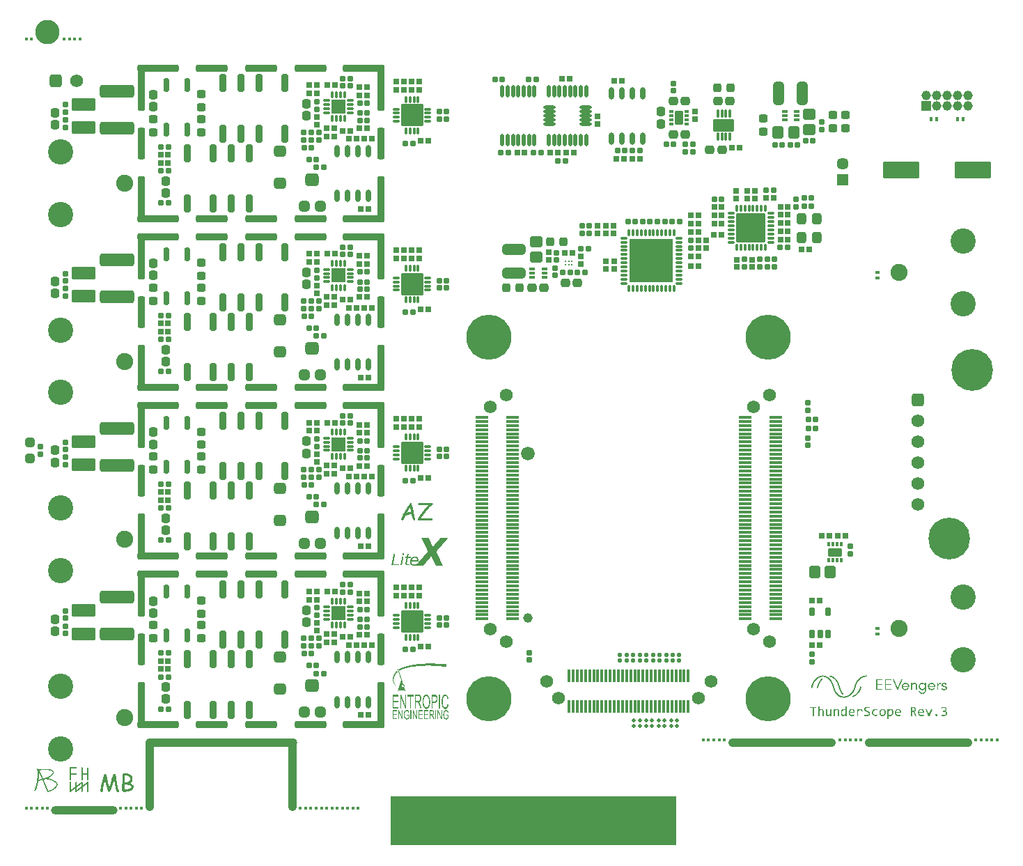
<source format=gts>
G04*
G04 #@! TF.GenerationSoftware,Altium Limited,Altium Designer,22.4.2 (48)*
G04*
G04 Layer_Color=8388736*
%FSAX25Y25*%
%MOIN*%
G70*
G04*
G04 #@! TF.SameCoordinates,5E64B9DA-0424-454E-A7BF-F7E50E35A289*
G04*
G04*
G04 #@! TF.FilePolarity,Negative*
G04*
G01*
G75*
%ADD66C,0.01100*%
%ADD75R,1.37008X0.23524*%
G04:AMPARAMS|DCode=76|XSize=26.62mil|YSize=26.62mil|CornerRadius=7.41mil|HoleSize=0mil|Usage=FLASHONLY|Rotation=0.000|XOffset=0mil|YOffset=0mil|HoleType=Round|Shape=RoundedRectangle|*
%AMROUNDEDRECTD76*
21,1,0.02662,0.01181,0,0,0.0*
21,1,0.01181,0.02662,0,0,0.0*
1,1,0.01481,0.00591,-0.00591*
1,1,0.01481,-0.00591,-0.00591*
1,1,0.01481,-0.00591,0.00591*
1,1,0.01481,0.00591,0.00591*
%
%ADD76ROUNDEDRECTD76*%
G04:AMPARAMS|DCode=77|XSize=22.69mil|YSize=14.81mil|CornerRadius=4.45mil|HoleSize=0mil|Usage=FLASHONLY|Rotation=90.000|XOffset=0mil|YOffset=0mil|HoleType=Round|Shape=RoundedRectangle|*
%AMROUNDEDRECTD77*
21,1,0.02269,0.00591,0,0,90.0*
21,1,0.01378,0.01481,0,0,90.0*
1,1,0.00891,0.00295,0.00689*
1,1,0.00891,0.00295,-0.00689*
1,1,0.00891,-0.00295,-0.00689*
1,1,0.00891,-0.00295,0.00689*
%
%ADD77ROUNDEDRECTD77*%
G04:AMPARAMS|DCode=78|XSize=176.23mil|YSize=77.8mil|CornerRadius=5.24mil|HoleSize=0mil|Usage=FLASHONLY|Rotation=0.000|XOffset=0mil|YOffset=0mil|HoleType=Round|Shape=RoundedRectangle|*
%AMROUNDEDRECTD78*
21,1,0.17623,0.06732,0,0,0.0*
21,1,0.16575,0.07780,0,0,0.0*
1,1,0.01048,0.08287,-0.03366*
1,1,0.01048,-0.08287,-0.03366*
1,1,0.01048,-0.08287,0.03366*
1,1,0.01048,0.08287,0.03366*
%
%ADD78ROUNDEDRECTD78*%
G04:AMPARAMS|DCode=79|XSize=42.37mil|YSize=38.43mil|CornerRadius=10.36mil|HoleSize=0mil|Usage=FLASHONLY|Rotation=0.000|XOffset=0mil|YOffset=0mil|HoleType=Round|Shape=RoundedRectangle|*
%AMROUNDEDRECTD79*
21,1,0.04237,0.01772,0,0,0.0*
21,1,0.02165,0.03843,0,0,0.0*
1,1,0.02072,0.01083,-0.00886*
1,1,0.02072,-0.01083,-0.00886*
1,1,0.02072,-0.01083,0.00886*
1,1,0.02072,0.01083,0.00886*
%
%ADD79ROUNDEDRECTD79*%
G04:AMPARAMS|DCode=80|XSize=42.37mil|YSize=38.43mil|CornerRadius=10.36mil|HoleSize=0mil|Usage=FLASHONLY|Rotation=270.000|XOffset=0mil|YOffset=0mil|HoleType=Round|Shape=RoundedRectangle|*
%AMROUNDEDRECTD80*
21,1,0.04237,0.01772,0,0,270.0*
21,1,0.02165,0.03843,0,0,270.0*
1,1,0.02072,-0.00886,-0.01083*
1,1,0.02072,-0.00886,0.01083*
1,1,0.02072,0.00886,0.01083*
1,1,0.02072,0.00886,-0.01083*
%
%ADD80ROUNDEDRECTD80*%
G04:AMPARAMS|DCode=81|XSize=26.62mil|YSize=26.62mil|CornerRadius=7.41mil|HoleSize=0mil|Usage=FLASHONLY|Rotation=270.000|XOffset=0mil|YOffset=0mil|HoleType=Round|Shape=RoundedRectangle|*
%AMROUNDEDRECTD81*
21,1,0.02662,0.01181,0,0,270.0*
21,1,0.01181,0.02662,0,0,270.0*
1,1,0.01481,-0.00591,-0.00591*
1,1,0.01481,-0.00591,0.00591*
1,1,0.01481,0.00591,0.00591*
1,1,0.01481,0.00591,-0.00591*
%
%ADD81ROUNDEDRECTD81*%
G04:AMPARAMS|DCode=82|XSize=110.09mil|YSize=51.43mil|CornerRadius=13.61mil|HoleSize=0mil|Usage=FLASHONLY|Rotation=270.000|XOffset=0mil|YOffset=0mil|HoleType=Round|Shape=RoundedRectangle|*
%AMROUNDEDRECTD82*
21,1,0.11009,0.02421,0,0,270.0*
21,1,0.08287,0.05143,0,0,270.0*
1,1,0.02721,-0.01211,-0.04144*
1,1,0.02721,-0.01211,0.04144*
1,1,0.02721,0.01211,0.04144*
1,1,0.02721,0.01211,-0.04144*
%
%ADD82ROUNDEDRECTD82*%
G04:AMPARAMS|DCode=83|XSize=62.06mil|YSize=54.18mil|CornerRadius=14.3mil|HoleSize=0mil|Usage=FLASHONLY|Rotation=180.000|XOffset=0mil|YOffset=0mil|HoleType=Round|Shape=RoundedRectangle|*
%AMROUNDEDRECTD83*
21,1,0.06206,0.02559,0,0,180.0*
21,1,0.03347,0.05418,0,0,180.0*
1,1,0.02859,-0.01673,0.01280*
1,1,0.02859,0.01673,0.01280*
1,1,0.02859,0.01673,-0.01280*
1,1,0.02859,-0.01673,-0.01280*
%
%ADD83ROUNDEDRECTD83*%
G04:AMPARAMS|DCode=84|XSize=62.06mil|YSize=54.18mil|CornerRadius=14.3mil|HoleSize=0mil|Usage=FLASHONLY|Rotation=270.000|XOffset=0mil|YOffset=0mil|HoleType=Round|Shape=RoundedRectangle|*
%AMROUNDEDRECTD84*
21,1,0.06206,0.02559,0,0,270.0*
21,1,0.03347,0.05418,0,0,270.0*
1,1,0.02859,-0.01280,-0.01673*
1,1,0.02859,-0.01280,0.01673*
1,1,0.02859,0.01280,0.01673*
1,1,0.02859,0.01280,-0.01673*
%
%ADD84ROUNDEDRECTD84*%
G04:AMPARAMS|DCode=85|XSize=14.81mil|YSize=29.38mil|CornerRadius=4.45mil|HoleSize=0mil|Usage=FLASHONLY|Rotation=270.000|XOffset=0mil|YOffset=0mil|HoleType=Round|Shape=RoundedRectangle|*
%AMROUNDEDRECTD85*
21,1,0.01481,0.02047,0,0,270.0*
21,1,0.00591,0.02938,0,0,270.0*
1,1,0.00891,-0.01024,-0.00295*
1,1,0.00891,-0.01024,0.00295*
1,1,0.00891,0.01024,0.00295*
1,1,0.00891,0.01024,-0.00295*
%
%ADD85ROUNDEDRECTD85*%
G04:AMPARAMS|DCode=86|XSize=40.4mil|YSize=44.34mil|CornerRadius=10.85mil|HoleSize=0mil|Usage=FLASHONLY|Rotation=270.000|XOffset=0mil|YOffset=0mil|HoleType=Round|Shape=RoundedRectangle|*
%AMROUNDEDRECTD86*
21,1,0.04040,0.02264,0,0,270.0*
21,1,0.01870,0.04434,0,0,270.0*
1,1,0.02170,-0.01132,-0.00935*
1,1,0.02170,-0.01132,0.00935*
1,1,0.02170,0.01132,0.00935*
1,1,0.02170,0.01132,-0.00935*
%
%ADD86ROUNDEDRECTD86*%
G04:AMPARAMS|DCode=87|XSize=12.84mil|YSize=38.43mil|CornerRadius=3.96mil|HoleSize=0mil|Usage=FLASHONLY|Rotation=180.000|XOffset=0mil|YOffset=0mil|HoleType=Round|Shape=RoundedRectangle|*
%AMROUNDEDRECTD87*
21,1,0.01284,0.03051,0,0,180.0*
21,1,0.00492,0.03843,0,0,180.0*
1,1,0.00792,-0.00246,0.01526*
1,1,0.00792,0.00246,0.01526*
1,1,0.00792,0.00246,-0.01526*
1,1,0.00792,-0.00246,-0.01526*
%
%ADD87ROUNDEDRECTD87*%
G04:AMPARAMS|DCode=88|XSize=99.06mil|YSize=61.66mil|CornerRadius=4.43mil|HoleSize=0mil|Usage=FLASHONLY|Rotation=180.000|XOffset=0mil|YOffset=0mil|HoleType=Round|Shape=RoundedRectangle|*
%AMROUNDEDRECTD88*
21,1,0.09906,0.05280,0,0,180.0*
21,1,0.09020,0.06166,0,0,180.0*
1,1,0.00887,-0.04510,0.02640*
1,1,0.00887,0.04510,0.02640*
1,1,0.00887,0.04510,-0.02640*
1,1,0.00887,-0.04510,-0.02640*
%
%ADD88ROUNDEDRECTD88*%
G04:AMPARAMS|DCode=89|XSize=28.2mil|YSize=28.2mil|CornerRadius=7.8mil|HoleSize=0mil|Usage=FLASHONLY|Rotation=270.000|XOffset=0mil|YOffset=0mil|HoleType=Round|Shape=RoundedRectangle|*
%AMROUNDEDRECTD89*
21,1,0.02820,0.01260,0,0,270.0*
21,1,0.01260,0.02820,0,0,270.0*
1,1,0.01560,-0.00630,-0.00630*
1,1,0.01560,-0.00630,0.00630*
1,1,0.01560,0.00630,0.00630*
1,1,0.01560,0.00630,-0.00630*
%
%ADD89ROUNDEDRECTD89*%
%ADD90O,0.05812X0.01678*%
%ADD91O,0.02072X0.05812*%
G04:AMPARAMS|DCode=92|XSize=28.2mil|YSize=28.2mil|CornerRadius=7.8mil|HoleSize=0mil|Usage=FLASHONLY|Rotation=0.000|XOffset=0mil|YOffset=0mil|HoleType=Round|Shape=RoundedRectangle|*
%AMROUNDEDRECTD92*
21,1,0.02820,0.01260,0,0,0.0*
21,1,0.01260,0.02820,0,0,0.0*
1,1,0.01560,0.00630,-0.00630*
1,1,0.01560,-0.00630,-0.00630*
1,1,0.01560,-0.00630,0.00630*
1,1,0.01560,0.00630,0.00630*
%
%ADD92ROUNDEDRECTD92*%
%ADD93O,0.02662X0.06009*%
G04:AMPARAMS|DCode=94|XSize=12.84mil|YSize=22.69mil|CornerRadius=3.96mil|HoleSize=0mil|Usage=FLASHONLY|Rotation=180.000|XOffset=0mil|YOffset=0mil|HoleType=Round|Shape=RoundedRectangle|*
%AMROUNDEDRECTD94*
21,1,0.01284,0.01476,0,0,180.0*
21,1,0.00492,0.02269,0,0,180.0*
1,1,0.00792,-0.00246,0.00738*
1,1,0.00792,0.00246,0.00738*
1,1,0.00792,0.00246,-0.00738*
1,1,0.00792,-0.00246,-0.00738*
%
%ADD94ROUNDEDRECTD94*%
G04:AMPARAMS|DCode=95|XSize=65.99mil|YSize=38.43mil|CornerRadius=3.27mil|HoleSize=0mil|Usage=FLASHONLY|Rotation=180.000|XOffset=0mil|YOffset=0mil|HoleType=Round|Shape=RoundedRectangle|*
%AMROUNDEDRECTD95*
21,1,0.06599,0.03189,0,0,180.0*
21,1,0.05945,0.03843,0,0,180.0*
1,1,0.00654,-0.02972,0.01595*
1,1,0.00654,0.02972,0.01595*
1,1,0.00654,0.02972,-0.01595*
1,1,0.00654,-0.02972,-0.01595*
%
%ADD95ROUNDEDRECTD95*%
%ADD96O,0.01284X0.03647*%
%ADD97O,0.03450X0.01284*%
%ADD98O,0.01284X0.03450*%
G04:AMPARAMS|DCode=99|XSize=22.69mil|YSize=14.81mil|CornerRadius=4.45mil|HoleSize=0mil|Usage=FLASHONLY|Rotation=0.000|XOffset=0mil|YOffset=0mil|HoleType=Round|Shape=RoundedRectangle|*
%AMROUNDEDRECTD99*
21,1,0.02269,0.00591,0,0,0.0*
21,1,0.01378,0.01481,0,0,0.0*
1,1,0.00891,0.00689,-0.00295*
1,1,0.00891,-0.00689,-0.00295*
1,1,0.00891,-0.00689,0.00295*
1,1,0.00891,0.00689,0.00295*
%
%ADD99ROUNDEDRECTD99*%
G04:AMPARAMS|DCode=100|XSize=65.99mil|YSize=38.43mil|CornerRadius=3.27mil|HoleSize=0mil|Usage=FLASHONLY|Rotation=90.000|XOffset=0mil|YOffset=0mil|HoleType=Round|Shape=RoundedRectangle|*
%AMROUNDEDRECTD100*
21,1,0.06599,0.03189,0,0,90.0*
21,1,0.05945,0.03843,0,0,90.0*
1,1,0.00654,0.01595,0.02972*
1,1,0.00654,0.01595,-0.02972*
1,1,0.00654,-0.01595,-0.02972*
1,1,0.00654,-0.01595,0.02972*
%
%ADD100ROUNDEDRECTD100*%
G04:AMPARAMS|DCode=101|XSize=12.84mil|YSize=22.69mil|CornerRadius=3.96mil|HoleSize=0mil|Usage=FLASHONLY|Rotation=90.000|XOffset=0mil|YOffset=0mil|HoleType=Round|Shape=RoundedRectangle|*
%AMROUNDEDRECTD101*
21,1,0.01284,0.01476,0,0,90.0*
21,1,0.00492,0.02269,0,0,90.0*
1,1,0.00792,0.00738,0.00246*
1,1,0.00792,0.00738,-0.00246*
1,1,0.00792,-0.00738,-0.00246*
1,1,0.00792,-0.00738,0.00246*
%
%ADD101ROUNDEDRECTD101*%
G04:AMPARAMS|DCode=102|XSize=40.4mil|YSize=44.34mil|CornerRadius=10.85mil|HoleSize=0mil|Usage=FLASHONLY|Rotation=0.000|XOffset=0mil|YOffset=0mil|HoleType=Round|Shape=RoundedRectangle|*
%AMROUNDEDRECTD102*
21,1,0.04040,0.02264,0,0,0.0*
21,1,0.01870,0.04434,0,0,0.0*
1,1,0.02170,0.00935,-0.01132*
1,1,0.02170,-0.00935,-0.01132*
1,1,0.02170,-0.00935,0.01132*
1,1,0.02170,0.00935,0.01132*
%
%ADD102ROUNDEDRECTD102*%
G04:AMPARAMS|DCode=103|XSize=26.62mil|YSize=63.63mil|CornerRadius=7.41mil|HoleSize=0mil|Usage=FLASHONLY|Rotation=180.000|XOffset=0mil|YOffset=0mil|HoleType=Round|Shape=RoundedRectangle|*
%AMROUNDEDRECTD103*
21,1,0.02662,0.04882,0,0,180.0*
21,1,0.01181,0.06363,0,0,180.0*
1,1,0.01481,-0.00591,0.02441*
1,1,0.01481,0.00591,0.02441*
1,1,0.01481,0.00591,-0.02441*
1,1,0.01481,-0.00591,-0.02441*
%
%ADD103ROUNDEDRECTD103*%
G04:AMPARAMS|DCode=104|XSize=34.5mil|YSize=84.1mil|CornerRadius=9.37mil|HoleSize=0mil|Usage=FLASHONLY|Rotation=180.000|XOffset=0mil|YOffset=0mil|HoleType=Round|Shape=RoundedRectangle|*
%AMROUNDEDRECTD104*
21,1,0.03450,0.06535,0,0,180.0*
21,1,0.01575,0.08410,0,0,180.0*
1,1,0.01875,-0.00787,0.03268*
1,1,0.01875,0.00787,0.03268*
1,1,0.01875,0.00787,-0.03268*
1,1,0.01875,-0.00787,-0.03268*
%
%ADD104ROUNDEDRECTD104*%
G04:AMPARAMS|DCode=105|XSize=140.79mil|YSize=140.79mil|CornerRadius=4.95mil|HoleSize=0mil|Usage=FLASHONLY|Rotation=180.000|XOffset=0mil|YOffset=0mil|HoleType=Round|Shape=RoundedRectangle|*
%AMROUNDEDRECTD105*
21,1,0.14079,0.13091,0,0,180.0*
21,1,0.13091,0.14079,0,0,180.0*
1,1,0.00989,-0.06545,0.06545*
1,1,0.00989,0.06545,0.06545*
1,1,0.00989,0.06545,-0.06545*
1,1,0.00989,-0.06545,-0.06545*
%
%ADD105ROUNDEDRECTD105*%
%ADD106O,0.03647X0.01284*%
G04:AMPARAMS|DCode=107|XSize=115.21mil|YSize=58.12mil|CornerRadius=4.26mil|HoleSize=0mil|Usage=FLASHONLY|Rotation=180.000|XOffset=0mil|YOffset=0mil|HoleType=Round|Shape=RoundedRectangle|*
%AMROUNDEDRECTD107*
21,1,0.11521,0.04961,0,0,180.0*
21,1,0.10669,0.05812,0,0,180.0*
1,1,0.00851,-0.05335,0.02480*
1,1,0.00851,0.05335,0.02480*
1,1,0.00851,0.05335,-0.02480*
1,1,0.00851,-0.05335,-0.02480*
%
%ADD107ROUNDEDRECTD107*%
G04:AMPARAMS|DCode=108|XSize=62.06mil|YSize=168.35mil|CornerRadius=16.26mil|HoleSize=0mil|Usage=FLASHONLY|Rotation=90.000|XOffset=0mil|YOffset=0mil|HoleType=Round|Shape=RoundedRectangle|*
%AMROUNDEDRECTD108*
21,1,0.06206,0.13583,0,0,90.0*
21,1,0.02953,0.16835,0,0,90.0*
1,1,0.03253,0.06791,0.01476*
1,1,0.03253,0.06791,-0.01476*
1,1,0.03253,-0.06791,-0.01476*
1,1,0.03253,-0.06791,0.01476*
%
%ADD108ROUNDEDRECTD108*%
G04:AMPARAMS|DCode=109|XSize=65.99mil|YSize=62.06mil|CornerRadius=16.26mil|HoleSize=0mil|Usage=FLASHONLY|Rotation=0.000|XOffset=0mil|YOffset=0mil|HoleType=Round|Shape=RoundedRectangle|*
%AMROUNDEDRECTD109*
21,1,0.06599,0.02953,0,0,0.0*
21,1,0.03347,0.06206,0,0,0.0*
1,1,0.03253,0.01673,-0.01476*
1,1,0.03253,-0.01673,-0.01476*
1,1,0.03253,-0.01673,0.01476*
1,1,0.03253,0.01673,0.01476*
%
%ADD109ROUNDEDRECTD109*%
G04:AMPARAMS|DCode=110|XSize=50.24mil|YSize=50.24mil|CornerRadius=13.31mil|HoleSize=0mil|Usage=FLASHONLY|Rotation=0.000|XOffset=0mil|YOffset=0mil|HoleType=Round|Shape=RoundedRectangle|*
%AMROUNDEDRECTD110*
21,1,0.05024,0.02362,0,0,0.0*
21,1,0.02362,0.05024,0,0,0.0*
1,1,0.02662,0.01181,-0.01181*
1,1,0.02662,-0.01181,-0.01181*
1,1,0.02662,-0.01181,0.01181*
1,1,0.02662,0.01181,0.01181*
%
%ADD110ROUNDEDRECTD110*%
G04:AMPARAMS|DCode=111|XSize=58.12mil|YSize=54.18mil|CornerRadius=14.3mil|HoleSize=0mil|Usage=FLASHONLY|Rotation=0.000|XOffset=0mil|YOffset=0mil|HoleType=Round|Shape=RoundedRectangle|*
%AMROUNDEDRECTD111*
21,1,0.05812,0.02559,0,0,0.0*
21,1,0.02953,0.05418,0,0,0.0*
1,1,0.02859,0.01476,-0.01280*
1,1,0.02859,-0.01476,-0.01280*
1,1,0.02859,-0.01476,0.01280*
1,1,0.02859,0.01476,0.01280*
%
%ADD111ROUNDEDRECTD111*%
G04:AMPARAMS|DCode=112|XSize=34.5mil|YSize=152.61mil|CornerRadius=9.37mil|HoleSize=0mil|Usage=FLASHONLY|Rotation=180.000|XOffset=0mil|YOffset=0mil|HoleType=Round|Shape=RoundedRectangle|*
%AMROUNDEDRECTD112*
21,1,0.03450,0.13386,0,0,180.0*
21,1,0.01575,0.15261,0,0,180.0*
1,1,0.01875,-0.00787,0.06693*
1,1,0.01875,0.00787,0.06693*
1,1,0.01875,0.00787,-0.06693*
1,1,0.01875,-0.00787,-0.06693*
%
%ADD112ROUNDEDRECTD112*%
G04:AMPARAMS|DCode=113|XSize=34.5mil|YSize=152.61mil|CornerRadius=9.37mil|HoleSize=0mil|Usage=FLASHONLY|Rotation=270.000|XOffset=0mil|YOffset=0mil|HoleType=Round|Shape=RoundedRectangle|*
%AMROUNDEDRECTD113*
21,1,0.03450,0.13386,0,0,270.0*
21,1,0.01575,0.15261,0,0,270.0*
1,1,0.01875,-0.06693,-0.00787*
1,1,0.01875,-0.06693,0.00787*
1,1,0.01875,0.06693,0.00787*
1,1,0.01875,0.06693,-0.00787*
%
%ADD113ROUNDEDRECTD113*%
G04:AMPARAMS|DCode=114|XSize=34.5mil|YSize=221.5mil|CornerRadius=9.37mil|HoleSize=0mil|Usage=FLASHONLY|Rotation=180.000|XOffset=0mil|YOffset=0mil|HoleType=Round|Shape=RoundedRectangle|*
%AMROUNDEDRECTD114*
21,1,0.03450,0.20276,0,0,180.0*
21,1,0.01575,0.22150,0,0,180.0*
1,1,0.01875,-0.00787,0.10138*
1,1,0.01875,0.00787,0.10138*
1,1,0.01875,0.00787,-0.10138*
1,1,0.01875,-0.00787,-0.10138*
%
%ADD114ROUNDEDRECTD114*%
G04:AMPARAMS|DCode=115|XSize=34.5mil|YSize=199.06mil|CornerRadius=9.37mil|HoleSize=0mil|Usage=FLASHONLY|Rotation=270.000|XOffset=0mil|YOffset=0mil|HoleType=Round|Shape=RoundedRectangle|*
%AMROUNDEDRECTD115*
21,1,0.03450,0.18032,0,0,270.0*
21,1,0.01575,0.19906,0,0,270.0*
1,1,0.01875,-0.09016,-0.00787*
1,1,0.01875,-0.09016,0.00787*
1,1,0.01875,0.09016,0.00787*
1,1,0.01875,0.09016,-0.00787*
%
%ADD115ROUNDEDRECTD115*%
G04:AMPARAMS|DCode=116|XSize=105.36mil|YSize=105.36mil|CornerRadius=4.06mil|HoleSize=0mil|Usage=FLASHONLY|Rotation=270.000|XOffset=0mil|YOffset=0mil|HoleType=Round|Shape=RoundedRectangle|*
%AMROUNDEDRECTD116*
21,1,0.10536,0.09724,0,0,270.0*
21,1,0.09724,0.10536,0,0,270.0*
1,1,0.00812,-0.04862,-0.04862*
1,1,0.00812,-0.04862,0.04862*
1,1,0.00812,0.04862,0.04862*
1,1,0.00812,0.04862,-0.04862*
%
%ADD116ROUNDEDRECTD116*%
G04:AMPARAMS|DCode=117|XSize=69.14mil|YSize=69.14mil|CornerRadius=4.81mil|HoleSize=0mil|Usage=FLASHONLY|Rotation=0.000|XOffset=0mil|YOffset=0mil|HoleType=Round|Shape=RoundedRectangle|*
%AMROUNDEDRECTD117*
21,1,0.06914,0.05953,0,0,0.0*
21,1,0.05953,0.06914,0,0,0.0*
1,1,0.00961,0.02976,-0.02976*
1,1,0.00961,-0.02976,-0.02976*
1,1,0.00961,-0.02976,0.02976*
1,1,0.00961,0.02976,0.02976*
%
%ADD117ROUNDEDRECTD117*%
G04:AMPARAMS|DCode=118|XSize=54.18mil|YSize=46.31mil|CornerRadius=12.33mil|HoleSize=0mil|Usage=FLASHONLY|Rotation=90.000|XOffset=0mil|YOffset=0mil|HoleType=Round|Shape=RoundedRectangle|*
%AMROUNDEDRECTD118*
21,1,0.05418,0.02165,0,0,90.0*
21,1,0.02953,0.04631,0,0,90.0*
1,1,0.02465,0.01083,0.01476*
1,1,0.02465,0.01083,-0.01476*
1,1,0.02465,-0.01083,-0.01476*
1,1,0.02465,-0.01083,0.01476*
%
%ADD118ROUNDEDRECTD118*%
G04:AMPARAMS|DCode=119|XSize=26.62mil|YSize=42.37mil|CornerRadius=7.41mil|HoleSize=0mil|Usage=FLASHONLY|Rotation=180.000|XOffset=0mil|YOffset=0mil|HoleType=Round|Shape=RoundedRectangle|*
%AMROUNDEDRECTD119*
21,1,0.02662,0.02756,0,0,180.0*
21,1,0.01181,0.04237,0,0,180.0*
1,1,0.01481,-0.00591,0.01378*
1,1,0.01481,0.00591,0.01378*
1,1,0.01481,0.00591,-0.01378*
1,1,0.01481,-0.00591,-0.01378*
%
%ADD119ROUNDEDRECTD119*%
%ADD120R,0.21087X0.21087*%
%ADD121O,0.01284X0.03843*%
%ADD122O,0.03843X0.01284*%
G04:AMPARAMS|DCode=123|XSize=16.78mil|YSize=18.75mil|CornerRadius=4.95mil|HoleSize=0mil|Usage=FLASHONLY|Rotation=0.000|XOffset=0mil|YOffset=0mil|HoleType=Round|Shape=RoundedRectangle|*
%AMROUNDEDRECTD123*
21,1,0.01678,0.00886,0,0,0.0*
21,1,0.00689,0.01875,0,0,0.0*
1,1,0.00989,0.00345,-0.00443*
1,1,0.00989,-0.00345,-0.00443*
1,1,0.00989,-0.00345,0.00443*
1,1,0.00989,0.00345,0.00443*
%
%ADD123ROUNDEDRECTD123*%
%ADD124R,0.03056X0.16835*%
%ADD125R,0.03056X0.12898*%
G04:AMPARAMS|DCode=126|XSize=110.09mil|YSize=51.43mil|CornerRadius=13.61mil|HoleSize=0mil|Usage=FLASHONLY|Rotation=180.000|XOffset=0mil|YOffset=0mil|HoleType=Round|Shape=RoundedRectangle|*
%AMROUNDEDRECTD126*
21,1,0.11009,0.02421,0,0,180.0*
21,1,0.08287,0.05143,0,0,180.0*
1,1,0.02721,-0.04144,0.01211*
1,1,0.02721,0.04144,0.01211*
1,1,0.02721,0.04144,-0.01211*
1,1,0.02721,-0.04144,-0.01211*
%
%ADD126ROUNDEDRECTD126*%
G04:AMPARAMS|DCode=127|XSize=14.81mil|YSize=62.06mil|CornerRadius=4.45mil|HoleSize=0mil|Usage=FLASHONLY|Rotation=0.000|XOffset=0mil|YOffset=0mil|HoleType=Round|Shape=RoundedRectangle|*
%AMROUNDEDRECTD127*
21,1,0.01481,0.05315,0,0,0.0*
21,1,0.00591,0.06206,0,0,0.0*
1,1,0.00891,0.00295,-0.02657*
1,1,0.00891,-0.00295,-0.02657*
1,1,0.00891,-0.00295,0.02657*
1,1,0.00891,0.00295,0.02657*
%
%ADD127ROUNDEDRECTD127*%
G04:AMPARAMS|DCode=128|XSize=14.81mil|YSize=62.06mil|CornerRadius=4.45mil|HoleSize=0mil|Usage=FLASHONLY|Rotation=270.000|XOffset=0mil|YOffset=0mil|HoleType=Round|Shape=RoundedRectangle|*
%AMROUNDEDRECTD128*
21,1,0.01481,0.05315,0,0,270.0*
21,1,0.00591,0.06206,0,0,270.0*
1,1,0.00891,-0.02657,-0.00295*
1,1,0.00891,-0.02657,0.00295*
1,1,0.00891,0.02657,0.00295*
1,1,0.00891,0.02657,-0.00295*
%
%ADD128ROUNDEDRECTD128*%
G04:AMPARAMS|DCode=129|XSize=46.31mil|YSize=46.31mil|CornerRadius=12.33mil|HoleSize=0mil|Usage=FLASHONLY|Rotation=90.000|XOffset=0mil|YOffset=0mil|HoleType=Round|Shape=RoundedRectangle|*
%AMROUNDEDRECTD129*
21,1,0.04631,0.02165,0,0,90.0*
21,1,0.02165,0.04631,0,0,90.0*
1,1,0.02465,0.01083,0.01083*
1,1,0.02465,0.01083,-0.01083*
1,1,0.02465,-0.01083,-0.01083*
1,1,0.02465,-0.01083,0.01083*
%
%ADD129ROUNDEDRECTD129*%
G04:AMPARAMS|DCode=130|XSize=19.54mil|YSize=21.11mil|CornerRadius=5.63mil|HoleSize=0mil|Usage=FLASHONLY|Rotation=0.000|XOffset=0mil|YOffset=0mil|HoleType=Round|Shape=RoundedRectangle|*
%AMROUNDEDRECTD130*
21,1,0.01954,0.00984,0,0,0.0*
21,1,0.00827,0.02111,0,0,0.0*
1,1,0.01127,0.00413,-0.00492*
1,1,0.01127,-0.00413,-0.00492*
1,1,0.01127,-0.00413,0.00492*
1,1,0.01127,0.00413,0.00492*
%
%ADD130ROUNDEDRECTD130*%
%ADD131C,0.05686*%
%ADD132R,0.05686X0.05686*%
%ADD133C,0.04591*%
%ADD134R,0.04591X0.04591*%
%ADD135C,0.08174*%
G04:AMPARAMS|DCode=136|XSize=62.06mil|YSize=62.06mil|CornerRadius=16.26mil|HoleSize=0mil|Usage=FLASHONLY|Rotation=270.000|XOffset=0mil|YOffset=0mil|HoleType=Round|Shape=RoundedRectangle|*
%AMROUNDEDRECTD136*
21,1,0.06206,0.02953,0,0,270.0*
21,1,0.02953,0.06206,0,0,270.0*
1,1,0.03253,-0.01476,-0.01476*
1,1,0.03253,-0.01476,0.01476*
1,1,0.03253,0.01476,0.01476*
1,1,0.03253,0.01476,-0.01476*
%
%ADD136ROUNDEDRECTD136*%
%ADD137C,0.06206*%
%ADD138C,0.21560*%
%ADD139C,0.04600*%
%ADD140C,0.06600*%
%ADD141C,0.12111*%
G04:AMPARAMS|DCode=142|XSize=62.06mil|YSize=62.06mil|CornerRadius=16.26mil|HoleSize=0mil|Usage=FLASHONLY|Rotation=0.000|XOffset=0mil|YOffset=0mil|HoleType=Round|Shape=RoundedRectangle|*
%AMROUNDEDRECTD142*
21,1,0.06206,0.02953,0,0,0.0*
21,1,0.02953,0.06206,0,0,0.0*
1,1,0.03253,0.01476,-0.01476*
1,1,0.03253,-0.01476,-0.01476*
1,1,0.03253,-0.01476,0.01476*
1,1,0.03253,0.01476,0.01476*
%
%ADD142ROUNDEDRECTD142*%
%ADD143O,0.04237X0.34749*%
%ADD144O,0.72544X0.04237*%
%ADD145O,0.51481X0.04237*%
%ADD146O,0.31796X0.04237*%
%ADD147C,0.01496*%
%ADD148C,0.19985*%
%ADD149C,0.11639*%
G36*
X0203759Y0153874D02*
X0203781D01*
Y0153852D01*
X0203759D01*
Y0153830D01*
X0203737D01*
Y0153809D01*
X0203715D01*
Y0153787D01*
X0203694D01*
Y0153765D01*
X0203672D01*
Y0153722D01*
X0203650D01*
Y0153700D01*
X0203628D01*
Y0153678D01*
X0203607D01*
Y0153657D01*
X0203585D01*
Y0153635D01*
X0203563D01*
Y0153591D01*
X0203541D01*
Y0153570D01*
X0203520D01*
Y0153548D01*
X0203498D01*
Y0153526D01*
X0203476D01*
Y0153504D01*
X0203454D01*
Y0153483D01*
X0203433D01*
Y0153461D01*
X0203411D01*
Y0153418D01*
X0203389D01*
Y0153396D01*
X0203368D01*
Y0153374D01*
X0203346D01*
Y0153352D01*
X0203324D01*
Y0153331D01*
X0203302D01*
Y0153309D01*
X0203281D01*
Y0153287D01*
X0203259D01*
Y0153265D01*
X0203237D01*
Y0153244D01*
X0203215D01*
Y0153200D01*
X0203194D01*
Y0153178D01*
X0203172D01*
Y0153157D01*
X0203150D01*
Y0153135D01*
X0203129D01*
Y0153113D01*
X0203107D01*
Y0153092D01*
X0203085D01*
Y0153048D01*
X0203063D01*
Y0153026D01*
X0203042D01*
Y0153005D01*
X0203020D01*
Y0152983D01*
X0202998D01*
Y0152961D01*
X0202976D01*
Y0152939D01*
X0202955D01*
Y0152918D01*
X0202933D01*
Y0152896D01*
X0202911D01*
Y0152874D01*
X0202889D01*
Y0152831D01*
X0202868D01*
Y0152809D01*
X0202846D01*
Y0152787D01*
X0202824D01*
Y0152766D01*
X0202802D01*
Y0152744D01*
X0202781D01*
Y0152700D01*
X0202759D01*
Y0152679D01*
X0202737D01*
Y0152657D01*
X0202716D01*
Y0152635D01*
X0202694D01*
Y0152613D01*
X0202672D01*
Y0152592D01*
X0202650D01*
Y0152570D01*
X0202629D01*
Y0152526D01*
X0202585D01*
Y0152483D01*
X0202563D01*
Y0152461D01*
X0202542D01*
Y0152439D01*
X0202520D01*
Y0152418D01*
X0202498D01*
Y0152396D01*
X0202477D01*
Y0152374D01*
X0202455D01*
Y0152331D01*
X0202433D01*
Y0152309D01*
X0202411D01*
Y0152287D01*
X0202390D01*
Y0152266D01*
X0202368D01*
Y0152244D01*
X0202346D01*
Y0152222D01*
X0202324D01*
Y0152200D01*
X0202303D01*
Y0152157D01*
X0202281D01*
Y0152135D01*
X0202259D01*
Y0152113D01*
X0202237D01*
Y0152092D01*
X0202216D01*
Y0152070D01*
X0202194D01*
Y0152048D01*
X0202172D01*
Y0152027D01*
X0202151D01*
Y0152005D01*
X0202129D01*
Y0151961D01*
X0202107D01*
Y0151940D01*
X0202085D01*
Y0151918D01*
X0202064D01*
Y0151896D01*
X0202042D01*
Y0151874D01*
X0202020D01*
Y0151853D01*
X0201998D01*
Y0151809D01*
X0201977D01*
Y0151787D01*
X0201955D01*
Y0151766D01*
X0201933D01*
Y0151744D01*
X0201911D01*
Y0151722D01*
X0201890D01*
Y0151701D01*
X0201868D01*
Y0151679D01*
X0201846D01*
Y0151635D01*
X0201803D01*
Y0151592D01*
X0201781D01*
Y0151570D01*
X0201759D01*
Y0151549D01*
X0201738D01*
Y0151527D01*
X0201716D01*
Y0151505D01*
X0201694D01*
Y0151462D01*
X0201672D01*
Y0151440D01*
X0201651D01*
Y0151418D01*
X0201629D01*
Y0151396D01*
X0201607D01*
Y0151375D01*
X0201586D01*
Y0151353D01*
X0201564D01*
Y0151331D01*
X0201542D01*
Y0151309D01*
X0201520D01*
Y0151266D01*
X0201499D01*
Y0151244D01*
X0201477D01*
Y0151223D01*
X0201455D01*
Y0151201D01*
X0201433D01*
Y0151179D01*
X0201412D01*
Y0151157D01*
X0201390D01*
Y0151136D01*
X0201368D01*
Y0151092D01*
X0201346D01*
Y0151070D01*
X0201325D01*
Y0151049D01*
X0201303D01*
Y0151027D01*
X0201281D01*
Y0151005D01*
X0201259D01*
Y0150983D01*
X0201238D01*
Y0150962D01*
X0201216D01*
Y0150918D01*
X0201194D01*
Y0150897D01*
X0201172D01*
Y0150875D01*
X0201151D01*
Y0150853D01*
X0201129D01*
Y0150831D01*
X0201107D01*
Y0150810D01*
X0201086D01*
Y0150788D01*
X0201064D01*
Y0150744D01*
X0201020D01*
Y0150701D01*
X0200999D01*
Y0150679D01*
X0200977D01*
Y0150657D01*
X0200955D01*
Y0150636D01*
X0200934D01*
Y0150614D01*
X0200912D01*
Y0150570D01*
X0200890D01*
Y0150549D01*
X0200868D01*
Y0150527D01*
X0200847D01*
Y0150505D01*
X0200825D01*
Y0150484D01*
X0200803D01*
Y0150462D01*
X0200781D01*
Y0150440D01*
X0200760D01*
Y0150418D01*
X0200738D01*
Y0150375D01*
X0200716D01*
Y0150353D01*
X0200694D01*
Y0150331D01*
X0200673D01*
Y0150310D01*
X0200651D01*
Y0150288D01*
X0200629D01*
Y0150266D01*
X0200607D01*
Y0150244D01*
X0200586D01*
Y0150201D01*
X0200564D01*
Y0150179D01*
X0200542D01*
Y0150158D01*
X0200520D01*
Y0150136D01*
X0200499D01*
Y0150114D01*
X0200477D01*
Y0150092D01*
X0200455D01*
Y0150071D01*
X0200434D01*
Y0150027D01*
X0200412D01*
Y0150005D01*
X0200390D01*
Y0149984D01*
X0200368D01*
Y0149962D01*
X0200347D01*
Y0149940D01*
X0200325D01*
Y0149918D01*
X0200303D01*
Y0149897D01*
X0200282D01*
Y0149853D01*
X0200260D01*
Y0149832D01*
X0200238D01*
Y0149810D01*
X0200216D01*
Y0149788D01*
X0200195D01*
Y0149766D01*
X0200173D01*
Y0149745D01*
X0200151D01*
Y0149723D01*
X0200129D01*
Y0149679D01*
X0200108D01*
Y0149658D01*
X0200086D01*
Y0149636D01*
X0200064D01*
Y0149614D01*
X0200042D01*
Y0149592D01*
X0200021D01*
Y0149571D01*
X0199999D01*
Y0149549D01*
X0199977D01*
Y0149527D01*
X0199955D01*
Y0149484D01*
X0199934D01*
Y0149462D01*
X0199912D01*
Y0149440D01*
X0199890D01*
Y0149419D01*
X0199869D01*
Y0149397D01*
X0199847D01*
Y0149375D01*
X0199825D01*
Y0149353D01*
X0199803D01*
Y0149310D01*
X0199782D01*
Y0149288D01*
X0199760D01*
Y0149267D01*
X0199738D01*
Y0149245D01*
X0199716D01*
Y0149223D01*
X0199695D01*
Y0149201D01*
X0199673D01*
Y0149180D01*
X0199651D01*
Y0149136D01*
X0199629D01*
Y0149114D01*
X0199608D01*
Y0149093D01*
X0199586D01*
Y0149071D01*
X0199564D01*
Y0149049D01*
X0199543D01*
Y0149027D01*
X0199521D01*
Y0149006D01*
X0199499D01*
Y0148962D01*
X0199477D01*
Y0148941D01*
X0199456D01*
Y0148919D01*
X0199434D01*
Y0148897D01*
X0199412D01*
Y0148875D01*
X0199390D01*
Y0148854D01*
X0199369D01*
Y0148832D01*
X0199347D01*
Y0148788D01*
X0199325D01*
Y0148767D01*
X0199303D01*
Y0148745D01*
X0199282D01*
Y0148723D01*
X0199260D01*
Y0148701D01*
X0199238D01*
Y0148680D01*
X0199217D01*
Y0148658D01*
X0199195D01*
Y0148615D01*
X0199173D01*
Y0148593D01*
X0199151D01*
Y0148571D01*
X0199130D01*
Y0148549D01*
X0199108D01*
Y0148528D01*
X0199086D01*
Y0148506D01*
X0199064D01*
Y0148462D01*
X0199043D01*
Y0148441D01*
X0199021D01*
Y0148419D01*
X0198999D01*
Y0148397D01*
X0198977D01*
Y0148375D01*
X0198956D01*
Y0148354D01*
X0198934D01*
Y0148332D01*
X0198912D01*
Y0148310D01*
X0198891D01*
Y0148289D01*
X0198869D01*
Y0148245D01*
X0198847D01*
Y0148223D01*
X0198825D01*
Y0148202D01*
X0198804D01*
Y0148180D01*
X0198782D01*
Y0148158D01*
X0198760D01*
Y0148136D01*
X0198738D01*
Y0148115D01*
X0198717D01*
Y0148071D01*
X0198695D01*
Y0148049D01*
X0198673D01*
Y0148028D01*
X0198652D01*
Y0148006D01*
X0198630D01*
Y0147984D01*
X0198608D01*
Y0147941D01*
X0198565D01*
Y0147897D01*
X0198543D01*
Y0147876D01*
X0198521D01*
Y0147854D01*
X0198499D01*
Y0147832D01*
X0198478D01*
Y0147810D01*
X0198456D01*
Y0147789D01*
X0198434D01*
Y0147767D01*
X0198412D01*
Y0147723D01*
X0198391D01*
Y0147702D01*
X0198369D01*
Y0147680D01*
X0198347D01*
Y0147658D01*
X0198326D01*
Y0147636D01*
X0198304D01*
Y0147615D01*
X0198282D01*
Y0147571D01*
X0198260D01*
Y0147550D01*
X0198239D01*
Y0147528D01*
X0198217D01*
Y0147506D01*
X0198195D01*
Y0147484D01*
X0198173D01*
Y0147463D01*
X0198152D01*
Y0147441D01*
X0198130D01*
Y0147354D01*
X0198152D01*
Y0147310D01*
X0198173D01*
Y0147267D01*
X0198195D01*
Y0147202D01*
X0198217D01*
Y0147180D01*
X0198239D01*
Y0147115D01*
X0198260D01*
Y0147072D01*
X0198282D01*
Y0147050D01*
X0198304D01*
Y0146985D01*
X0198326D01*
Y0146963D01*
X0198347D01*
Y0146898D01*
X0198369D01*
Y0146854D01*
X0198391D01*
Y0146811D01*
X0198412D01*
Y0146767D01*
X0198434D01*
Y0146724D01*
X0198456D01*
Y0146659D01*
X0198478D01*
Y0146637D01*
X0198499D01*
Y0146572D01*
X0198521D01*
Y0146550D01*
X0198543D01*
Y0146506D01*
X0198565D01*
Y0146441D01*
X0198586D01*
Y0146420D01*
X0198608D01*
Y0146354D01*
X0198630D01*
Y0146333D01*
X0198652D01*
Y0146267D01*
X0198673D01*
Y0146224D01*
X0198695D01*
Y0146202D01*
X0198717D01*
Y0146137D01*
X0198738D01*
Y0146093D01*
X0198760D01*
Y0146050D01*
X0198782D01*
Y0146007D01*
X0198804D01*
Y0145963D01*
X0198825D01*
Y0145898D01*
X0198847D01*
Y0145876D01*
X0198869D01*
Y0145811D01*
X0198891D01*
Y0145789D01*
X0198912D01*
Y0145724D01*
X0198934D01*
Y0145681D01*
X0198956D01*
Y0145659D01*
X0198977D01*
Y0145594D01*
X0198999D01*
Y0145550D01*
X0199021D01*
Y0145507D01*
X0199043D01*
Y0145463D01*
X0199064D01*
Y0145420D01*
X0199086D01*
Y0145376D01*
X0199108D01*
Y0145333D01*
X0199130D01*
Y0145268D01*
X0199151D01*
Y0145246D01*
X0199173D01*
Y0145202D01*
X0199195D01*
Y0145137D01*
X0199217D01*
Y0145115D01*
X0199238D01*
Y0145050D01*
X0199260D01*
Y0145029D01*
X0199282D01*
Y0144963D01*
X0199303D01*
Y0144920D01*
X0199325D01*
Y0144876D01*
X0199347D01*
Y0144833D01*
X0199369D01*
Y0144790D01*
X0199390D01*
Y0144746D01*
X0199412D01*
Y0144703D01*
X0199434D01*
Y0144659D01*
X0199456D01*
Y0144616D01*
X0199477D01*
Y0144572D01*
X0199499D01*
Y0144507D01*
X0199521D01*
Y0144485D01*
X0199543D01*
Y0144420D01*
X0199564D01*
Y0144398D01*
X0199586D01*
Y0144355D01*
X0199608D01*
Y0144290D01*
X0199629D01*
Y0144268D01*
X0199651D01*
Y0144203D01*
X0199673D01*
Y0144159D01*
X0199695D01*
Y0144116D01*
X0199716D01*
Y0144072D01*
X0199738D01*
Y0144029D01*
X0199760D01*
Y0143964D01*
X0199782D01*
Y0143942D01*
X0199803D01*
Y0143877D01*
X0199825D01*
Y0143855D01*
X0199847D01*
Y0143812D01*
X0199869D01*
Y0143746D01*
X0199890D01*
Y0143725D01*
X0199912D01*
Y0143659D01*
X0199934D01*
Y0143616D01*
X0199955D01*
Y0143572D01*
X0199977D01*
Y0143529D01*
X0199999D01*
Y0143507D01*
X0200021D01*
Y0143442D01*
X0200042D01*
Y0143399D01*
X0200064D01*
Y0143355D01*
X0200086D01*
Y0143312D01*
X0200108D01*
Y0143268D01*
X0200129D01*
Y0143203D01*
X0200151D01*
Y0143181D01*
X0200173D01*
Y0143116D01*
X0200195D01*
Y0143094D01*
X0200216D01*
Y0143029D01*
X0200238D01*
Y0142986D01*
X0200260D01*
Y0142964D01*
X0200282D01*
Y0142899D01*
X0200303D01*
Y0142877D01*
X0200325D01*
Y0142812D01*
X0200347D01*
Y0142768D01*
X0200368D01*
Y0142725D01*
X0200390D01*
Y0142681D01*
X0200412D01*
Y0142638D01*
X0200434D01*
Y0142573D01*
X0200455D01*
Y0142551D01*
X0200477D01*
Y0142508D01*
X0200499D01*
Y0142442D01*
X0200520D01*
Y0142421D01*
X0200542D01*
Y0142355D01*
X0200564D01*
Y0142334D01*
X0200586D01*
Y0142269D01*
X0200607D01*
Y0142225D01*
X0200629D01*
Y0142182D01*
X0200651D01*
Y0142138D01*
X0200673D01*
Y0142095D01*
X0200694D01*
Y0142051D01*
X0200716D01*
Y0142008D01*
X0200738D01*
Y0141964D01*
X0200760D01*
Y0141921D01*
X0200781D01*
Y0141877D01*
X0200803D01*
Y0141812D01*
X0200825D01*
Y0141790D01*
X0200847D01*
Y0141725D01*
X0200868D01*
Y0141682D01*
X0200890D01*
Y0141660D01*
X0200912D01*
Y0141595D01*
X0200934D01*
Y0141573D01*
X0200955D01*
Y0141508D01*
X0200977D01*
Y0141464D01*
X0200999D01*
Y0141421D01*
X0201020D01*
Y0141377D01*
X0201042D01*
Y0141334D01*
X0201064D01*
Y0141269D01*
X0201086D01*
Y0141247D01*
X0201107D01*
Y0141182D01*
X0201129D01*
Y0141160D01*
X0201151D01*
Y0141117D01*
X0201172D01*
Y0141051D01*
X0201194D01*
Y0141030D01*
X0201216D01*
Y0140964D01*
X0201238D01*
Y0140921D01*
X0201259D01*
Y0140878D01*
X0201281D01*
Y0140834D01*
X0201303D01*
Y0140791D01*
X0201325D01*
Y0140769D01*
X0201303D01*
Y0140747D01*
X0197891D01*
Y0140791D01*
X0197869D01*
Y0140834D01*
X0197847D01*
Y0140856D01*
X0197826D01*
Y0140921D01*
X0197804D01*
Y0140943D01*
X0197782D01*
Y0141008D01*
X0197760D01*
Y0141051D01*
X0197739D01*
Y0141095D01*
X0197717D01*
Y0141138D01*
X0197695D01*
Y0141182D01*
X0197673D01*
Y0141247D01*
X0197652D01*
Y0141269D01*
X0197630D01*
Y0141312D01*
X0197608D01*
Y0141356D01*
X0197587D01*
Y0141399D01*
X0197565D01*
Y0141464D01*
X0197543D01*
Y0141486D01*
X0197521D01*
Y0141551D01*
X0197500D01*
Y0141595D01*
X0197478D01*
Y0141616D01*
X0197456D01*
Y0141682D01*
X0197434D01*
Y0141703D01*
X0197413D01*
Y0141769D01*
X0197391D01*
Y0141812D01*
X0197369D01*
Y0141856D01*
X0197347D01*
Y0141899D01*
X0197326D01*
Y0141943D01*
X0197304D01*
Y0142008D01*
X0197282D01*
Y0142029D01*
X0197261D01*
Y0142095D01*
X0197239D01*
Y0142116D01*
X0197217D01*
Y0142160D01*
X0197195D01*
Y0142225D01*
X0197174D01*
Y0142247D01*
X0197152D01*
Y0142312D01*
X0197130D01*
Y0142334D01*
X0197108D01*
Y0142399D01*
X0197087D01*
Y0142442D01*
X0197065D01*
Y0142464D01*
X0197043D01*
Y0142529D01*
X0197021D01*
Y0142573D01*
X0197000D01*
Y0142616D01*
X0196978D01*
Y0142660D01*
X0196956D01*
Y0142703D01*
X0196935D01*
Y0142747D01*
X0196913D01*
Y0142790D01*
X0196891D01*
Y0142855D01*
X0196869D01*
Y0142877D01*
X0196848D01*
Y0142920D01*
X0196826D01*
Y0142986D01*
X0196804D01*
Y0143007D01*
X0196783D01*
Y0143073D01*
X0196761D01*
Y0143094D01*
X0196739D01*
Y0143159D01*
X0196717D01*
Y0143203D01*
X0196695D01*
Y0143246D01*
X0196674D01*
Y0143290D01*
X0196652D01*
Y0143333D01*
X0196630D01*
Y0143377D01*
X0196609D01*
Y0143420D01*
X0196587D01*
Y0143464D01*
X0196565D01*
Y0143507D01*
X0196543D01*
Y0143551D01*
X0196522D01*
Y0143616D01*
X0196500D01*
Y0143638D01*
X0196478D01*
Y0143703D01*
X0196457D01*
Y0143725D01*
X0196435D01*
Y0143768D01*
X0196413D01*
Y0143833D01*
X0196391D01*
Y0143855D01*
X0196370D01*
Y0143920D01*
X0196348D01*
Y0143964D01*
X0196326D01*
Y0144007D01*
X0196304D01*
Y0144051D01*
X0196283D01*
Y0144072D01*
X0196261D01*
Y0144138D01*
X0196239D01*
Y0144181D01*
X0196217D01*
Y0144225D01*
X0196196D01*
Y0144268D01*
X0196174D01*
Y0144311D01*
X0196152D01*
Y0144377D01*
X0196131D01*
Y0144398D01*
X0196109D01*
Y0144464D01*
X0196087D01*
Y0144485D01*
X0196065D01*
Y0144551D01*
X0196044D01*
Y0144594D01*
X0196022D01*
Y0144616D01*
X0196000D01*
Y0144681D01*
X0195978D01*
Y0144703D01*
X0195957D01*
Y0144768D01*
X0195935D01*
Y0144811D01*
X0195913D01*
Y0144855D01*
X0195891D01*
Y0144898D01*
X0195870D01*
Y0144942D01*
X0195848D01*
Y0145007D01*
X0195826D01*
Y0145029D01*
X0195805D01*
Y0145072D01*
X0195783D01*
Y0145115D01*
X0195718D01*
Y0145094D01*
X0195696D01*
Y0145072D01*
X0195674D01*
Y0145050D01*
X0195652D01*
Y0145029D01*
X0195631D01*
Y0144985D01*
X0195609D01*
Y0144963D01*
X0195587D01*
Y0144942D01*
X0195565D01*
Y0144920D01*
X0195544D01*
Y0144898D01*
X0195522D01*
Y0144876D01*
X0195500D01*
Y0144855D01*
X0195478D01*
Y0144811D01*
X0195457D01*
Y0144790D01*
X0195435D01*
Y0144768D01*
X0195413D01*
Y0144746D01*
X0195392D01*
Y0144724D01*
X0195370D01*
Y0144703D01*
X0195348D01*
Y0144681D01*
X0195326D01*
Y0144637D01*
X0195305D01*
Y0144616D01*
X0195283D01*
Y0144594D01*
X0195261D01*
Y0144572D01*
X0195239D01*
Y0144551D01*
X0195218D01*
Y0144507D01*
X0195196D01*
Y0144485D01*
X0195174D01*
Y0144464D01*
X0195152D01*
Y0144442D01*
X0195131D01*
Y0144420D01*
X0195109D01*
Y0144398D01*
X0195087D01*
Y0144377D01*
X0195066D01*
Y0144355D01*
X0195044D01*
Y0144333D01*
X0195022D01*
Y0144290D01*
X0195000D01*
Y0144268D01*
X0194979D01*
Y0144246D01*
X0194957D01*
Y0144225D01*
X0194935D01*
Y0144203D01*
X0194913D01*
Y0144181D01*
X0194892D01*
Y0144159D01*
X0194870D01*
Y0144116D01*
X0194848D01*
Y0144094D01*
X0194826D01*
Y0144072D01*
X0194805D01*
Y0144051D01*
X0194783D01*
Y0144029D01*
X0194761D01*
Y0144007D01*
X0194740D01*
Y0143964D01*
X0194718D01*
Y0143942D01*
X0194696D01*
Y0143920D01*
X0194674D01*
Y0143898D01*
X0194653D01*
Y0143877D01*
X0194631D01*
Y0143855D01*
X0194609D01*
Y0143833D01*
X0194587D01*
Y0143790D01*
X0194566D01*
Y0143768D01*
X0194544D01*
Y0143746D01*
X0194522D01*
Y0143725D01*
X0194501D01*
Y0143703D01*
X0194479D01*
Y0143681D01*
X0194457D01*
Y0143659D01*
X0194435D01*
Y0143616D01*
X0194414D01*
Y0143594D01*
X0194392D01*
Y0143572D01*
X0194370D01*
Y0143551D01*
X0194348D01*
Y0143529D01*
X0194327D01*
Y0143507D01*
X0194305D01*
Y0143485D01*
X0194283D01*
Y0143442D01*
X0194261D01*
Y0143420D01*
X0194240D01*
Y0143399D01*
X0194218D01*
Y0143377D01*
X0194196D01*
Y0143355D01*
X0194175D01*
Y0143333D01*
X0194153D01*
Y0143312D01*
X0194131D01*
Y0143268D01*
X0194109D01*
Y0143246D01*
X0194088D01*
Y0143225D01*
X0194066D01*
Y0143203D01*
X0194044D01*
Y0143181D01*
X0194022D01*
Y0143159D01*
X0194001D01*
Y0143138D01*
X0193979D01*
Y0143094D01*
X0193957D01*
Y0143073D01*
X0193935D01*
Y0143051D01*
X0193914D01*
Y0143029D01*
X0193892D01*
Y0143007D01*
X0193870D01*
Y0142986D01*
X0193849D01*
Y0142964D01*
X0193827D01*
Y0142920D01*
X0193805D01*
Y0142899D01*
X0193783D01*
Y0142877D01*
X0193762D01*
Y0142855D01*
X0193740D01*
Y0142833D01*
X0193718D01*
Y0142812D01*
X0193696D01*
Y0142768D01*
X0193675D01*
Y0142747D01*
X0193653D01*
Y0142725D01*
X0193631D01*
Y0142703D01*
X0193609D01*
Y0142681D01*
X0193588D01*
Y0142660D01*
X0193566D01*
Y0142638D01*
X0193544D01*
Y0142616D01*
X0193523D01*
Y0142595D01*
X0193501D01*
Y0142551D01*
X0193479D01*
Y0142529D01*
X0193457D01*
Y0142508D01*
X0193436D01*
Y0142486D01*
X0193414D01*
Y0142464D01*
X0193392D01*
Y0142421D01*
X0193370D01*
Y0142399D01*
X0193349D01*
Y0142377D01*
X0193327D01*
Y0142355D01*
X0193305D01*
Y0142334D01*
X0193283D01*
Y0142312D01*
X0193262D01*
Y0142290D01*
X0193240D01*
Y0142247D01*
X0193196D01*
Y0142203D01*
X0193175D01*
Y0142182D01*
X0193153D01*
Y0142160D01*
X0193131D01*
Y0142138D01*
X0193110D01*
Y0142116D01*
X0193088D01*
Y0142073D01*
X0193066D01*
Y0142051D01*
X0193044D01*
Y0142029D01*
X0193023D01*
Y0142008D01*
X0193001D01*
Y0141986D01*
X0192979D01*
Y0141964D01*
X0192957D01*
Y0141943D01*
X0192936D01*
Y0141899D01*
X0192914D01*
Y0141877D01*
X0192892D01*
Y0141856D01*
X0192870D01*
Y0141834D01*
X0192849D01*
Y0141812D01*
X0192827D01*
Y0141790D01*
X0192805D01*
Y0141769D01*
X0192784D01*
Y0141725D01*
X0192762D01*
Y0141703D01*
X0192740D01*
Y0141682D01*
X0192718D01*
Y0141660D01*
X0192697D01*
Y0141638D01*
X0192675D01*
Y0141616D01*
X0192653D01*
Y0141573D01*
X0192631D01*
Y0141551D01*
X0192610D01*
Y0141530D01*
X0192588D01*
Y0141508D01*
X0192566D01*
Y0141486D01*
X0192544D01*
Y0141464D01*
X0192523D01*
Y0141443D01*
X0192501D01*
Y0141421D01*
X0192479D01*
Y0141399D01*
X0192458D01*
Y0141356D01*
X0192436D01*
Y0141334D01*
X0192414D01*
Y0141312D01*
X0192392D01*
Y0141290D01*
X0192371D01*
Y0141269D01*
X0192349D01*
Y0141225D01*
X0192327D01*
Y0141204D01*
X0192306D01*
Y0141182D01*
X0192284D01*
Y0141160D01*
X0192262D01*
Y0141138D01*
X0192240D01*
Y0141117D01*
X0192219D01*
Y0141095D01*
X0192197D01*
Y0141051D01*
X0192175D01*
Y0141030D01*
X0192153D01*
Y0141008D01*
X0192132D01*
Y0140986D01*
X0192110D01*
Y0140964D01*
X0192088D01*
Y0140943D01*
X0192066D01*
Y0140921D01*
X0192045D01*
Y0140878D01*
X0192023D01*
Y0140856D01*
X0192001D01*
Y0140834D01*
X0191980D01*
Y0140812D01*
X0191958D01*
Y0140791D01*
X0191936D01*
Y0140769D01*
X0191914D01*
Y0140747D01*
X0188307D01*
Y0140769D01*
X0188285D01*
Y0140812D01*
X0188241D01*
Y0140791D01*
X0188089D01*
Y0140769D01*
X0187981D01*
Y0140747D01*
X0187829D01*
Y0140726D01*
X0186959D01*
Y0140747D01*
X0186829D01*
Y0140769D01*
X0186742D01*
Y0140791D01*
X0186633D01*
Y0140812D01*
X0186590D01*
Y0140834D01*
X0186503D01*
Y0140856D01*
X0186459D01*
Y0140878D01*
X0186394D01*
Y0140899D01*
X0186351D01*
Y0140921D01*
X0186329D01*
Y0140943D01*
X0186264D01*
Y0140964D01*
X0186242D01*
Y0140986D01*
X0186198D01*
Y0141008D01*
X0186155D01*
Y0141030D01*
X0186133D01*
Y0141051D01*
X0186090D01*
Y0141095D01*
X0186046D01*
Y0141117D01*
X0186025D01*
Y0141138D01*
X0186003D01*
Y0141160D01*
X0185981D01*
Y0141182D01*
X0185959D01*
Y0141204D01*
X0185938D01*
Y0141225D01*
X0185916D01*
Y0141247D01*
X0185894D01*
Y0141269D01*
X0185872D01*
Y0141290D01*
X0185851D01*
Y0141334D01*
X0185829D01*
Y0141356D01*
X0185807D01*
Y0141377D01*
X0185786D01*
Y0141421D01*
X0185764D01*
Y0141464D01*
X0185742D01*
Y0141486D01*
X0185720D01*
Y0141551D01*
X0185699D01*
Y0141573D01*
X0185677D01*
Y0141660D01*
X0185655D01*
Y0141703D01*
X0185633D01*
Y0141769D01*
X0185612D01*
Y0141856D01*
X0185590D01*
Y0141943D01*
X0185568D01*
Y0142225D01*
X0185547D01*
Y0142377D01*
X0185568D01*
Y0142747D01*
X0185590D01*
Y0142877D01*
X0185612D01*
Y0142986D01*
X0185633D01*
Y0143094D01*
X0185655D01*
Y0143159D01*
X0185677D01*
Y0143268D01*
X0185699D01*
Y0143312D01*
X0185720D01*
Y0143377D01*
X0185742D01*
Y0143442D01*
X0185764D01*
Y0143485D01*
X0185786D01*
Y0143572D01*
X0185807D01*
Y0143594D01*
X0185829D01*
Y0143659D01*
X0185851D01*
Y0143703D01*
X0185872D01*
Y0143746D01*
X0185894D01*
Y0143790D01*
X0185916D01*
Y0143812D01*
X0185938D01*
Y0143877D01*
X0185959D01*
Y0143898D01*
X0185981D01*
Y0143942D01*
X0186003D01*
Y0143964D01*
X0186025D01*
Y0143985D01*
X0186046D01*
Y0144051D01*
X0186068D01*
Y0144072D01*
X0186090D01*
Y0144116D01*
X0186112D01*
Y0144138D01*
X0186133D01*
Y0144159D01*
X0186155D01*
Y0144203D01*
X0186177D01*
Y0144225D01*
X0186198D01*
Y0144246D01*
X0186220D01*
Y0144268D01*
X0186242D01*
Y0144311D01*
X0186264D01*
Y0144333D01*
X0186285D01*
Y0144355D01*
X0186307D01*
Y0144377D01*
X0186329D01*
Y0144398D01*
X0186351D01*
Y0144420D01*
X0186372D01*
Y0144442D01*
X0186394D01*
Y0144464D01*
X0186416D01*
Y0144485D01*
X0186438D01*
Y0144507D01*
X0186459D01*
Y0144529D01*
X0186481D01*
Y0144551D01*
X0186503D01*
Y0144572D01*
X0186524D01*
Y0144594D01*
X0186546D01*
Y0144616D01*
X0186568D01*
Y0144637D01*
X0186611D01*
Y0144659D01*
X0186633D01*
Y0144681D01*
X0186655D01*
Y0144703D01*
X0186698D01*
Y0144724D01*
X0186720D01*
Y0144746D01*
X0186764D01*
Y0144768D01*
X0186785D01*
Y0144790D01*
X0186829D01*
Y0144811D01*
X0186872D01*
Y0144833D01*
X0186894D01*
Y0144855D01*
X0186959D01*
Y0144876D01*
X0186981D01*
Y0144898D01*
X0187046D01*
Y0144920D01*
X0187090D01*
Y0144942D01*
X0187133D01*
Y0144963D01*
X0187220D01*
Y0144985D01*
X0187263D01*
Y0145007D01*
X0187350D01*
Y0145029D01*
X0187416D01*
Y0145050D01*
X0187503D01*
Y0145072D01*
X0187655D01*
Y0145094D01*
X0187785D01*
Y0145115D01*
X0188220D01*
Y0145094D01*
X0188350D01*
Y0145072D01*
X0188480D01*
Y0145050D01*
X0188546D01*
Y0145029D01*
X0188611D01*
Y0145007D01*
X0188676D01*
Y0144985D01*
X0188719D01*
Y0144963D01*
X0188785D01*
Y0144942D01*
X0188806D01*
Y0144920D01*
X0188850D01*
Y0144898D01*
X0188893D01*
Y0144876D01*
X0188915D01*
Y0144855D01*
X0188959D01*
Y0144833D01*
X0188980D01*
Y0144811D01*
X0189024D01*
Y0144790D01*
X0189046D01*
Y0144768D01*
X0189067D01*
Y0144746D01*
X0189089D01*
Y0144724D01*
X0189111D01*
Y0144703D01*
X0189132D01*
Y0144681D01*
X0189154D01*
Y0144659D01*
X0189176D01*
Y0144637D01*
X0189198D01*
Y0144616D01*
X0189219D01*
Y0144594D01*
X0189241D01*
Y0144572D01*
X0189263D01*
Y0144529D01*
X0189285D01*
Y0144507D01*
X0189306D01*
Y0144485D01*
X0189328D01*
Y0144442D01*
X0189350D01*
Y0144398D01*
X0189372D01*
Y0144355D01*
X0189393D01*
Y0144311D01*
X0189415D01*
Y0144290D01*
X0189437D01*
Y0144225D01*
X0189459D01*
Y0144181D01*
X0189480D01*
Y0144094D01*
X0189502D01*
Y0144029D01*
X0189524D01*
Y0143920D01*
X0189545D01*
Y0143746D01*
X0189567D01*
Y0143312D01*
X0189545D01*
Y0143073D01*
X0189524D01*
Y0142920D01*
X0189502D01*
Y0142833D01*
X0189480D01*
Y0142768D01*
X0189459D01*
Y0142747D01*
X0186285D01*
Y0142703D01*
X0186264D01*
Y0142551D01*
X0186242D01*
Y0142203D01*
X0186264D01*
Y0142073D01*
X0186285D01*
Y0142008D01*
X0186307D01*
Y0141921D01*
X0186329D01*
Y0141899D01*
X0186351D01*
Y0141834D01*
X0186372D01*
Y0141790D01*
X0186394D01*
Y0141769D01*
X0186416D01*
Y0141725D01*
X0186438D01*
Y0141703D01*
X0186459D01*
Y0141682D01*
X0186481D01*
Y0141660D01*
X0186503D01*
Y0141638D01*
X0186524D01*
Y0141616D01*
X0186546D01*
Y0141595D01*
X0186568D01*
Y0141573D01*
X0186590D01*
Y0141551D01*
X0186611D01*
Y0141530D01*
X0186633D01*
Y0141508D01*
X0186677D01*
Y0141486D01*
X0186698D01*
Y0141464D01*
X0186742D01*
Y0141443D01*
X0186785D01*
Y0141421D01*
X0186829D01*
Y0141399D01*
X0186894D01*
Y0141377D01*
X0186937D01*
Y0141356D01*
X0187046D01*
Y0141334D01*
X0187111D01*
Y0141312D01*
X0187394D01*
Y0141290D01*
X0187546D01*
Y0141312D01*
X0187937D01*
Y0141334D01*
X0188046D01*
Y0141356D01*
X0188198D01*
Y0141377D01*
X0188263D01*
Y0141399D01*
X0188350D01*
Y0141421D01*
X0188437D01*
Y0141443D01*
X0188502D01*
Y0141464D01*
X0188589D01*
Y0141486D01*
X0188633D01*
Y0141508D01*
X0188698D01*
Y0141530D01*
X0188741D01*
Y0141551D01*
X0188785D01*
Y0141573D01*
X0188850D01*
Y0141595D01*
X0188893D01*
Y0141616D01*
X0188937D01*
Y0141638D01*
X0188980D01*
Y0141660D01*
X0189046D01*
Y0141682D01*
X0189089D01*
Y0141703D01*
X0189111D01*
Y0141725D01*
X0189132D01*
Y0141769D01*
X0189154D01*
Y0141790D01*
X0189176D01*
Y0141812D01*
X0189198D01*
Y0141834D01*
X0189219D01*
Y0141856D01*
X0189241D01*
Y0141877D01*
X0189263D01*
Y0141899D01*
X0189285D01*
Y0141921D01*
X0189306D01*
Y0141943D01*
X0189328D01*
Y0141986D01*
X0189350D01*
Y0142008D01*
X0189372D01*
Y0142029D01*
X0189393D01*
Y0142051D01*
X0189415D01*
Y0142073D01*
X0189437D01*
Y0142116D01*
X0189459D01*
Y0142138D01*
X0189480D01*
Y0142160D01*
X0189502D01*
Y0142182D01*
X0189524D01*
Y0142203D01*
X0189545D01*
Y0142225D01*
X0189567D01*
Y0142247D01*
X0189589D01*
Y0142290D01*
X0189632D01*
Y0142334D01*
X0189654D01*
Y0142355D01*
X0189676D01*
Y0142377D01*
X0189698D01*
Y0142399D01*
X0189719D01*
Y0142421D01*
X0189741D01*
Y0142442D01*
X0189763D01*
Y0142464D01*
X0189784D01*
Y0142508D01*
X0189806D01*
Y0142529D01*
X0189828D01*
Y0142551D01*
X0189850D01*
Y0142573D01*
X0189871D01*
Y0142595D01*
X0189893D01*
Y0142616D01*
X0189915D01*
Y0142660D01*
X0189937D01*
Y0142681D01*
X0189958D01*
Y0142703D01*
X0189980D01*
Y0142725D01*
X0190002D01*
Y0142747D01*
X0190024D01*
Y0142768D01*
X0190045D01*
Y0142790D01*
X0190067D01*
Y0142812D01*
X0190089D01*
Y0142833D01*
X0190110D01*
Y0142877D01*
X0190132D01*
Y0142899D01*
X0190154D01*
Y0142920D01*
X0190176D01*
Y0142942D01*
X0190197D01*
Y0142964D01*
X0190219D01*
Y0143007D01*
X0190241D01*
Y0143029D01*
X0190263D01*
Y0143051D01*
X0190284D01*
Y0143073D01*
X0190306D01*
Y0143094D01*
X0190328D01*
Y0143116D01*
X0190349D01*
Y0143138D01*
X0190371D01*
Y0143181D01*
X0190393D01*
Y0143203D01*
X0190415D01*
Y0143225D01*
X0190436D01*
Y0143246D01*
X0190458D01*
Y0143268D01*
X0190480D01*
Y0143290D01*
X0190502D01*
Y0143312D01*
X0190523D01*
Y0143355D01*
X0190545D01*
Y0143377D01*
X0190567D01*
Y0143399D01*
X0190589D01*
Y0143420D01*
X0190610D01*
Y0143442D01*
X0190632D01*
Y0143464D01*
X0190654D01*
Y0143485D01*
X0190675D01*
Y0143529D01*
X0190697D01*
Y0143551D01*
X0190719D01*
Y0143572D01*
X0190741D01*
Y0143594D01*
X0190762D01*
Y0143616D01*
X0190784D01*
Y0143638D01*
X0190806D01*
Y0143659D01*
X0190828D01*
Y0143681D01*
X0190849D01*
Y0143725D01*
X0190871D01*
Y0143746D01*
X0190893D01*
Y0143768D01*
X0190915D01*
Y0143790D01*
X0190936D01*
Y0143812D01*
X0190958D01*
Y0143833D01*
X0190980D01*
Y0143877D01*
X0191001D01*
Y0143898D01*
X0191023D01*
Y0143920D01*
X0191045D01*
Y0143942D01*
X0191067D01*
Y0143964D01*
X0191088D01*
Y0143985D01*
X0191110D01*
Y0144007D01*
X0191132D01*
Y0144029D01*
X0191154D01*
Y0144072D01*
X0191175D01*
Y0144094D01*
X0191197D01*
Y0144116D01*
X0191219D01*
Y0144138D01*
X0191241D01*
Y0144159D01*
X0191262D01*
Y0144181D01*
X0191284D01*
Y0144203D01*
X0191306D01*
Y0144246D01*
X0191328D01*
Y0144268D01*
X0191349D01*
Y0144290D01*
X0191371D01*
Y0144311D01*
X0191393D01*
Y0144333D01*
X0191414D01*
Y0144377D01*
X0191436D01*
Y0144398D01*
X0191458D01*
Y0144420D01*
X0191480D01*
Y0144442D01*
X0191501D01*
Y0144464D01*
X0191523D01*
Y0144485D01*
X0191545D01*
Y0144507D01*
X0191567D01*
Y0144529D01*
X0191588D01*
Y0144551D01*
X0191610D01*
Y0144594D01*
X0191632D01*
Y0144616D01*
X0191654D01*
Y0144637D01*
X0191675D01*
Y0144659D01*
X0191697D01*
Y0144681D01*
X0191719D01*
Y0144703D01*
X0191740D01*
Y0144746D01*
X0191762D01*
Y0144768D01*
X0191784D01*
Y0144790D01*
X0191806D01*
Y0144811D01*
X0191827D01*
Y0144833D01*
X0191849D01*
Y0144855D01*
X0191871D01*
Y0144876D01*
X0191893D01*
Y0144898D01*
X0191914D01*
Y0144920D01*
X0191936D01*
Y0144963D01*
X0191958D01*
Y0144985D01*
X0191980D01*
Y0145007D01*
X0192001D01*
Y0145029D01*
X0192023D01*
Y0145050D01*
X0192045D01*
Y0145094D01*
X0192066D01*
Y0145115D01*
X0192088D01*
Y0145137D01*
X0192110D01*
Y0145159D01*
X0192132D01*
Y0145181D01*
X0192153D01*
Y0145202D01*
X0192175D01*
Y0145224D01*
X0192197D01*
Y0145268D01*
X0192219D01*
Y0145289D01*
X0192240D01*
Y0145311D01*
X0192262D01*
Y0145333D01*
X0192284D01*
Y0145355D01*
X0192306D01*
Y0145376D01*
X0192327D01*
Y0145398D01*
X0192349D01*
Y0145441D01*
X0192371D01*
Y0145463D01*
X0192392D01*
Y0145485D01*
X0192414D01*
Y0145507D01*
X0192436D01*
Y0145528D01*
X0192458D01*
Y0145550D01*
X0192479D01*
Y0145572D01*
X0192501D01*
Y0145615D01*
X0192523D01*
Y0145637D01*
X0192544D01*
Y0145659D01*
X0192566D01*
Y0145681D01*
X0192588D01*
Y0145702D01*
X0192610D01*
Y0145724D01*
X0192631D01*
Y0145746D01*
X0192653D01*
Y0145767D01*
X0192675D01*
Y0145811D01*
X0192697D01*
Y0145833D01*
X0192718D01*
Y0145854D01*
X0192740D01*
Y0145876D01*
X0192762D01*
Y0145898D01*
X0192784D01*
Y0145920D01*
X0192805D01*
Y0145941D01*
X0192827D01*
Y0145985D01*
X0192849D01*
Y0146007D01*
X0192870D01*
Y0146028D01*
X0192892D01*
Y0146050D01*
X0192914D01*
Y0146072D01*
X0192936D01*
Y0146093D01*
X0192957D01*
Y0146115D01*
X0192979D01*
Y0146159D01*
X0193001D01*
Y0146180D01*
X0193023D01*
Y0146202D01*
X0193044D01*
Y0146224D01*
X0193066D01*
Y0146246D01*
X0193088D01*
Y0146267D01*
X0193110D01*
Y0146289D01*
X0193131D01*
Y0146333D01*
X0193153D01*
Y0146354D01*
X0193175D01*
Y0146376D01*
X0193196D01*
Y0146398D01*
X0193218D01*
Y0146420D01*
X0193240D01*
Y0146463D01*
X0193283D01*
Y0146506D01*
X0193305D01*
Y0146528D01*
X0193327D01*
Y0146550D01*
X0193349D01*
Y0146572D01*
X0193370D01*
Y0146593D01*
X0193392D01*
Y0146615D01*
X0193414D01*
Y0146637D01*
X0193436D01*
Y0146680D01*
X0193457D01*
Y0146702D01*
X0193479D01*
Y0146724D01*
X0193501D01*
Y0146746D01*
X0193523D01*
Y0146767D01*
X0193544D01*
Y0146789D01*
X0193566D01*
Y0146832D01*
X0193588D01*
Y0146854D01*
X0193609D01*
Y0146876D01*
X0193631D01*
Y0146898D01*
X0193653D01*
Y0146919D01*
X0193675D01*
Y0146941D01*
X0193696D01*
Y0146963D01*
X0193718D01*
Y0146985D01*
X0193740D01*
Y0147006D01*
X0193762D01*
Y0147050D01*
X0193783D01*
Y0147072D01*
X0193805D01*
Y0147093D01*
X0193827D01*
Y0147115D01*
X0193849D01*
Y0147137D01*
X0193870D01*
Y0147180D01*
X0193892D01*
Y0147202D01*
X0193914D01*
Y0147224D01*
X0193935D01*
Y0147245D01*
X0193957D01*
Y0147267D01*
X0193979D01*
Y0147289D01*
X0194001D01*
Y0147310D01*
X0194022D01*
Y0147354D01*
X0194044D01*
Y0147376D01*
X0194066D01*
Y0147397D01*
X0194088D01*
Y0147419D01*
X0194109D01*
Y0147441D01*
X0194131D01*
Y0147463D01*
X0194153D01*
Y0147528D01*
X0194131D01*
Y0147593D01*
X0194109D01*
Y0147636D01*
X0194088D01*
Y0147680D01*
X0194066D01*
Y0147723D01*
X0194044D01*
Y0147745D01*
X0194022D01*
Y0147810D01*
X0194001D01*
Y0147854D01*
X0193979D01*
Y0147897D01*
X0193957D01*
Y0147941D01*
X0193935D01*
Y0147984D01*
X0193914D01*
Y0148049D01*
X0193892D01*
Y0148071D01*
X0193870D01*
Y0148136D01*
X0193849D01*
Y0148158D01*
X0193827D01*
Y0148202D01*
X0193805D01*
Y0148267D01*
X0193783D01*
Y0148289D01*
X0193762D01*
Y0148354D01*
X0193740D01*
Y0148375D01*
X0193718D01*
Y0148441D01*
X0193696D01*
Y0148484D01*
X0193675D01*
Y0148506D01*
X0193653D01*
Y0148571D01*
X0193631D01*
Y0148615D01*
X0193609D01*
Y0148658D01*
X0193588D01*
Y0148701D01*
X0193566D01*
Y0148745D01*
X0193544D01*
Y0148788D01*
X0193523D01*
Y0148832D01*
X0193501D01*
Y0148897D01*
X0193479D01*
Y0148919D01*
X0193457D01*
Y0148962D01*
X0193436D01*
Y0149027D01*
X0193414D01*
Y0149049D01*
X0193392D01*
Y0149114D01*
X0193370D01*
Y0149136D01*
X0193349D01*
Y0149201D01*
X0193327D01*
Y0149245D01*
X0193305D01*
Y0149288D01*
X0193283D01*
Y0149332D01*
X0193262D01*
Y0149353D01*
X0193240D01*
Y0149419D01*
X0193218D01*
Y0149462D01*
X0193196D01*
Y0149506D01*
X0193175D01*
Y0149549D01*
X0193153D01*
Y0149592D01*
X0193131D01*
Y0149658D01*
X0193110D01*
Y0149679D01*
X0193088D01*
Y0149745D01*
X0193066D01*
Y0149766D01*
X0193044D01*
Y0149810D01*
X0193023D01*
Y0149875D01*
X0193001D01*
Y0149897D01*
X0192979D01*
Y0149962D01*
X0192957D01*
Y0149984D01*
X0192936D01*
Y0150049D01*
X0192914D01*
Y0150092D01*
X0192892D01*
Y0150114D01*
X0192870D01*
Y0150179D01*
X0192849D01*
Y0150223D01*
X0192827D01*
Y0150266D01*
X0192805D01*
Y0150310D01*
X0192784D01*
Y0150353D01*
X0192762D01*
Y0150397D01*
X0192740D01*
Y0150440D01*
X0192718D01*
Y0150505D01*
X0192697D01*
Y0150527D01*
X0192675D01*
Y0150570D01*
X0192653D01*
Y0150614D01*
X0192631D01*
Y0150657D01*
X0192610D01*
Y0150723D01*
X0192588D01*
Y0150744D01*
X0192566D01*
Y0150810D01*
X0192544D01*
Y0150853D01*
X0192523D01*
Y0150897D01*
X0192501D01*
Y0150940D01*
X0192479D01*
Y0150962D01*
X0192458D01*
Y0151027D01*
X0192436D01*
Y0151070D01*
X0192414D01*
Y0151114D01*
X0192392D01*
Y0151157D01*
X0192371D01*
Y0151201D01*
X0192349D01*
Y0151266D01*
X0192327D01*
Y0151288D01*
X0192306D01*
Y0151353D01*
X0192284D01*
Y0151375D01*
X0192262D01*
Y0151418D01*
X0192240D01*
Y0151483D01*
X0192219D01*
Y0151505D01*
X0192197D01*
Y0151570D01*
X0192175D01*
Y0151592D01*
X0192153D01*
Y0151657D01*
X0192132D01*
Y0151701D01*
X0192110D01*
Y0151722D01*
X0192088D01*
Y0151787D01*
X0192066D01*
Y0151831D01*
X0192045D01*
Y0151874D01*
X0192023D01*
Y0151918D01*
X0192001D01*
Y0151961D01*
X0191980D01*
Y0152005D01*
X0191958D01*
Y0152048D01*
X0191936D01*
Y0152113D01*
X0191914D01*
Y0152135D01*
X0191893D01*
Y0152200D01*
X0191871D01*
Y0152222D01*
X0191849D01*
Y0152266D01*
X0191827D01*
Y0152331D01*
X0191806D01*
Y0152353D01*
X0191784D01*
Y0152418D01*
X0191762D01*
Y0152461D01*
X0191740D01*
Y0152505D01*
X0191719D01*
Y0152548D01*
X0191697D01*
Y0152570D01*
X0191675D01*
Y0152635D01*
X0191654D01*
Y0152679D01*
X0191632D01*
Y0152722D01*
X0191610D01*
Y0152766D01*
X0191588D01*
Y0152809D01*
X0191567D01*
Y0152852D01*
X0191545D01*
Y0152896D01*
X0191523D01*
Y0152961D01*
X0191501D01*
Y0152983D01*
X0191480D01*
Y0153026D01*
X0191458D01*
Y0153092D01*
X0191436D01*
Y0153113D01*
X0191414D01*
Y0153178D01*
X0191393D01*
Y0153200D01*
X0191371D01*
Y0153265D01*
X0191349D01*
Y0153309D01*
X0191328D01*
Y0153331D01*
X0191306D01*
Y0153396D01*
X0191284D01*
Y0153439D01*
X0191262D01*
Y0153483D01*
X0191241D01*
Y0153526D01*
X0191219D01*
Y0153570D01*
X0191197D01*
Y0153613D01*
X0191175D01*
Y0153657D01*
X0191154D01*
Y0153722D01*
X0191132D01*
Y0153744D01*
X0191110D01*
Y0153809D01*
X0191088D01*
Y0153830D01*
X0191067D01*
Y0153874D01*
X0191088D01*
Y0153896D01*
X0194479D01*
Y0153874D01*
X0194522D01*
Y0153852D01*
X0194544D01*
Y0153787D01*
X0194566D01*
Y0153765D01*
X0194587D01*
Y0153700D01*
X0194609D01*
Y0153657D01*
X0194631D01*
Y0153635D01*
X0194653D01*
Y0153570D01*
X0194674D01*
Y0153548D01*
X0194696D01*
Y0153483D01*
X0194718D01*
Y0153439D01*
X0194740D01*
Y0153396D01*
X0194761D01*
Y0153352D01*
X0194783D01*
Y0153309D01*
X0194805D01*
Y0153265D01*
X0194826D01*
Y0153222D01*
X0194848D01*
Y0153178D01*
X0194870D01*
Y0153135D01*
X0194892D01*
Y0153092D01*
X0194913D01*
Y0153026D01*
X0194935D01*
Y0153005D01*
X0194957D01*
Y0152939D01*
X0194979D01*
Y0152918D01*
X0195000D01*
Y0152874D01*
X0195022D01*
Y0152809D01*
X0195044D01*
Y0152787D01*
X0195066D01*
Y0152722D01*
X0195087D01*
Y0152700D01*
X0195109D01*
Y0152635D01*
X0195131D01*
Y0152592D01*
X0195152D01*
Y0152570D01*
X0195174D01*
Y0152505D01*
X0195196D01*
Y0152483D01*
X0195218D01*
Y0152418D01*
X0195239D01*
Y0152374D01*
X0195261D01*
Y0152331D01*
X0195283D01*
Y0152287D01*
X0195305D01*
Y0152244D01*
X0195326D01*
Y0152200D01*
X0195348D01*
Y0152157D01*
X0195370D01*
Y0152113D01*
X0195392D01*
Y0152070D01*
X0195413D01*
Y0152027D01*
X0195435D01*
Y0151961D01*
X0195457D01*
Y0151940D01*
X0195478D01*
Y0151874D01*
X0195500D01*
Y0151853D01*
X0195522D01*
Y0151809D01*
X0195544D01*
Y0151744D01*
X0195565D01*
Y0151722D01*
X0195587D01*
Y0151657D01*
X0195609D01*
Y0151635D01*
X0195631D01*
Y0151570D01*
X0195652D01*
Y0151527D01*
X0195674D01*
Y0151505D01*
X0195696D01*
Y0151440D01*
X0195718D01*
Y0151418D01*
X0195739D01*
Y0151353D01*
X0195761D01*
Y0151309D01*
X0195783D01*
Y0151266D01*
X0195805D01*
Y0151223D01*
X0195826D01*
Y0151179D01*
X0195848D01*
Y0151136D01*
X0195870D01*
Y0151092D01*
X0195891D01*
Y0151049D01*
X0195913D01*
Y0151005D01*
X0195935D01*
Y0150962D01*
X0195957D01*
Y0150897D01*
X0195978D01*
Y0150875D01*
X0196000D01*
Y0150810D01*
X0196022D01*
Y0150788D01*
X0196044D01*
Y0150744D01*
X0196065D01*
Y0150679D01*
X0196087D01*
Y0150657D01*
X0196109D01*
Y0150592D01*
X0196131D01*
Y0150570D01*
X0196152D01*
Y0150505D01*
X0196174D01*
Y0150462D01*
X0196196D01*
Y0150440D01*
X0196217D01*
Y0150375D01*
X0196239D01*
Y0150353D01*
X0196261D01*
Y0150288D01*
X0196283D01*
Y0150244D01*
X0196304D01*
Y0150201D01*
X0196326D01*
Y0150158D01*
X0196348D01*
Y0150114D01*
X0196370D01*
Y0150071D01*
X0196391D01*
Y0150027D01*
X0196413D01*
Y0149984D01*
X0196435D01*
Y0149940D01*
X0196457D01*
Y0149897D01*
X0196478D01*
Y0149853D01*
X0196500D01*
Y0149810D01*
X0196522D01*
Y0149788D01*
X0196565D01*
Y0149810D01*
X0196587D01*
Y0149853D01*
X0196609D01*
Y0149875D01*
X0196630D01*
Y0149897D01*
X0196652D01*
Y0149918D01*
X0196674D01*
Y0149940D01*
X0196695D01*
Y0149962D01*
X0196717D01*
Y0149984D01*
X0196739D01*
Y0150005D01*
X0196761D01*
Y0150027D01*
X0196783D01*
Y0150071D01*
X0196804D01*
Y0150092D01*
X0196826D01*
Y0150114D01*
X0196848D01*
Y0150136D01*
X0196869D01*
Y0150158D01*
X0196891D01*
Y0150201D01*
X0196913D01*
Y0150223D01*
X0196935D01*
Y0150244D01*
X0196956D01*
Y0150266D01*
X0196978D01*
Y0150288D01*
X0197000D01*
Y0150310D01*
X0197021D01*
Y0150331D01*
X0197043D01*
Y0150375D01*
X0197065D01*
Y0150397D01*
X0197087D01*
Y0150418D01*
X0197108D01*
Y0150440D01*
X0197130D01*
Y0150462D01*
X0197152D01*
Y0150484D01*
X0197174D01*
Y0150505D01*
X0197195D01*
Y0150549D01*
X0197217D01*
Y0150570D01*
X0197239D01*
Y0150592D01*
X0197261D01*
Y0150614D01*
X0197282D01*
Y0150636D01*
X0197304D01*
Y0150657D01*
X0197326D01*
Y0150679D01*
X0197347D01*
Y0150723D01*
X0197369D01*
Y0150744D01*
X0197391D01*
Y0150766D01*
X0197413D01*
Y0150788D01*
X0197434D01*
Y0150810D01*
X0197456D01*
Y0150831D01*
X0197478D01*
Y0150853D01*
X0197500D01*
Y0150875D01*
X0197521D01*
Y0150918D01*
X0197543D01*
Y0150940D01*
X0197565D01*
Y0150962D01*
X0197587D01*
Y0150983D01*
X0197608D01*
Y0151005D01*
X0197630D01*
Y0151049D01*
X0197652D01*
Y0151070D01*
X0197673D01*
Y0151092D01*
X0197695D01*
Y0151114D01*
X0197717D01*
Y0151136D01*
X0197739D01*
Y0151157D01*
X0197760D01*
Y0151179D01*
X0197782D01*
Y0151223D01*
X0197826D01*
Y0151266D01*
X0197847D01*
Y0151288D01*
X0197869D01*
Y0151309D01*
X0197891D01*
Y0151331D01*
X0197913D01*
Y0151353D01*
X0197934D01*
Y0151396D01*
X0197956D01*
Y0151418D01*
X0197978D01*
Y0151440D01*
X0198000D01*
Y0151462D01*
X0198021D01*
Y0151483D01*
X0198043D01*
Y0151505D01*
X0198065D01*
Y0151527D01*
X0198086D01*
Y0151570D01*
X0198108D01*
Y0151592D01*
X0198130D01*
Y0151614D01*
X0198152D01*
Y0151635D01*
X0198173D01*
Y0151657D01*
X0198195D01*
Y0151679D01*
X0198217D01*
Y0151701D01*
X0198239D01*
Y0151744D01*
X0198260D01*
Y0151766D01*
X0198282D01*
Y0151787D01*
X0198304D01*
Y0151809D01*
X0198326D01*
Y0151831D01*
X0198347D01*
Y0151853D01*
X0198369D01*
Y0151896D01*
X0198391D01*
Y0151918D01*
X0198412D01*
Y0151940D01*
X0198434D01*
Y0151961D01*
X0198456D01*
Y0151983D01*
X0198478D01*
Y0152005D01*
X0198499D01*
Y0152027D01*
X0198521D01*
Y0152048D01*
X0198543D01*
Y0152092D01*
X0198565D01*
Y0152113D01*
X0198586D01*
Y0152135D01*
X0198608D01*
Y0152157D01*
X0198630D01*
Y0152179D01*
X0198652D01*
Y0152200D01*
X0198673D01*
Y0152244D01*
X0198695D01*
Y0152266D01*
X0198717D01*
Y0152287D01*
X0198738D01*
Y0152309D01*
X0198760D01*
Y0152331D01*
X0198782D01*
Y0152353D01*
X0198804D01*
Y0152374D01*
X0198825D01*
Y0152418D01*
X0198847D01*
Y0152439D01*
X0198869D01*
Y0152461D01*
X0198891D01*
Y0152483D01*
X0198912D01*
Y0152505D01*
X0198934D01*
Y0152526D01*
X0198956D01*
Y0152548D01*
X0198977D01*
Y0152592D01*
X0198999D01*
Y0152613D01*
X0199021D01*
Y0152635D01*
X0199043D01*
Y0152657D01*
X0199064D01*
Y0152679D01*
X0199086D01*
Y0152722D01*
X0199130D01*
Y0152766D01*
X0199151D01*
Y0152787D01*
X0199173D01*
Y0152809D01*
X0199195D01*
Y0152831D01*
X0199217D01*
Y0152852D01*
X0199238D01*
Y0152874D01*
X0199260D01*
Y0152896D01*
X0199282D01*
Y0152939D01*
X0199303D01*
Y0152961D01*
X0199325D01*
Y0152983D01*
X0199347D01*
Y0153005D01*
X0199369D01*
Y0153026D01*
X0199390D01*
Y0153070D01*
X0199412D01*
Y0153092D01*
X0199434D01*
Y0153113D01*
X0199456D01*
Y0153135D01*
X0199477D01*
Y0153157D01*
X0199499D01*
Y0153178D01*
X0199521D01*
Y0153200D01*
X0199543D01*
Y0153244D01*
X0199564D01*
Y0153265D01*
X0199586D01*
Y0153287D01*
X0199608D01*
Y0153309D01*
X0199629D01*
Y0153331D01*
X0199651D01*
Y0153352D01*
X0199673D01*
Y0153374D01*
X0199695D01*
Y0153396D01*
X0199716D01*
Y0153439D01*
X0199738D01*
Y0153461D01*
X0199760D01*
Y0153483D01*
X0199782D01*
Y0153504D01*
X0199803D01*
Y0153526D01*
X0199825D01*
Y0153548D01*
X0199847D01*
Y0153591D01*
X0199869D01*
Y0153613D01*
X0199890D01*
Y0153635D01*
X0199912D01*
Y0153657D01*
X0199934D01*
Y0153678D01*
X0199955D01*
Y0153700D01*
X0199977D01*
Y0153722D01*
X0199999D01*
Y0153744D01*
X0200021D01*
Y0153787D01*
X0200042D01*
Y0153809D01*
X0200064D01*
Y0153830D01*
X0200086D01*
Y0153852D01*
X0200108D01*
Y0153874D01*
X0200129D01*
Y0153896D01*
X0203759D01*
Y0153874D01*
D02*
G37*
G36*
X0182808Y0146572D02*
Y0146550D01*
X0182786D01*
Y0146463D01*
X0182765D01*
Y0146333D01*
X0182743D01*
Y0146224D01*
X0182721D01*
Y0146137D01*
X0182700D01*
Y0145985D01*
X0182678D01*
Y0145920D01*
X0182656D01*
Y0145811D01*
X0182634D01*
Y0145789D01*
X0182004D01*
Y0145811D01*
X0181982D01*
Y0145985D01*
X0182004D01*
Y0146050D01*
X0182026D01*
Y0146202D01*
X0182047D01*
Y0146289D01*
X0182069D01*
Y0146420D01*
X0182091D01*
Y0146528D01*
X0182113D01*
Y0146615D01*
X0182134D01*
Y0146680D01*
X0182808D01*
Y0146572D01*
D02*
G37*
G36*
X0184938Y0146137D02*
X0184916D01*
Y0146050D01*
X0184895D01*
Y0145898D01*
X0184873D01*
Y0145811D01*
X0184851D01*
Y0145681D01*
X0184829D01*
Y0145572D01*
X0184808D01*
Y0145485D01*
X0184786D01*
Y0145333D01*
X0184764D01*
Y0145246D01*
X0184742D01*
Y0145115D01*
X0184721D01*
Y0145072D01*
X0184742D01*
Y0145050D01*
X0186068D01*
Y0145029D01*
X0186090D01*
Y0144942D01*
X0186068D01*
Y0144876D01*
X0186046D01*
Y0144724D01*
X0186025D01*
Y0144637D01*
X0186003D01*
Y0144551D01*
X0185981D01*
Y0144507D01*
X0184634D01*
Y0144485D01*
X0184612D01*
Y0144442D01*
X0184590D01*
Y0144311D01*
X0184569D01*
Y0144203D01*
X0184547D01*
Y0144116D01*
X0184525D01*
Y0143964D01*
X0184503D01*
Y0143898D01*
X0184482D01*
Y0143746D01*
X0184460D01*
Y0143659D01*
X0184438D01*
Y0143551D01*
X0184416D01*
Y0143420D01*
X0184395D01*
Y0143333D01*
X0184373D01*
Y0143181D01*
X0184351D01*
Y0143159D01*
Y0143138D01*
Y0143116D01*
X0184329D01*
Y0142964D01*
X0184308D01*
Y0142877D01*
X0184286D01*
Y0142768D01*
X0184264D01*
Y0142638D01*
X0184242D01*
Y0142551D01*
X0184221D01*
Y0142421D01*
X0184199D01*
Y0142334D01*
X0184177D01*
Y0142203D01*
X0184156D01*
Y0142051D01*
X0184134D01*
Y0141747D01*
X0184156D01*
Y0141682D01*
X0184177D01*
Y0141638D01*
X0184199D01*
Y0141595D01*
X0184221D01*
Y0141573D01*
X0184242D01*
Y0141551D01*
X0184264D01*
Y0141530D01*
X0184286D01*
Y0141508D01*
X0184351D01*
Y0141486D01*
X0184373D01*
Y0141464D01*
X0184482D01*
Y0141443D01*
X0184590D01*
Y0141421D01*
X0185416D01*
Y0141312D01*
X0185394D01*
Y0141225D01*
X0185373D01*
Y0141095D01*
X0185351D01*
Y0140986D01*
X0185329D01*
Y0140899D01*
X0185308D01*
Y0140856D01*
X0184373D01*
Y0140878D01*
X0184221D01*
Y0140899D01*
X0184112D01*
Y0140921D01*
X0184069D01*
Y0140943D01*
X0183982D01*
Y0140964D01*
X0183938D01*
Y0140986D01*
X0183895D01*
Y0141008D01*
X0183851D01*
Y0141030D01*
X0183808D01*
Y0141051D01*
X0183764D01*
Y0141073D01*
X0183743D01*
Y0141095D01*
X0183721D01*
Y0141117D01*
X0183699D01*
Y0141138D01*
X0183677D01*
Y0141160D01*
X0183656D01*
Y0141182D01*
X0183634D01*
Y0141204D01*
X0183612D01*
Y0141225D01*
X0183591D01*
Y0141269D01*
X0183569D01*
Y0141290D01*
X0183547D01*
Y0141356D01*
X0183525D01*
Y0141399D01*
X0183504D01*
Y0141443D01*
X0183482D01*
Y0141551D01*
X0183460D01*
Y0141616D01*
X0183438D01*
Y0142029D01*
X0183460D01*
Y0142138D01*
X0183482D01*
Y0142290D01*
X0183504D01*
Y0142399D01*
X0183525D01*
Y0142486D01*
X0183547D01*
Y0142616D01*
X0183569D01*
Y0142703D01*
X0183591D01*
Y0142855D01*
X0183612D01*
Y0142942D01*
X0183634D01*
Y0143051D01*
X0183656D01*
Y0143181D01*
X0183677D01*
Y0143268D01*
X0183699D01*
Y0143420D01*
X0183721D01*
Y0143485D01*
X0183743D01*
Y0143638D01*
X0183764D01*
Y0143725D01*
X0183786D01*
Y0143812D01*
X0183808D01*
Y0143964D01*
X0183830D01*
Y0144029D01*
X0183851D01*
Y0144181D01*
X0183873D01*
Y0144268D01*
X0183895D01*
Y0144398D01*
X0183917D01*
Y0144485D01*
X0183895D01*
Y0144507D01*
X0183373D01*
Y0144529D01*
X0183352D01*
Y0144594D01*
X0183373D01*
Y0144703D01*
X0183395D01*
Y0144811D01*
X0183417D01*
Y0144898D01*
X0183438D01*
Y0145007D01*
X0183460D01*
Y0145029D01*
X0183482D01*
Y0145050D01*
X0184003D01*
Y0145072D01*
X0184025D01*
Y0145094D01*
X0184047D01*
Y0145202D01*
X0184069D01*
Y0145333D01*
X0184090D01*
Y0145420D01*
X0184112D01*
Y0145572D01*
X0184134D01*
Y0145637D01*
X0184156D01*
Y0145767D01*
X0184177D01*
Y0145876D01*
X0184199D01*
Y0145963D01*
X0184221D01*
Y0146115D01*
X0184242D01*
Y0146202D01*
X0184264D01*
Y0146224D01*
X0184938D01*
Y0146137D01*
D02*
G37*
G36*
X0182482Y0145007D02*
X0182504D01*
Y0144963D01*
X0182482D01*
Y0144876D01*
X0182460D01*
Y0144790D01*
X0182439D01*
Y0144637D01*
X0182417D01*
Y0144551D01*
X0182395D01*
Y0144420D01*
X0182373D01*
Y0144333D01*
X0182352D01*
Y0144203D01*
X0182330D01*
Y0144094D01*
X0182308D01*
Y0144007D01*
X0182287D01*
Y0143855D01*
X0182265D01*
Y0143768D01*
X0182243D01*
Y0143638D01*
X0182221D01*
Y0143551D01*
X0182200D01*
Y0143442D01*
X0182178D01*
Y0143312D01*
X0182156D01*
Y0143225D01*
X0182134D01*
Y0143073D01*
X0182113D01*
Y0142986D01*
X0182091D01*
Y0142877D01*
X0182069D01*
Y0142747D01*
X0182047D01*
Y0142681D01*
X0182026D01*
Y0142529D01*
X0182004D01*
Y0142442D01*
X0181982D01*
Y0142290D01*
X0181961D01*
Y0142203D01*
X0181939D01*
Y0142116D01*
X0181917D01*
Y0141964D01*
X0181895D01*
Y0141899D01*
X0181874D01*
Y0141747D01*
X0181852D01*
Y0141660D01*
X0181830D01*
Y0141530D01*
X0181808D01*
Y0141421D01*
X0181787D01*
Y0141334D01*
X0181765D01*
Y0141312D01*
Y0141182D01*
X0181743D01*
Y0141117D01*
X0181721D01*
Y0140964D01*
X0181700D01*
Y0140878D01*
X0181678D01*
Y0140856D01*
X0181004D01*
Y0140943D01*
X0181026D01*
Y0141051D01*
X0181048D01*
Y0141182D01*
X0181070D01*
Y0141247D01*
X0181091D01*
Y0141399D01*
X0181113D01*
Y0141486D01*
X0181135D01*
Y0141616D01*
X0181157D01*
Y0141725D01*
X0181178D01*
Y0141812D01*
X0181200D01*
Y0141964D01*
X0181222D01*
Y0142029D01*
X0181243D01*
Y0142182D01*
X0181265D01*
Y0142269D01*
X0181287D01*
Y0142377D01*
X0181309D01*
Y0142508D01*
X0181330D01*
Y0142595D01*
X0181352D01*
Y0142747D01*
X0181374D01*
Y0142812D01*
X0181395D01*
Y0142964D01*
X0181417D01*
Y0143051D01*
X0181439D01*
Y0143159D01*
X0181461D01*
Y0143290D01*
X0181482D01*
Y0143377D01*
X0181504D01*
Y0143529D01*
X0181526D01*
Y0143616D01*
X0181548D01*
Y0143725D01*
X0181569D01*
Y0143855D01*
X0181591D01*
Y0143920D01*
X0181613D01*
Y0144072D01*
X0181635D01*
Y0144159D01*
X0181656D01*
Y0144290D01*
X0181678D01*
Y0144398D01*
X0181700D01*
Y0144485D01*
X0181721D01*
Y0144637D01*
X0181743D01*
Y0144703D01*
X0181765D01*
Y0144855D01*
X0181787D01*
Y0144942D01*
X0181808D01*
Y0145007D01*
X0181830D01*
Y0145050D01*
X0182482D01*
Y0145007D01*
D02*
G37*
G36*
X0178462Y0146420D02*
X0178483D01*
Y0146398D01*
X0178505D01*
Y0146376D01*
X0178483D01*
Y0146224D01*
X0178462D01*
Y0146159D01*
X0178440D01*
Y0146028D01*
X0178418D01*
Y0145920D01*
X0178396D01*
Y0145833D01*
X0178375D01*
Y0145681D01*
X0178353D01*
Y0145594D01*
X0178331D01*
Y0145441D01*
X0178309D01*
Y0145355D01*
X0178288D01*
Y0145246D01*
X0178266D01*
Y0145115D01*
X0178244D01*
Y0145029D01*
X0178223D01*
Y0144876D01*
X0178201D01*
Y0144811D01*
X0178179D01*
Y0144681D01*
X0178157D01*
Y0144551D01*
X0178136D01*
Y0144485D01*
X0178114D01*
Y0144333D01*
X0178092D01*
Y0144246D01*
X0178070D01*
Y0144094D01*
X0178049D01*
Y0144007D01*
X0178027D01*
Y0143898D01*
X0178005D01*
Y0143768D01*
X0177983D01*
Y0143681D01*
X0177962D01*
Y0143529D01*
X0177940D01*
Y0143442D01*
X0177918D01*
Y0143312D01*
X0177896D01*
Y0143203D01*
X0177875D01*
Y0143116D01*
X0177853D01*
Y0142964D01*
X0177831D01*
Y0142899D01*
X0177810D01*
Y0142747D01*
X0177788D01*
Y0142660D01*
X0177766D01*
Y0142551D01*
X0177744D01*
Y0142421D01*
X0177723D01*
Y0142334D01*
X0177701D01*
Y0142182D01*
X0177679D01*
Y0142095D01*
X0177657D01*
Y0141964D01*
X0177636D01*
Y0141856D01*
X0177614D01*
Y0141769D01*
X0177592D01*
Y0141616D01*
X0177570D01*
Y0141551D01*
X0177549D01*
Y0141486D01*
X0177592D01*
Y0141464D01*
X0180178D01*
Y0141486D01*
X0180222D01*
Y0141464D01*
X0180244D01*
Y0141443D01*
X0180265D01*
Y0141399D01*
X0180244D01*
Y0141290D01*
X0180222D01*
Y0141204D01*
X0180200D01*
Y0141051D01*
X0180178D01*
Y0140986D01*
X0180157D01*
Y0140878D01*
X0180135D01*
Y0140856D01*
X0176680D01*
Y0140964D01*
X0176701D01*
Y0141095D01*
X0176723D01*
Y0141204D01*
X0176745D01*
Y0141290D01*
X0176766D01*
Y0141421D01*
X0176788D01*
Y0141508D01*
X0176810D01*
Y0141660D01*
X0176832D01*
Y0141747D01*
X0176853D01*
Y0141856D01*
X0176875D01*
Y0141986D01*
X0176897D01*
Y0142073D01*
X0176918D01*
Y0142225D01*
X0176940D01*
Y0142312D01*
X0176962D01*
Y0142442D01*
X0176984D01*
Y0142551D01*
X0177006D01*
Y0142638D01*
X0177027D01*
Y0142790D01*
X0177049D01*
Y0142855D01*
X0177071D01*
Y0143007D01*
X0177092D01*
Y0143094D01*
X0177114D01*
Y0143203D01*
X0177136D01*
Y0143333D01*
X0177158D01*
Y0143420D01*
X0177179D01*
Y0143572D01*
X0177201D01*
Y0143659D01*
X0177223D01*
Y0143790D01*
X0177244D01*
Y0143898D01*
X0177266D01*
Y0143985D01*
X0177288D01*
Y0144138D01*
X0177310D01*
Y0144203D01*
X0177331D01*
Y0144355D01*
X0177353D01*
Y0144442D01*
X0177375D01*
Y0144551D01*
X0177397D01*
Y0144681D01*
X0177418D01*
Y0144768D01*
X0177440D01*
Y0144920D01*
X0177462D01*
Y0145007D01*
X0177484D01*
Y0145137D01*
X0177505D01*
Y0145246D01*
X0177527D01*
Y0145333D01*
X0177549D01*
Y0145485D01*
X0177570D01*
Y0145550D01*
X0177592D01*
Y0145702D01*
X0177614D01*
Y0145789D01*
X0177636D01*
Y0145833D01*
Y0145854D01*
Y0145898D01*
X0177657D01*
Y0146028D01*
X0177679D01*
Y0146115D01*
X0177701D01*
Y0146267D01*
X0177723D01*
Y0146354D01*
X0177744D01*
Y0146420D01*
X0177766D01*
Y0146441D01*
X0178462D01*
Y0146420D01*
D02*
G37*
G36*
X0196161Y0093885D02*
X0196272D01*
Y0093880D01*
X0196701D01*
Y0093874D01*
X0196958D01*
Y0093869D01*
X0197102D01*
Y0093863D01*
X0197108D01*
Y0093869D01*
X0197119D01*
Y0093863D01*
X0197387D01*
Y0093858D01*
X0197520D01*
Y0093852D01*
X0197771D01*
Y0093846D01*
X0197899D01*
Y0093841D01*
X0198038D01*
Y0093835D01*
X0198222D01*
Y0093830D01*
X0198328D01*
Y0093824D01*
X0198523D01*
Y0093818D01*
X0198607D01*
Y0093813D01*
X0198768D01*
Y0093807D01*
X0198874D01*
Y0093802D01*
X0198974D01*
Y0093796D01*
X0199125D01*
Y0093791D01*
X0199197D01*
Y0093785D01*
X0199342D01*
Y0093779D01*
X0199426D01*
Y0093774D01*
X0199526D01*
Y0093768D01*
X0199637D01*
Y0093763D01*
X0199715D01*
Y0093757D01*
X0199844D01*
Y0093752D01*
X0199905D01*
Y0093746D01*
X0200027D01*
Y0093740D01*
X0200105D01*
Y0093735D01*
X0200172D01*
Y0093729D01*
X0200289D01*
Y0093724D01*
X0200350D01*
Y0093718D01*
X0200462D01*
Y0093713D01*
X0200529D01*
Y0093707D01*
X0200607D01*
Y0093701D01*
X0200696D01*
Y0093696D01*
X0200757D01*
Y0093690D01*
X0200857D01*
Y0093685D01*
X0200913D01*
Y0093679D01*
X0201002D01*
Y0093674D01*
X0201075D01*
Y0093668D01*
X0201131D01*
Y0093663D01*
X0201231D01*
Y0093657D01*
X0201281D01*
Y0093651D01*
X0201370D01*
Y0093646D01*
X0201426D01*
Y0093640D01*
X0201493D01*
Y0093635D01*
X0201571D01*
Y0093629D01*
X0201621D01*
Y0093624D01*
X0201710D01*
Y0093618D01*
X0201760D01*
Y0093612D01*
X0201833D01*
Y0093607D01*
X0201894D01*
Y0093601D01*
X0201950D01*
Y0093596D01*
X0202033D01*
Y0093590D01*
X0202072D01*
Y0093585D01*
X0202156D01*
Y0093579D01*
X0202200D01*
Y0093573D01*
X0202261D01*
Y0093568D01*
X0202328D01*
Y0093562D01*
X0202367D01*
Y0093557D01*
X0202451D01*
Y0093551D01*
X0202490D01*
Y0093546D01*
X0202557D01*
Y0093540D01*
X0202612D01*
Y0093534D01*
X0202657D01*
Y0093529D01*
X0202724D01*
Y0093523D01*
X0202763D01*
Y0093518D01*
X0202830D01*
Y0093512D01*
X0202874D01*
Y0093506D01*
X0202924D01*
Y0093501D01*
X0202986D01*
Y0093495D01*
X0203019D01*
Y0093490D01*
X0203092D01*
Y0093484D01*
X0203131D01*
Y0093479D01*
X0203181D01*
Y0093473D01*
X0203231D01*
Y0093467D01*
X0203264D01*
Y0093462D01*
X0203326D01*
Y0093456D01*
X0203359D01*
Y0093451D01*
X0203415D01*
Y0093445D01*
X0203448D01*
Y0093440D01*
X0203493D01*
Y0093434D01*
X0203537D01*
Y0093428D01*
X0203554D01*
Y0093423D01*
X0203593D01*
Y0093417D01*
X0203610D01*
Y0093412D01*
X0203632D01*
Y0093406D01*
X0203649D01*
Y0093401D01*
X0203665D01*
Y0093395D01*
X0203682D01*
Y0093389D01*
X0203693D01*
Y0093384D01*
X0203716D01*
Y0093378D01*
X0203721D01*
Y0093373D01*
X0203732D01*
Y0093367D01*
X0203749D01*
Y0093362D01*
X0203755D01*
Y0093356D01*
X0203771D01*
Y0093350D01*
X0203777D01*
Y0093345D01*
X0203788D01*
Y0093339D01*
X0203799D01*
Y0093334D01*
X0203805D01*
Y0093328D01*
X0203816D01*
Y0093323D01*
X0203821D01*
Y0093317D01*
X0203833D01*
Y0093312D01*
X0203838D01*
Y0093306D01*
X0203844D01*
Y0093300D01*
X0203855D01*
Y0093295D01*
X0203860D01*
Y0093289D01*
X0203866D01*
Y0093284D01*
X0203872D01*
Y0093278D01*
X0203883D01*
Y0093273D01*
X0203888D01*
Y0093261D01*
X0203900D01*
Y0093250D01*
X0203911D01*
Y0093245D01*
X0203916D01*
Y0093234D01*
X0203922D01*
Y0093228D01*
X0203927D01*
Y0093222D01*
X0203933D01*
Y0093217D01*
X0203939D01*
Y0093211D01*
X0203944D01*
Y0093200D01*
X0203950D01*
Y0093195D01*
X0203955D01*
Y0093183D01*
X0203961D01*
Y0093178D01*
X0203966D01*
Y0093167D01*
X0203972D01*
Y0093161D01*
X0203977D01*
Y0093150D01*
X0203983D01*
Y0093139D01*
X0203989D01*
Y0093133D01*
X0203994D01*
Y0093116D01*
X0204000D01*
Y0093111D01*
X0204005D01*
Y0093094D01*
X0204011D01*
Y0093083D01*
X0204016D01*
Y0093072D01*
X0204022D01*
Y0093055D01*
X0204028D01*
Y0093044D01*
X0204033D01*
Y0093016D01*
X0204039D01*
Y0093000D01*
X0204044D01*
Y0092977D01*
X0204050D01*
Y0092938D01*
X0204056D01*
Y0092927D01*
X0204061D01*
Y0092754D01*
X0204056D01*
Y0092743D01*
X0204050D01*
Y0092704D01*
X0204044D01*
Y0092682D01*
X0204039D01*
Y0092671D01*
X0204033D01*
Y0092643D01*
X0204028D01*
Y0092632D01*
X0204022D01*
Y0092615D01*
X0204016D01*
Y0092604D01*
X0204011D01*
Y0092593D01*
X0204005D01*
Y0092576D01*
X0204000D01*
Y0092571D01*
X0203994D01*
Y0092554D01*
X0203989D01*
Y0092543D01*
X0203983D01*
Y0092532D01*
X0203977D01*
Y0092526D01*
X0203972D01*
Y0092515D01*
X0203966D01*
Y0092504D01*
X0203961D01*
Y0092498D01*
X0203955D01*
Y0092487D01*
X0203950D01*
Y0092481D01*
X0203944D01*
Y0092476D01*
X0203939D01*
Y0092465D01*
X0203933D01*
Y0092459D01*
X0203927D01*
Y0092453D01*
X0203922D01*
Y0092448D01*
X0203916D01*
Y0092437D01*
X0203911D01*
Y0092431D01*
X0203905D01*
Y0092426D01*
X0203900D01*
Y0092420D01*
X0203894D01*
Y0092414D01*
X0203888D01*
Y0092409D01*
X0203883D01*
Y0092403D01*
X0203877D01*
Y0092398D01*
X0203872D01*
Y0092392D01*
X0203866D01*
Y0092387D01*
X0203860D01*
Y0092381D01*
X0203855D01*
Y0092375D01*
X0203844D01*
Y0092370D01*
X0203838D01*
Y0092364D01*
X0203833D01*
Y0092359D01*
X0203827D01*
Y0092353D01*
X0203816D01*
Y0092348D01*
X0203810D01*
Y0092342D01*
X0203799D01*
Y0092336D01*
X0203794D01*
Y0092331D01*
X0203783D01*
Y0092325D01*
X0203771D01*
Y0092320D01*
X0203766D01*
Y0092314D01*
X0203755D01*
Y0092309D01*
X0203744D01*
Y0092303D01*
X0203732D01*
Y0092298D01*
X0203716D01*
Y0092292D01*
X0203710D01*
Y0092286D01*
X0203688D01*
Y0092281D01*
X0203677D01*
Y0092275D01*
X0203660D01*
Y0092270D01*
X0203638D01*
Y0092264D01*
X0203621D01*
Y0092259D01*
X0203576D01*
Y0092253D01*
X0203543D01*
Y0092247D01*
X0203443D01*
Y0092253D01*
X0203404D01*
Y0092259D01*
X0203326D01*
Y0092264D01*
X0203281D01*
Y0092270D01*
X0203231D01*
Y0092275D01*
X0203170D01*
Y0092281D01*
X0203131D01*
Y0092286D01*
X0203058D01*
Y0092292D01*
X0203025D01*
Y0092298D01*
X0202958D01*
Y0092303D01*
X0202908D01*
Y0092309D01*
X0202863D01*
Y0092314D01*
X0202796D01*
Y0092320D01*
X0202757D01*
Y0092325D01*
X0202685D01*
Y0092331D01*
X0202646D01*
Y0092336D01*
X0202596D01*
Y0092342D01*
X0202529D01*
Y0092348D01*
X0202496D01*
Y0092353D01*
X0202417D01*
Y0092359D01*
X0202384D01*
Y0092364D01*
X0202317D01*
Y0092370D01*
X0202267D01*
Y0092375D01*
X0202228D01*
Y0092381D01*
X0202156D01*
Y0092387D01*
X0202117D01*
Y0092392D01*
X0202044D01*
Y0092398D01*
X0202000D01*
Y0092403D01*
X0201944D01*
Y0092409D01*
X0201877D01*
Y0092414D01*
X0201838D01*
Y0092420D01*
X0201771D01*
Y0092426D01*
X0201732D01*
Y0092431D01*
X0201660D01*
Y0092437D01*
X0201604D01*
Y0092442D01*
X0201559D01*
Y0092448D01*
X0201482D01*
Y0092453D01*
X0201443D01*
Y0092459D01*
X0201364D01*
Y0092465D01*
X0201320D01*
Y0092470D01*
X0201264D01*
Y0092476D01*
X0201197D01*
Y0092481D01*
X0201153D01*
Y0092487D01*
X0201069D01*
Y0092493D01*
X0201025D01*
Y0092498D01*
X0200958D01*
Y0092504D01*
X0200902D01*
Y0092509D01*
X0200852D01*
Y0092515D01*
X0200774D01*
Y0092520D01*
X0200729D01*
Y0092526D01*
X0200646D01*
Y0092532D01*
X0200596D01*
Y0092537D01*
X0200534D01*
Y0092543D01*
X0200462D01*
Y0092548D01*
X0200417D01*
Y0092554D01*
X0200328D01*
Y0092559D01*
X0200284D01*
Y0092565D01*
X0200211D01*
Y0092571D01*
X0200150D01*
Y0092576D01*
X0200100D01*
Y0092582D01*
X0200016D01*
Y0092587D01*
X0199966D01*
Y0092593D01*
X0199877D01*
Y0092598D01*
X0199821D01*
Y0092604D01*
X0199754D01*
Y0092610D01*
X0199676D01*
Y0092615D01*
X0199626D01*
Y0092621D01*
X0199531D01*
Y0092626D01*
X0199481D01*
Y0092632D01*
X0199398D01*
Y0092637D01*
X0199337D01*
Y0092643D01*
X0199281D01*
Y0092649D01*
X0199186D01*
Y0092654D01*
X0199136D01*
Y0092660D01*
X0199047D01*
Y0092665D01*
X0198980D01*
Y0092671D01*
X0198913D01*
Y0092676D01*
X0198818D01*
Y0092682D01*
X0198768D01*
Y0092687D01*
X0198662D01*
Y0092693D01*
X0198607D01*
Y0092699D01*
X0198523D01*
Y0092704D01*
X0198445D01*
Y0092710D01*
X0198378D01*
Y0092715D01*
X0198267D01*
Y0092721D01*
X0198205D01*
Y0092726D01*
X0198100D01*
Y0092732D01*
X0198033D01*
Y0092738D01*
X0197949D01*
Y0092743D01*
X0197843D01*
Y0092749D01*
X0197776D01*
Y0092754D01*
X0197648D01*
Y0092760D01*
X0197593D01*
Y0092765D01*
X0197476D01*
Y0092771D01*
X0197381D01*
Y0092777D01*
X0197303D01*
Y0092782D01*
X0197169D01*
Y0092788D01*
X0197097D01*
Y0092793D01*
X0196958D01*
Y0092799D01*
X0196874D01*
Y0092804D01*
X0196763D01*
Y0092810D01*
X0196623D01*
Y0092816D01*
X0196540D01*
Y0092821D01*
X0196372D01*
Y0092827D01*
X0196278D01*
Y0092832D01*
X0196111D01*
Y0092838D01*
X0195977D01*
Y0092844D01*
X0195843D01*
Y0092849D01*
X0195626D01*
Y0092855D01*
X0195509D01*
Y0092860D01*
X0195203D01*
Y0092866D01*
X0195046D01*
Y0092871D01*
X0194701D01*
Y0092877D01*
X0193615D01*
Y0092871D01*
X0193331D01*
Y0092866D01*
X0193186D01*
Y0092860D01*
X0193175D01*
Y0092866D01*
X0193169D01*
Y0092860D01*
X0192952D01*
Y0092855D01*
X0192840D01*
Y0092849D01*
X0192690D01*
Y0092844D01*
X0192606D01*
Y0092838D01*
X0192495D01*
Y0092832D01*
X0192383D01*
Y0092827D01*
X0192328D01*
Y0092821D01*
X0192216D01*
Y0092816D01*
X0192160D01*
Y0092810D01*
X0192066D01*
Y0092804D01*
X0191993D01*
Y0092799D01*
X0191932D01*
Y0092793D01*
X0191849D01*
Y0092788D01*
X0191793D01*
Y0092782D01*
X0191692D01*
Y0092777D01*
X0191631D01*
Y0092771D01*
X0191564D01*
Y0092765D01*
X0191481D01*
Y0092760D01*
X0191431D01*
Y0092754D01*
X0191325D01*
Y0092749D01*
X0191269D01*
Y0092743D01*
X0191180D01*
Y0092738D01*
X0191119D01*
Y0092732D01*
X0191052D01*
Y0092726D01*
X0190946D01*
Y0092721D01*
X0190896D01*
Y0092715D01*
X0190796D01*
Y0092710D01*
X0190745D01*
Y0092704D01*
X0190667D01*
Y0092699D01*
X0190573D01*
Y0092693D01*
X0190522D01*
Y0092687D01*
X0190417D01*
Y0092682D01*
X0190366D01*
Y0092676D01*
X0190283D01*
Y0092671D01*
X0190205D01*
Y0092665D01*
X0190155D01*
Y0092660D01*
X0190049D01*
Y0092654D01*
X0189999D01*
Y0092649D01*
X0189898D01*
Y0092643D01*
X0189843D01*
Y0092637D01*
X0189776D01*
Y0092632D01*
X0189692D01*
Y0092626D01*
X0189642D01*
Y0092621D01*
X0189547D01*
Y0092615D01*
X0189497D01*
Y0092610D01*
X0189414D01*
Y0092604D01*
X0189347D01*
Y0092598D01*
X0189291D01*
Y0092593D01*
X0189202D01*
Y0092587D01*
X0189157D01*
Y0092582D01*
X0189068D01*
Y0092576D01*
X0189018D01*
Y0092571D01*
X0188957D01*
Y0092565D01*
X0188879D01*
Y0092559D01*
X0188834D01*
Y0092554D01*
X0188751D01*
Y0092548D01*
X0188706D01*
Y0092543D01*
X0188634D01*
Y0092537D01*
X0188572D01*
Y0092532D01*
X0188522D01*
Y0092526D01*
X0188450D01*
Y0092520D01*
X0188411D01*
Y0092515D01*
X0188333D01*
Y0092509D01*
X0188288D01*
Y0092504D01*
X0188233D01*
Y0092498D01*
X0188166D01*
Y0092493D01*
X0188127D01*
Y0092487D01*
X0188054D01*
Y0092481D01*
X0188021D01*
Y0092476D01*
X0187954D01*
Y0092470D01*
X0187904D01*
Y0092465D01*
X0187859D01*
Y0092459D01*
X0187787D01*
Y0092453D01*
X0187753D01*
Y0092448D01*
X0187698D01*
Y0092442D01*
X0187653D01*
Y0092437D01*
X0187609D01*
Y0092431D01*
X0187547D01*
Y0092426D01*
X0187519D01*
Y0092420D01*
X0187441D01*
Y0092414D01*
X0187414D01*
Y0092409D01*
X0187358D01*
Y0092403D01*
X0187313D01*
Y0092398D01*
X0187280D01*
Y0092392D01*
X0187219D01*
Y0092387D01*
X0187185D01*
Y0092381D01*
X0187124D01*
Y0092375D01*
X0187090D01*
Y0092370D01*
X0187051D01*
Y0092364D01*
X0187001D01*
Y0092359D01*
X0186968D01*
Y0092353D01*
X0186912D01*
Y0092348D01*
X0186884D01*
Y0092342D01*
X0186834D01*
Y0092336D01*
X0186790D01*
Y0092331D01*
X0186762D01*
Y0092325D01*
X0186706D01*
Y0092320D01*
X0186678D01*
Y0092314D01*
X0186628D01*
Y0092309D01*
X0186600D01*
Y0092303D01*
X0186561D01*
Y0092298D01*
X0186517D01*
Y0092292D01*
X0186489D01*
Y0092286D01*
X0186433D01*
Y0092281D01*
X0186405D01*
Y0092275D01*
X0186366D01*
Y0092270D01*
X0186333D01*
Y0092264D01*
X0186305D01*
Y0092259D01*
X0186255D01*
Y0092253D01*
X0186232D01*
Y0092247D01*
X0186182D01*
Y0092242D01*
X0186154D01*
Y0092236D01*
X0186121D01*
Y0092231D01*
X0186076D01*
Y0092225D01*
X0186054D01*
Y0092220D01*
X0186010D01*
Y0092214D01*
X0185987D01*
Y0092208D01*
X0185948D01*
Y0092203D01*
X0185915D01*
Y0092197D01*
X0185893D01*
Y0092192D01*
X0185848D01*
Y0092186D01*
X0185826D01*
Y0092181D01*
X0185781D01*
Y0092175D01*
X0185753D01*
Y0092169D01*
X0185725D01*
Y0092164D01*
X0185681D01*
Y0092158D01*
X0185664D01*
Y0092153D01*
X0185620D01*
Y0092147D01*
X0185603D01*
Y0092141D01*
X0185564D01*
Y0092136D01*
X0185536D01*
Y0092130D01*
X0185514D01*
Y0092125D01*
X0185475D01*
Y0092119D01*
X0185452D01*
Y0092114D01*
X0185413D01*
Y0092108D01*
X0185386D01*
Y0092102D01*
X0185358D01*
Y0092097D01*
X0185324D01*
Y0092091D01*
X0185302D01*
Y0092086D01*
X0185269D01*
Y0092080D01*
X0185246D01*
Y0092075D01*
X0185213D01*
Y0092069D01*
X0185185D01*
Y0092063D01*
X0185163D01*
Y0092058D01*
X0185129D01*
Y0092052D01*
X0185113D01*
Y0092047D01*
X0185073D01*
Y0092041D01*
X0185051D01*
Y0092036D01*
X0185023D01*
Y0092030D01*
X0184990D01*
Y0092024D01*
X0184973D01*
Y0092019D01*
X0184940D01*
Y0092013D01*
X0184917D01*
Y0092008D01*
X0184890D01*
Y0092002D01*
X0184862D01*
Y0091997D01*
X0184845D01*
Y0091991D01*
X0184806D01*
Y0091985D01*
X0184789D01*
Y0091980D01*
X0184756D01*
Y0091974D01*
X0184739D01*
Y0091969D01*
X0184711D01*
Y0091963D01*
X0184684D01*
Y0091958D01*
X0184661D01*
Y0091952D01*
X0184628D01*
Y0091947D01*
X0184611D01*
Y0091941D01*
X0184583D01*
Y0091935D01*
X0184567D01*
Y0091930D01*
X0184544D01*
Y0091924D01*
X0184516D01*
Y0091919D01*
X0184500D01*
Y0091913D01*
X0184466D01*
Y0091908D01*
X0184444D01*
Y0091902D01*
X0184422D01*
Y0091896D01*
X0184394D01*
Y0091891D01*
X0184377D01*
Y0091885D01*
X0184344D01*
Y0091880D01*
X0184327D01*
Y0091874D01*
X0184299D01*
Y0091869D01*
X0184282D01*
Y0091863D01*
X0184266D01*
Y0091857D01*
X0184232D01*
Y0091852D01*
X0184221D01*
Y0091846D01*
X0184188D01*
Y0091841D01*
X0184171D01*
Y0091835D01*
X0184149D01*
Y0091830D01*
X0184126D01*
Y0091824D01*
X0184110D01*
Y0091818D01*
X0184082D01*
Y0091813D01*
X0184065D01*
Y0091807D01*
X0184037D01*
Y0091802D01*
X0184015D01*
Y0091796D01*
X0183998D01*
Y0091790D01*
X0183970D01*
Y0091785D01*
X0183954D01*
Y0091779D01*
X0183931D01*
Y0091774D01*
X0183915D01*
Y0091768D01*
X0183892D01*
Y0091763D01*
X0183870D01*
Y0091757D01*
X0183853D01*
Y0091751D01*
X0183826D01*
Y0091746D01*
X0183814D01*
Y0091740D01*
X0183786D01*
Y0091735D01*
X0183770D01*
Y0091729D01*
X0183753D01*
Y0091724D01*
X0183725D01*
Y0091718D01*
X0183714D01*
Y0091712D01*
X0183686D01*
Y0091707D01*
X0183670D01*
Y0091701D01*
X0183647D01*
Y0091696D01*
X0183625D01*
Y0091690D01*
X0183608D01*
Y0091685D01*
X0183586D01*
Y0091679D01*
X0183575D01*
Y0091673D01*
X0183547D01*
Y0091668D01*
X0183530D01*
Y0091662D01*
X0183519D01*
Y0091657D01*
X0183491D01*
Y0091651D01*
X0183480D01*
Y0091646D01*
X0183452D01*
Y0091640D01*
X0183441D01*
Y0091635D01*
X0183419D01*
Y0091629D01*
X0183396D01*
Y0091623D01*
X0183385D01*
Y0091618D01*
X0183358D01*
Y0091612D01*
X0183346D01*
Y0091607D01*
X0183324D01*
Y0091601D01*
X0183307D01*
Y0091596D01*
X0183291D01*
Y0091590D01*
X0183263D01*
Y0091584D01*
X0183252D01*
Y0091579D01*
X0183229D01*
Y0091573D01*
X0183218D01*
Y0091568D01*
X0183202D01*
Y0091562D01*
X0183179D01*
Y0091557D01*
X0183168D01*
Y0091551D01*
X0183146D01*
Y0091545D01*
X0183129D01*
Y0091540D01*
X0183112D01*
Y0091534D01*
X0183096D01*
Y0091529D01*
X0183079D01*
Y0091523D01*
X0183057D01*
Y0091518D01*
X0183046D01*
Y0091512D01*
X0183018D01*
Y0091506D01*
X0183007D01*
Y0091501D01*
X0182990D01*
Y0091495D01*
X0182967D01*
Y0091490D01*
X0182956D01*
Y0091484D01*
X0182934D01*
Y0091479D01*
X0182923D01*
Y0091473D01*
X0182901D01*
Y0091467D01*
X0182884D01*
Y0091462D01*
X0182873D01*
Y0091456D01*
X0182851D01*
Y0091451D01*
X0182845D01*
Y0091445D01*
X0182817D01*
Y0091439D01*
X0182806D01*
Y0091434D01*
X0182789D01*
Y0091428D01*
X0182773D01*
Y0091423D01*
X0182761D01*
Y0091417D01*
X0182739D01*
Y0091412D01*
X0182728D01*
Y0091406D01*
X0182706D01*
Y0091400D01*
X0182689D01*
Y0091395D01*
X0182678D01*
Y0091389D01*
X0182656D01*
Y0091384D01*
X0182644D01*
Y0091378D01*
X0182622D01*
Y0091373D01*
X0182611D01*
Y0091367D01*
X0182594D01*
Y0091361D01*
X0182578D01*
Y0091356D01*
X0182566D01*
Y0091350D01*
X0182544D01*
Y0091345D01*
X0182533D01*
Y0091339D01*
X0182516D01*
Y0091334D01*
X0182500D01*
Y0091328D01*
X0182488D01*
Y0091322D01*
X0182466D01*
Y0091317D01*
X0182460D01*
Y0091311D01*
X0182438D01*
Y0091306D01*
X0182422D01*
Y0091300D01*
X0182410D01*
Y0091295D01*
X0182394D01*
Y0091289D01*
X0182383D01*
Y0091284D01*
X0182360D01*
Y0091278D01*
X0182349D01*
Y0091272D01*
X0182332D01*
Y0091267D01*
X0182321D01*
Y0091261D01*
X0182310D01*
Y0091256D01*
X0182288D01*
Y0091250D01*
X0182277D01*
Y0091245D01*
X0182254D01*
Y0091239D01*
X0182243D01*
Y0091233D01*
X0182232D01*
Y0091228D01*
X0182215D01*
Y0091222D01*
X0182204D01*
Y0091217D01*
X0182182D01*
Y0091211D01*
X0182176D01*
Y0091206D01*
X0182160D01*
Y0091200D01*
X0182143D01*
Y0091194D01*
X0182132D01*
Y0091189D01*
X0182115D01*
Y0091183D01*
X0182104D01*
Y0091178D01*
X0182082D01*
Y0091172D01*
X0182071D01*
Y0091167D01*
X0182059D01*
Y0091161D01*
X0182043D01*
Y0091155D01*
X0182037D01*
Y0091150D01*
X0182015D01*
Y0091144D01*
X0182004D01*
Y0091139D01*
X0181987D01*
Y0091133D01*
X0181976D01*
Y0091128D01*
X0181965D01*
Y0091122D01*
X0181948D01*
Y0091116D01*
X0181937D01*
Y0091111D01*
X0181915D01*
Y0091105D01*
X0181909D01*
Y0091100D01*
X0181892D01*
Y0091094D01*
X0181881D01*
Y0091088D01*
X0181870D01*
Y0091083D01*
X0181848D01*
Y0091077D01*
X0181842D01*
Y0091072D01*
X0181825D01*
Y0091066D01*
X0181814D01*
Y0091061D01*
X0181803D01*
Y0091055D01*
X0181781D01*
Y0091049D01*
X0181775D01*
Y0091044D01*
X0181758D01*
Y0091038D01*
X0181747D01*
Y0091033D01*
X0181731D01*
Y0091027D01*
X0181720D01*
Y0091022D01*
X0181708D01*
Y0091016D01*
X0181692D01*
Y0091010D01*
X0181681D01*
Y0091005D01*
X0181669D01*
Y0090999D01*
X0181653D01*
Y0090994D01*
X0181641D01*
Y0090988D01*
X0181625D01*
Y0090983D01*
X0181619D01*
Y0090977D01*
X0181603D01*
Y0090971D01*
X0181591D01*
Y0090966D01*
X0181580D01*
Y0090960D01*
X0181563D01*
Y0090955D01*
X0181552D01*
Y0090949D01*
X0181536D01*
Y0090944D01*
X0181530D01*
Y0090938D01*
X0181513D01*
Y0090933D01*
X0181502D01*
Y0090927D01*
X0181491D01*
Y0090921D01*
X0181474D01*
Y0090916D01*
X0181469D01*
Y0090910D01*
X0181447D01*
Y0090905D01*
X0181441D01*
Y0090899D01*
X0181424D01*
Y0090894D01*
X0181413D01*
Y0090888D01*
X0181402D01*
Y0090882D01*
X0181385D01*
Y0090877D01*
X0181380D01*
Y0090871D01*
X0181363D01*
Y0090866D01*
X0181352D01*
Y0090860D01*
X0181341D01*
Y0090855D01*
X0181330D01*
Y0090849D01*
X0181318D01*
Y0090843D01*
X0181302D01*
Y0090838D01*
X0181296D01*
Y0090832D01*
X0181279D01*
Y0090827D01*
X0181268D01*
Y0090821D01*
X0181257D01*
Y0090816D01*
X0181246D01*
Y0090810D01*
X0181235D01*
Y0090804D01*
X0181218D01*
Y0090799D01*
X0181207D01*
Y0090793D01*
X0181201D01*
Y0090788D01*
X0181185D01*
Y0090782D01*
X0181174D01*
Y0090776D01*
X0181157D01*
Y0090771D01*
X0181151D01*
Y0090765D01*
X0181140D01*
Y0090760D01*
X0181123D01*
Y0090754D01*
X0181118D01*
Y0090749D01*
X0181101D01*
Y0090743D01*
X0181090D01*
Y0090737D01*
X0181079D01*
Y0090732D01*
X0181068D01*
Y0090726D01*
X0181062D01*
Y0090721D01*
X0181045D01*
Y0090715D01*
X0181034D01*
Y0090710D01*
X0181023D01*
Y0090704D01*
X0181012D01*
Y0090698D01*
X0181001D01*
Y0090693D01*
X0180990D01*
Y0090687D01*
X0180979D01*
Y0090682D01*
X0180962D01*
Y0090676D01*
X0180956D01*
Y0090671D01*
X0180939D01*
Y0090665D01*
X0180934D01*
Y0090659D01*
X0180923D01*
Y0090654D01*
X0180906D01*
Y0090648D01*
X0180901D01*
Y0090643D01*
X0180889D01*
Y0090637D01*
X0180878D01*
Y0090632D01*
X0180867D01*
Y0090626D01*
X0180856D01*
Y0090620D01*
X0180850D01*
Y0090615D01*
X0180834D01*
Y0090609D01*
X0180828D01*
Y0090604D01*
X0180811D01*
Y0090598D01*
X0180800D01*
Y0090593D01*
X0180795D01*
Y0090587D01*
X0180778D01*
Y0090582D01*
X0180772D01*
Y0090576D01*
X0180756D01*
Y0090570D01*
X0180750D01*
Y0090565D01*
X0180739D01*
Y0090559D01*
X0180728D01*
Y0090554D01*
X0180722D01*
Y0090548D01*
X0180705D01*
Y0090543D01*
X0180700D01*
Y0090537D01*
X0180689D01*
Y0090531D01*
X0180678D01*
Y0090526D01*
X0180672D01*
Y0090520D01*
X0180661D01*
Y0090515D01*
X0180650D01*
Y0090509D01*
X0180639D01*
Y0090504D01*
X0180633D01*
Y0090498D01*
X0180622D01*
Y0090492D01*
X0180611D01*
Y0090487D01*
X0180600D01*
Y0090481D01*
X0180588D01*
Y0090476D01*
X0180583D01*
Y0090470D01*
X0180572D01*
Y0090465D01*
X0180561D01*
Y0090459D01*
X0180555D01*
Y0090453D01*
X0180544D01*
Y0090448D01*
X0180538D01*
Y0090442D01*
X0180527D01*
Y0090437D01*
X0180516D01*
Y0090431D01*
X0180505D01*
Y0090425D01*
X0180499D01*
Y0090420D01*
X0180488D01*
Y0090414D01*
X0180477D01*
Y0090409D01*
X0180472D01*
Y0090403D01*
X0180460D01*
Y0090398D01*
X0180449D01*
Y0090392D01*
X0180444D01*
Y0090386D01*
X0180432D01*
Y0090381D01*
X0180427D01*
Y0090375D01*
X0180416D01*
Y0090370D01*
X0180410D01*
Y0090364D01*
X0180399D01*
Y0090359D01*
X0180388D01*
Y0090353D01*
X0180382D01*
Y0090347D01*
X0180371D01*
Y0090342D01*
X0180366D01*
Y0090336D01*
X0180354D01*
Y0090331D01*
X0180349D01*
Y0090325D01*
X0180338D01*
Y0090320D01*
X0180327D01*
Y0090314D01*
X0180321D01*
Y0090308D01*
X0180315D01*
Y0090303D01*
X0180304D01*
Y0090308D01*
X0180299D01*
Y0090320D01*
X0180293D01*
Y0090331D01*
X0180288D01*
Y0090359D01*
X0180282D01*
Y0090370D01*
X0180277D01*
Y0090386D01*
X0180271D01*
Y0090409D01*
X0180265D01*
Y0090420D01*
X0180260D01*
Y0090442D01*
X0180254D01*
Y0090453D01*
X0180249D01*
Y0090476D01*
X0180243D01*
Y0090492D01*
X0180237D01*
Y0090509D01*
X0180232D01*
Y0090531D01*
X0180226D01*
Y0090543D01*
X0180221D01*
Y0090565D01*
X0180215D01*
Y0090576D01*
X0180210D01*
Y0090598D01*
X0180204D01*
Y0090615D01*
X0180199D01*
Y0090626D01*
X0180193D01*
Y0090654D01*
X0180187D01*
Y0090665D01*
X0180182D01*
Y0090687D01*
X0180176D01*
Y0090704D01*
X0180171D01*
Y0090715D01*
X0180165D01*
Y0090737D01*
X0180159D01*
Y0090749D01*
X0180154D01*
Y0090776D01*
X0180148D01*
Y0090788D01*
X0180143D01*
Y0090804D01*
X0180137D01*
Y0090827D01*
X0180132D01*
Y0090838D01*
X0180126D01*
Y0090860D01*
X0180121D01*
Y0090871D01*
X0180115D01*
Y0090894D01*
X0180109D01*
Y0090910D01*
X0180104D01*
Y0090921D01*
X0180098D01*
Y0090949D01*
X0180081D01*
Y0090944D01*
X0180076D01*
Y0090938D01*
X0180065D01*
Y0090933D01*
X0180059D01*
Y0090927D01*
X0180054D01*
Y0090921D01*
X0180043D01*
Y0090916D01*
X0180037D01*
Y0090910D01*
X0180026D01*
Y0090905D01*
X0180020D01*
Y0090899D01*
X0180009D01*
Y0090894D01*
X0179998D01*
Y0090888D01*
X0179992D01*
Y0090882D01*
X0179981D01*
Y0090877D01*
X0179976D01*
Y0090871D01*
X0179970D01*
Y0090866D01*
X0179959D01*
Y0090860D01*
X0179953D01*
Y0090855D01*
X0179942D01*
Y0090849D01*
X0179937D01*
Y0090843D01*
X0179926D01*
Y0090838D01*
X0179920D01*
Y0090832D01*
X0179909D01*
Y0090827D01*
X0179903D01*
Y0090821D01*
X0179898D01*
Y0090816D01*
X0179886D01*
Y0090810D01*
X0179881D01*
Y0090804D01*
X0179870D01*
Y0090799D01*
X0179864D01*
Y0090793D01*
X0179859D01*
Y0090788D01*
X0179848D01*
Y0090782D01*
X0179842D01*
Y0090776D01*
X0179831D01*
Y0090771D01*
X0179825D01*
Y0090765D01*
X0179814D01*
Y0090760D01*
X0179808D01*
Y0090754D01*
X0179803D01*
Y0090749D01*
X0179792D01*
Y0090743D01*
X0179786D01*
Y0090737D01*
X0179775D01*
Y0090732D01*
X0179770D01*
Y0090726D01*
X0179764D01*
Y0090721D01*
X0179753D01*
Y0090715D01*
X0179747D01*
Y0090710D01*
X0179736D01*
Y0090704D01*
X0179730D01*
Y0090698D01*
X0179725D01*
Y0090693D01*
X0179714D01*
Y0090687D01*
X0179708D01*
Y0090682D01*
X0179697D01*
Y0090676D01*
X0179692D01*
Y0090671D01*
X0179686D01*
Y0090665D01*
X0179680D01*
Y0090659D01*
X0179669D01*
Y0090654D01*
X0179664D01*
Y0090648D01*
X0179658D01*
Y0090643D01*
X0179647D01*
Y0090637D01*
X0179641D01*
Y0090632D01*
X0179636D01*
Y0090626D01*
X0179625D01*
Y0090620D01*
X0179619D01*
Y0090615D01*
X0179613D01*
Y0090609D01*
X0179602D01*
Y0090604D01*
X0179597D01*
Y0090598D01*
X0179591D01*
Y0090593D01*
X0179586D01*
Y0090587D01*
X0179575D01*
Y0090582D01*
X0179569D01*
Y0090576D01*
X0179558D01*
Y0090570D01*
X0179552D01*
Y0090565D01*
X0179547D01*
Y0090559D01*
X0179535D01*
Y0090548D01*
X0179524D01*
Y0090543D01*
X0179519D01*
Y0090537D01*
X0179513D01*
Y0090531D01*
X0179502D01*
Y0090526D01*
X0179497D01*
Y0090520D01*
X0179491D01*
Y0090515D01*
X0179485D01*
Y0090509D01*
X0179474D01*
Y0090504D01*
X0179469D01*
Y0090498D01*
X0179463D01*
Y0090492D01*
X0179457D01*
Y0090487D01*
X0179452D01*
Y0090481D01*
X0179441D01*
Y0090476D01*
X0179435D01*
Y0090470D01*
X0179430D01*
Y0090465D01*
X0179419D01*
Y0090459D01*
X0179413D01*
Y0090453D01*
X0179407D01*
Y0090448D01*
X0179402D01*
Y0090442D01*
X0179396D01*
Y0090437D01*
X0179391D01*
Y0090431D01*
X0179379D01*
Y0090437D01*
X0179374D01*
Y0090448D01*
X0179368D01*
Y0090470D01*
X0179363D01*
Y0090504D01*
X0179357D01*
Y0090526D01*
X0179352D01*
Y0090582D01*
X0179346D01*
Y0090710D01*
X0179352D01*
Y0090754D01*
X0179357D01*
Y0090771D01*
X0179363D01*
Y0090793D01*
X0179368D01*
Y0090804D01*
X0179374D01*
Y0090821D01*
X0179379D01*
Y0090832D01*
X0179385D01*
Y0090843D01*
X0179391D01*
Y0090855D01*
X0179396D01*
Y0090860D01*
X0179402D01*
Y0090871D01*
X0179407D01*
Y0090877D01*
X0179413D01*
Y0090882D01*
X0179419D01*
Y0090894D01*
X0179430D01*
Y0090899D01*
X0179435D01*
Y0090905D01*
X0179441D01*
Y0090910D01*
X0179446D01*
Y0090916D01*
X0179452D01*
Y0090921D01*
X0179463D01*
Y0090927D01*
X0179469D01*
Y0090933D01*
X0179474D01*
Y0090938D01*
X0179485D01*
Y0090944D01*
X0179497D01*
Y0090949D01*
X0179508D01*
Y0090955D01*
X0179513D01*
Y0090960D01*
X0179524D01*
Y0090966D01*
X0179535D01*
Y0090971D01*
X0179541D01*
Y0090977D01*
X0179558D01*
Y0090983D01*
X0179563D01*
Y0090988D01*
X0179575D01*
Y0090994D01*
X0179586D01*
Y0090999D01*
X0179591D01*
Y0091005D01*
X0179608D01*
Y0091010D01*
X0179613D01*
Y0091016D01*
X0179625D01*
Y0091022D01*
X0179636D01*
Y0091027D01*
X0179647D01*
Y0091033D01*
X0179658D01*
Y0091038D01*
X0179664D01*
Y0091044D01*
X0179680D01*
Y0091049D01*
X0179686D01*
Y0091055D01*
X0179703D01*
Y0091061D01*
X0179708D01*
Y0091066D01*
X0179725D01*
Y0091072D01*
X0179736D01*
Y0091077D01*
X0179747D01*
Y0091083D01*
X0179764D01*
Y0091088D01*
X0179775D01*
Y0091094D01*
X0179792D01*
Y0091100D01*
X0179814D01*
Y0091105D01*
X0179831D01*
Y0091111D01*
X0179864D01*
Y0091116D01*
X0179942D01*
Y0091111D01*
X0179970D01*
Y0091105D01*
X0179981D01*
Y0091100D01*
X0179992D01*
Y0091094D01*
X0180003D01*
Y0091088D01*
X0180009D01*
Y0091083D01*
X0180015D01*
Y0091077D01*
X0180020D01*
Y0091072D01*
X0180031D01*
Y0091061D01*
X0180037D01*
Y0091055D01*
X0180043D01*
Y0091049D01*
X0180048D01*
Y0091044D01*
X0180054D01*
Y0091038D01*
X0180059D01*
Y0091022D01*
X0180065D01*
Y0091016D01*
X0180070D01*
Y0091005D01*
X0180076D01*
Y0090988D01*
X0180081D01*
Y0090977D01*
X0180087D01*
Y0090960D01*
X0180093D01*
Y0090955D01*
X0180098D01*
Y0090960D01*
X0180109D01*
Y0090966D01*
X0180121D01*
Y0090971D01*
X0180126D01*
Y0090977D01*
X0180137D01*
Y0090983D01*
X0180143D01*
Y0090988D01*
X0180154D01*
Y0090994D01*
X0180165D01*
Y0090999D01*
X0180171D01*
Y0091005D01*
X0180182D01*
Y0091010D01*
X0180187D01*
Y0091016D01*
X0180199D01*
Y0091022D01*
X0180204D01*
Y0091027D01*
X0180215D01*
Y0091033D01*
X0180226D01*
Y0091038D01*
X0180232D01*
Y0091044D01*
X0180243D01*
Y0091049D01*
X0180249D01*
Y0091055D01*
X0180260D01*
Y0091061D01*
X0180265D01*
Y0091066D01*
X0180277D01*
Y0091072D01*
X0180288D01*
Y0091077D01*
X0180293D01*
Y0091083D01*
X0180304D01*
Y0091088D01*
X0180315D01*
Y0091094D01*
X0180321D01*
Y0091100D01*
X0180332D01*
Y0091105D01*
X0180338D01*
Y0091111D01*
X0180354D01*
Y0091116D01*
X0180360D01*
Y0091122D01*
X0180371D01*
Y0091128D01*
X0180377D01*
Y0091133D01*
X0180388D01*
Y0091139D01*
X0180399D01*
Y0091144D01*
X0180405D01*
Y0091150D01*
X0180416D01*
Y0091155D01*
X0180421D01*
Y0091161D01*
X0180432D01*
Y0091167D01*
X0180444D01*
Y0091172D01*
X0180449D01*
Y0091178D01*
X0180466D01*
Y0091183D01*
X0180472D01*
Y0091189D01*
X0180483D01*
Y0091194D01*
X0180494D01*
Y0091200D01*
X0180499D01*
Y0091206D01*
X0180510D01*
Y0091211D01*
X0180522D01*
Y0091217D01*
X0180533D01*
Y0091222D01*
X0180538D01*
Y0091228D01*
X0180550D01*
Y0091233D01*
X0180561D01*
Y0091239D01*
X0180566D01*
Y0091245D01*
X0180583D01*
Y0091250D01*
X0180588D01*
Y0091256D01*
X0180600D01*
Y0091261D01*
X0180611D01*
Y0091267D01*
X0180616D01*
Y0091272D01*
X0180628D01*
Y0091278D01*
X0180639D01*
Y0091284D01*
X0180650D01*
Y0091289D01*
X0180655D01*
Y0091295D01*
X0180666D01*
Y0091300D01*
X0180678D01*
Y0091306D01*
X0180683D01*
Y0091311D01*
X0180700D01*
Y0091317D01*
X0180705D01*
Y0091322D01*
X0180722D01*
Y0091328D01*
X0180728D01*
Y0091334D01*
X0180739D01*
Y0091339D01*
X0180750D01*
Y0091345D01*
X0180756D01*
Y0091350D01*
X0180772D01*
Y0091356D01*
X0180778D01*
Y0091361D01*
X0180789D01*
Y0091367D01*
X0180800D01*
Y0091373D01*
X0180811D01*
Y0091378D01*
X0180823D01*
Y0091384D01*
X0180828D01*
Y0091389D01*
X0180845D01*
Y0091395D01*
X0180850D01*
Y0091400D01*
X0180861D01*
Y0091406D01*
X0180873D01*
Y0091412D01*
X0180884D01*
Y0091417D01*
X0180895D01*
Y0091423D01*
X0180906D01*
Y0091428D01*
X0180917D01*
Y0091434D01*
X0180928D01*
Y0091439D01*
X0180934D01*
Y0091445D01*
X0180951D01*
Y0091451D01*
X0180956D01*
Y0091456D01*
X0180973D01*
Y0091462D01*
X0180984D01*
Y0091467D01*
X0180990D01*
Y0091473D01*
X0181001D01*
Y0091479D01*
X0181012D01*
Y0091484D01*
X0181029D01*
Y0091490D01*
X0181034D01*
Y0091495D01*
X0181045D01*
Y0091501D01*
X0181056D01*
Y0091506D01*
X0181068D01*
Y0091512D01*
X0181084D01*
Y0091518D01*
X0181090D01*
Y0091523D01*
X0181107D01*
Y0091529D01*
X0181112D01*
Y0091534D01*
X0181123D01*
Y0091540D01*
X0181134D01*
Y0091545D01*
X0181146D01*
Y0091551D01*
X0181162D01*
Y0091557D01*
X0181168D01*
Y0091562D01*
X0181185D01*
Y0091568D01*
X0181196D01*
Y0091573D01*
X0181201D01*
Y0091579D01*
X0181218D01*
Y0091584D01*
X0181224D01*
Y0091590D01*
X0181240D01*
Y0091596D01*
X0181246D01*
Y0091601D01*
X0181263D01*
Y0091607D01*
X0181274D01*
Y0091612D01*
X0181285D01*
Y0091618D01*
X0181302D01*
Y0091623D01*
X0181307D01*
Y0091629D01*
X0181318D01*
Y0091635D01*
X0181335D01*
Y0091640D01*
X0181341D01*
Y0091646D01*
X0181357D01*
Y0091651D01*
X0181363D01*
Y0091657D01*
X0181380D01*
Y0091662D01*
X0181391D01*
Y0091668D01*
X0181402D01*
Y0091673D01*
X0181419D01*
Y0091679D01*
X0181424D01*
Y0091685D01*
X0181441D01*
Y0091690D01*
X0181447D01*
Y0091696D01*
X0181463D01*
Y0091701D01*
X0181474D01*
Y0091707D01*
X0181485D01*
Y0091712D01*
X0181502D01*
Y0091718D01*
X0181508D01*
Y0091724D01*
X0181525D01*
Y0091729D01*
X0181536D01*
Y0091735D01*
X0181547D01*
Y0091740D01*
X0181563D01*
Y0091746D01*
X0181569D01*
Y0091751D01*
X0181591D01*
Y0091757D01*
X0181597D01*
Y0091763D01*
X0181614D01*
Y0091768D01*
X0181625D01*
Y0091774D01*
X0181636D01*
Y0091779D01*
X0181653D01*
Y0091785D01*
X0181658D01*
Y0091790D01*
X0181675D01*
Y0091796D01*
X0181686D01*
Y0091802D01*
X0181697D01*
Y0091807D01*
X0181714D01*
Y0091813D01*
X0181725D01*
Y0091818D01*
X0181742D01*
Y0091824D01*
X0181753D01*
Y0091830D01*
X0181764D01*
Y0091835D01*
X0181781D01*
Y0091841D01*
X0181786D01*
Y0091846D01*
X0181809D01*
Y0091852D01*
X0181814D01*
Y0091857D01*
X0181831D01*
Y0091863D01*
X0181842D01*
Y0091869D01*
X0181853D01*
Y0091874D01*
X0181870D01*
Y0091880D01*
X0181881D01*
Y0091885D01*
X0181898D01*
Y0091891D01*
X0181903D01*
Y0091896D01*
X0181920D01*
Y0091902D01*
X0181937D01*
Y0091908D01*
X0181948D01*
Y0091913D01*
X0181965D01*
Y0091919D01*
X0181976D01*
Y0091924D01*
X0181992D01*
Y0091930D01*
X0182004D01*
Y0091935D01*
X0182015D01*
Y0091941D01*
X0182032D01*
Y0091947D01*
X0182043D01*
Y0091952D01*
X0182059D01*
Y0091958D01*
X0182071D01*
Y0091963D01*
X0182087D01*
Y0091969D01*
X0182098D01*
Y0091974D01*
X0182109D01*
Y0091980D01*
X0182132D01*
Y0091985D01*
X0182137D01*
Y0091991D01*
X0182160D01*
Y0091997D01*
X0182171D01*
Y0092002D01*
X0182182D01*
Y0092008D01*
X0182204D01*
Y0092013D01*
X0182210D01*
Y0092019D01*
X0182232D01*
Y0092024D01*
X0182238D01*
Y0092030D01*
X0182254D01*
Y0092036D01*
X0182271D01*
Y0092041D01*
X0182282D01*
Y0092047D01*
X0182305D01*
Y0092052D01*
X0182310D01*
Y0092058D01*
X0182332D01*
Y0092063D01*
X0182338D01*
Y0092069D01*
X0182355D01*
Y0092075D01*
X0182377D01*
Y0092080D01*
X0182383D01*
Y0092086D01*
X0182405D01*
Y0092091D01*
X0182416D01*
Y0092097D01*
X0182433D01*
Y0092102D01*
X0182449D01*
Y0092108D01*
X0182460D01*
Y0092114D01*
X0182483D01*
Y0092119D01*
X0182488D01*
Y0092125D01*
X0182511D01*
Y0092130D01*
X0182522D01*
Y0092136D01*
X0182533D01*
Y0092141D01*
X0182555D01*
Y0092147D01*
X0182566D01*
Y0092153D01*
X0182583D01*
Y0092158D01*
X0182594D01*
Y0092164D01*
X0182611D01*
Y0092169D01*
X0182628D01*
Y0092175D01*
X0182639D01*
Y0092181D01*
X0182661D01*
Y0092186D01*
X0182672D01*
Y0092192D01*
X0182694D01*
Y0092197D01*
X0182706D01*
Y0092203D01*
X0182722D01*
Y0092208D01*
X0182739D01*
Y0092214D01*
X0182750D01*
Y0092220D01*
X0182773D01*
Y0092225D01*
X0182784D01*
Y0092231D01*
X0182800D01*
Y0092236D01*
X0182817D01*
Y0092242D01*
X0182828D01*
Y0092247D01*
X0182851D01*
Y0092253D01*
X0182862D01*
Y0092259D01*
X0182884D01*
Y0092264D01*
X0182895D01*
Y0092270D01*
X0182912D01*
Y0092275D01*
X0182934D01*
Y0092281D01*
X0182945D01*
Y0092286D01*
X0182967D01*
Y0092292D01*
X0182979D01*
Y0092298D01*
X0182995D01*
Y0092303D01*
X0183012D01*
Y0092309D01*
X0183029D01*
Y0092314D01*
X0183046D01*
Y0092320D01*
X0183057D01*
Y0092325D01*
X0183085D01*
Y0092331D01*
X0183096D01*
Y0092336D01*
X0183112D01*
Y0092342D01*
X0183135D01*
Y0092348D01*
X0183146D01*
Y0092353D01*
X0183168D01*
Y0092359D01*
X0183179D01*
Y0092364D01*
X0183202D01*
Y0092370D01*
X0183218D01*
Y0092375D01*
X0183229D01*
Y0092381D01*
X0183252D01*
Y0092387D01*
X0183263D01*
Y0092392D01*
X0183285D01*
Y0092398D01*
X0183302D01*
Y0092403D01*
X0183318D01*
Y0092409D01*
X0183341D01*
Y0092414D01*
X0183352D01*
Y0092420D01*
X0183380D01*
Y0092426D01*
X0183391D01*
Y0092431D01*
X0183413D01*
Y0092437D01*
X0183430D01*
Y0092442D01*
X0183441D01*
Y0092448D01*
X0183469D01*
Y0092453D01*
X0183480D01*
Y0092459D01*
X0183502D01*
Y0092465D01*
X0183519D01*
Y0092470D01*
X0183536D01*
Y0092476D01*
X0183558D01*
Y0092481D01*
X0183569D01*
Y0092487D01*
X0183597D01*
Y0092493D01*
X0183608D01*
Y0092498D01*
X0183631D01*
Y0092504D01*
X0183647D01*
Y0092509D01*
X0183664D01*
Y0092515D01*
X0183686D01*
Y0092520D01*
X0183703D01*
Y0092526D01*
X0183725D01*
Y0092532D01*
X0183742D01*
Y0092537D01*
X0183759D01*
Y0092543D01*
X0183781D01*
Y0092548D01*
X0183792D01*
Y0092554D01*
X0183820D01*
Y0092559D01*
X0183837D01*
Y0092565D01*
X0183859D01*
Y0092571D01*
X0183876D01*
Y0092576D01*
X0183892D01*
Y0092582D01*
X0183920D01*
Y0092587D01*
X0183931D01*
Y0092593D01*
X0183959D01*
Y0092598D01*
X0183976D01*
Y0092604D01*
X0183993D01*
Y0092610D01*
X0184015D01*
Y0092615D01*
X0184032D01*
Y0092621D01*
X0184060D01*
Y0092626D01*
X0184071D01*
Y0092632D01*
X0184099D01*
Y0092637D01*
X0184115D01*
Y0092643D01*
X0184132D01*
Y0092649D01*
X0184160D01*
Y0092654D01*
X0184171D01*
Y0092660D01*
X0184199D01*
Y0092665D01*
X0184216D01*
Y0092671D01*
X0184238D01*
Y0092676D01*
X0184260D01*
Y0092682D01*
X0184277D01*
Y0092687D01*
X0184305D01*
Y0092693D01*
X0184321D01*
Y0092699D01*
X0184344D01*
Y0092704D01*
X0184366D01*
Y0092710D01*
X0184383D01*
Y0092715D01*
X0184411D01*
Y0092721D01*
X0184427D01*
Y0092726D01*
X0184455D01*
Y0092732D01*
X0184472D01*
Y0092738D01*
X0184488D01*
Y0092743D01*
X0184516D01*
Y0092749D01*
X0184533D01*
Y0092754D01*
X0184561D01*
Y0092760D01*
X0184583D01*
Y0092765D01*
X0184606D01*
Y0092771D01*
X0184628D01*
Y0092777D01*
X0184645D01*
Y0092782D01*
X0184672D01*
Y0092788D01*
X0184689D01*
Y0092793D01*
X0184717D01*
Y0092799D01*
X0184734D01*
Y0092804D01*
X0184756D01*
Y0092810D01*
X0184784D01*
Y0092816D01*
X0184801D01*
Y0092821D01*
X0184834D01*
Y0092827D01*
X0184851D01*
Y0092832D01*
X0184879D01*
Y0092838D01*
X0184901D01*
Y0092844D01*
X0184917D01*
Y0092849D01*
X0184945D01*
Y0092855D01*
X0184962D01*
Y0092860D01*
X0184996D01*
Y0092866D01*
X0185012D01*
Y0092871D01*
X0185035D01*
Y0092877D01*
X0185062D01*
Y0092883D01*
X0185085D01*
Y0092888D01*
X0185118D01*
Y0092894D01*
X0185135D01*
Y0092899D01*
X0185163D01*
Y0092905D01*
X0185185D01*
Y0092910D01*
X0185202D01*
Y0092916D01*
X0185241D01*
Y0092922D01*
X0185252D01*
Y0092927D01*
X0185285D01*
Y0092933D01*
X0185308D01*
Y0092938D01*
X0185330D01*
Y0092944D01*
X0185358D01*
Y0092949D01*
X0185380D01*
Y0092955D01*
X0185413D01*
Y0092961D01*
X0185436D01*
Y0092966D01*
X0185464D01*
Y0092972D01*
X0185486D01*
Y0092977D01*
X0185508D01*
Y0092983D01*
X0185542D01*
Y0092988D01*
X0185558D01*
Y0092994D01*
X0185592D01*
Y0093000D01*
X0185614D01*
Y0093005D01*
X0185636D01*
Y0093011D01*
X0185670D01*
Y0093016D01*
X0185692D01*
Y0093022D01*
X0185725D01*
Y0093027D01*
X0185742D01*
Y0093033D01*
X0185775D01*
Y0093038D01*
X0185803D01*
Y0093044D01*
X0185826D01*
Y0093050D01*
X0185859D01*
Y0093055D01*
X0185881D01*
Y0093061D01*
X0185920D01*
Y0093066D01*
X0185943D01*
Y0093072D01*
X0185971D01*
Y0093077D01*
X0185998D01*
Y0093083D01*
X0186015D01*
Y0093089D01*
X0186054D01*
Y0093094D01*
X0186076D01*
Y0093100D01*
X0186110D01*
Y0093105D01*
X0186138D01*
Y0093111D01*
X0186160D01*
Y0093116D01*
X0186205D01*
Y0093122D01*
X0186221D01*
Y0093128D01*
X0186260D01*
Y0093133D01*
X0186283D01*
Y0093139D01*
X0186310D01*
Y0093144D01*
X0186344D01*
Y0093150D01*
X0186366D01*
Y0093155D01*
X0186411D01*
Y0093161D01*
X0186433D01*
Y0093167D01*
X0186466D01*
Y0093172D01*
X0186494D01*
Y0093178D01*
X0186517D01*
Y0093183D01*
X0186556D01*
Y0093189D01*
X0186578D01*
Y0093195D01*
X0186622D01*
Y0093200D01*
X0186645D01*
Y0093206D01*
X0186678D01*
Y0093211D01*
X0186717D01*
Y0093217D01*
X0186739D01*
Y0093222D01*
X0186778D01*
Y0093228D01*
X0186801D01*
Y0093234D01*
X0186840D01*
Y0093239D01*
X0186873D01*
Y0093245D01*
X0186895D01*
Y0093250D01*
X0186940D01*
Y0093256D01*
X0186962D01*
Y0093261D01*
X0187012D01*
Y0093267D01*
X0187035D01*
Y0093273D01*
X0187068D01*
Y0093278D01*
X0187107D01*
Y0093284D01*
X0187129D01*
Y0093289D01*
X0187180D01*
Y0093295D01*
X0187202D01*
Y0093300D01*
X0187246D01*
Y0093306D01*
X0187285D01*
Y0093312D01*
X0187313D01*
Y0093317D01*
X0187358D01*
Y0093323D01*
X0187380D01*
Y0093328D01*
X0187430D01*
Y0093334D01*
X0187458D01*
Y0093339D01*
X0187492D01*
Y0093345D01*
X0187531D01*
Y0093350D01*
X0187558D01*
Y0093356D01*
X0187609D01*
Y0093362D01*
X0187631D01*
Y0093367D01*
X0187675D01*
Y0093373D01*
X0187714D01*
Y0093378D01*
X0187748D01*
Y0093384D01*
X0187798D01*
Y0093389D01*
X0187826D01*
Y0093395D01*
X0187876D01*
Y0093401D01*
X0187909D01*
Y0093406D01*
X0187943D01*
Y0093412D01*
X0187993D01*
Y0093417D01*
X0188021D01*
Y0093423D01*
X0188071D01*
Y0093428D01*
X0188099D01*
Y0093434D01*
X0188149D01*
Y0093440D01*
X0188188D01*
Y0093445D01*
X0188221D01*
Y0093451D01*
X0188277D01*
Y0093456D01*
X0188305D01*
Y0093462D01*
X0188361D01*
Y0093467D01*
X0188400D01*
Y0093473D01*
X0188439D01*
Y0093479D01*
X0188494D01*
Y0093484D01*
X0188522D01*
Y0093490D01*
X0188578D01*
Y0093495D01*
X0188611D01*
Y0093501D01*
X0188662D01*
Y0093506D01*
X0188701D01*
Y0093512D01*
X0188740D01*
Y0093518D01*
X0188801D01*
Y0093523D01*
X0188834D01*
Y0093529D01*
X0188907D01*
Y0093534D01*
X0188940D01*
Y0093540D01*
X0188985D01*
Y0093546D01*
X0189040D01*
Y0093551D01*
X0189074D01*
Y0093557D01*
X0189135D01*
Y0093562D01*
X0189169D01*
Y0093568D01*
X0189230D01*
Y0093573D01*
X0189286D01*
Y0093579D01*
X0189325D01*
Y0093585D01*
X0189397D01*
Y0093590D01*
X0189430D01*
Y0093596D01*
X0189497D01*
Y0093601D01*
X0189542D01*
Y0093607D01*
X0189592D01*
Y0093612D01*
X0189653D01*
Y0093618D01*
X0189698D01*
Y0093624D01*
X0189765D01*
Y0093629D01*
X0189809D01*
Y0093635D01*
X0189876D01*
Y0093640D01*
X0189932D01*
Y0093646D01*
X0189982D01*
Y0093651D01*
X0190060D01*
Y0093657D01*
X0190105D01*
Y0093663D01*
X0190177D01*
Y0093668D01*
X0190222D01*
Y0093674D01*
X0190283D01*
Y0093679D01*
X0190361D01*
Y0093685D01*
X0190405D01*
Y0093690D01*
X0190506D01*
Y0093696D01*
X0190550D01*
Y0093701D01*
X0190628D01*
Y0093707D01*
X0190690D01*
Y0093713D01*
X0190745D01*
Y0093718D01*
X0190834D01*
Y0093724D01*
X0190890D01*
Y0093729D01*
X0190996D01*
Y0093735D01*
X0191046D01*
Y0093740D01*
X0191124D01*
Y0093746D01*
X0191208D01*
Y0093752D01*
X0191263D01*
Y0093757D01*
X0191386D01*
Y0093763D01*
X0191447D01*
Y0093768D01*
X0191548D01*
Y0093774D01*
X0191626D01*
Y0093779D01*
X0191692D01*
Y0093785D01*
X0191809D01*
Y0093791D01*
X0191876D01*
Y0093796D01*
X0192016D01*
Y0093802D01*
X0192094D01*
Y0093807D01*
X0192188D01*
Y0093813D01*
X0192305D01*
Y0093818D01*
X0192389D01*
Y0093824D01*
X0192556D01*
Y0093830D01*
X0192634D01*
Y0093835D01*
X0192784D01*
Y0093841D01*
X0192918D01*
Y0093846D01*
X0193035D01*
Y0093852D01*
X0193230D01*
Y0093858D01*
X0193347D01*
Y0093863D01*
X0193581D01*
Y0093869D01*
X0193737D01*
Y0093874D01*
X0193960D01*
Y0093880D01*
X0194333D01*
Y0093885D01*
X0194434D01*
Y0093891D01*
X0196161D01*
Y0093885D01*
D02*
G37*
G36*
X0427167Y0084629D02*
X0427259D01*
Y0084618D01*
X0427340D01*
Y0084606D01*
X0427375D01*
Y0084594D01*
X0427444D01*
Y0084583D01*
X0427467D01*
Y0084571D01*
X0427502D01*
Y0084560D01*
X0427536D01*
Y0084548D01*
X0427560D01*
Y0084537D01*
X0427594D01*
Y0084525D01*
X0427606D01*
Y0084514D01*
X0427629D01*
Y0084502D01*
X0427652D01*
Y0084491D01*
X0427675D01*
Y0084479D01*
X0427698D01*
Y0084467D01*
X0427710D01*
Y0084456D01*
X0427733D01*
Y0084444D01*
X0427744D01*
Y0084433D01*
X0427756D01*
Y0084421D01*
X0427779D01*
Y0084410D01*
X0427790D01*
Y0084398D01*
X0427802D01*
Y0084386D01*
X0427814D01*
Y0084375D01*
X0427837D01*
Y0084364D01*
X0427848D01*
Y0084352D01*
X0427860D01*
Y0084340D01*
X0427871D01*
Y0084329D01*
X0427883D01*
Y0084317D01*
X0427894D01*
Y0084306D01*
X0427906D01*
Y0084294D01*
X0427917D01*
Y0084283D01*
X0427929D01*
Y0084259D01*
X0427941D01*
Y0084248D01*
X0427952D01*
Y0084237D01*
X0427964D01*
Y0084225D01*
X0427975D01*
Y0084202D01*
X0427987D01*
Y0084190D01*
X0427998D01*
Y0084179D01*
X0428010D01*
Y0084167D01*
X0428021D01*
Y0084144D01*
X0428033D01*
Y0084132D01*
X0428045D01*
Y0084109D01*
X0428056D01*
Y0084086D01*
X0428068D01*
Y0084075D01*
X0428079D01*
Y0084040D01*
X0428091D01*
Y0084029D01*
X0428102D01*
Y0083994D01*
X0428114D01*
Y0083982D01*
X0428125D01*
Y0083948D01*
X0428137D01*
Y0083925D01*
X0428148D01*
Y0083902D01*
X0428160D01*
Y0083855D01*
X0428172D01*
Y0083832D01*
X0428183D01*
Y0083786D01*
X0428195D01*
Y0083740D01*
X0428206D01*
Y0083705D01*
X0428218D01*
Y0083613D01*
X0428229D01*
Y0083567D01*
X0428241D01*
Y0083336D01*
X0428252D01*
Y0081223D01*
X0428241D01*
Y0081211D01*
X0428229D01*
Y0081200D01*
X0427721D01*
Y0081223D01*
X0427710D01*
Y0083093D01*
Y0083105D01*
Y0083463D01*
X0427698D01*
Y0083521D01*
X0427687D01*
Y0083601D01*
X0427675D01*
Y0083625D01*
X0427664D01*
Y0083682D01*
X0427652D01*
Y0083705D01*
X0427640D01*
Y0083728D01*
X0427629D01*
Y0083763D01*
X0427617D01*
Y0083786D01*
X0427606D01*
Y0083809D01*
X0427594D01*
Y0083832D01*
X0427583D01*
Y0083855D01*
X0427571D01*
Y0083867D01*
X0427560D01*
Y0083890D01*
X0427548D01*
Y0083902D01*
X0427536D01*
Y0083913D01*
X0427525D01*
Y0083936D01*
X0427513D01*
Y0083948D01*
X0427502D01*
Y0083959D01*
X0427490D01*
Y0083971D01*
X0427479D01*
Y0083982D01*
X0427456D01*
Y0083994D01*
X0427444D01*
Y0084005D01*
X0427433D01*
Y0084017D01*
X0427410D01*
Y0084029D01*
X0427398D01*
Y0084040D01*
X0427363D01*
Y0084052D01*
X0427352D01*
Y0084063D01*
X0427306D01*
Y0084075D01*
X0427282D01*
Y0084086D01*
X0427236D01*
Y0084098D01*
X0427121D01*
Y0084109D01*
X0427005D01*
Y0084098D01*
X0426844D01*
Y0084086D01*
X0426786D01*
Y0084075D01*
X0426751D01*
Y0084063D01*
X0426694D01*
Y0084052D01*
X0426671D01*
Y0084040D01*
X0426624D01*
Y0084029D01*
X0426613D01*
Y0084017D01*
X0426578D01*
Y0084005D01*
X0426555D01*
Y0083994D01*
X0426544D01*
Y0083982D01*
X0426509D01*
Y0083971D01*
X0426497D01*
Y0083959D01*
X0426474D01*
Y0083948D01*
X0426463D01*
Y0083936D01*
X0426451D01*
Y0083925D01*
X0426428D01*
Y0083913D01*
X0426416D01*
Y0083902D01*
X0426393D01*
Y0083890D01*
X0426382D01*
Y0083878D01*
X0426370D01*
Y0083867D01*
X0426359D01*
Y0083855D01*
X0426347D01*
Y0083844D01*
X0426336D01*
Y0083832D01*
X0426324D01*
Y0083821D01*
X0426313D01*
Y0083809D01*
X0426301D01*
Y0083798D01*
X0426290D01*
Y0083786D01*
X0426278D01*
Y0083775D01*
X0426266D01*
Y0083763D01*
X0426255D01*
Y0083751D01*
X0426243D01*
Y0083740D01*
X0426232D01*
Y0083728D01*
X0426220D01*
Y0083705D01*
X0426209D01*
Y0083694D01*
X0426197D01*
Y0083671D01*
X0426186D01*
Y0083659D01*
X0426174D01*
Y0083636D01*
X0426162D01*
Y0083613D01*
X0426151D01*
Y0083601D01*
X0426139D01*
Y0083578D01*
X0426128D01*
Y0083555D01*
X0426116D01*
Y0083544D01*
X0426105D01*
Y0083509D01*
X0426093D01*
Y0083498D01*
X0426082D01*
Y0083463D01*
X0426070D01*
Y0083440D01*
X0426058D01*
Y0083405D01*
X0426047D01*
Y0083382D01*
X0426035D01*
Y0083347D01*
X0426024D01*
Y0083301D01*
X0426012D01*
Y0083278D01*
X0426001D01*
Y0083220D01*
X0425989D01*
Y0083186D01*
X0425978D01*
Y0083139D01*
X0425966D01*
Y0083070D01*
X0425955D01*
Y0083012D01*
X0425943D01*
Y0082885D01*
X0425932D01*
Y0082758D01*
X0425920D01*
Y0081211D01*
X0425908D01*
Y0081200D01*
X0425400D01*
Y0081211D01*
X0425389D01*
Y0084560D01*
X0425400D01*
Y0084571D01*
X0425908D01*
Y0084560D01*
X0425920D01*
Y0084017D01*
X0425943D01*
Y0084040D01*
X0425955D01*
Y0084052D01*
X0425966D01*
Y0084075D01*
X0425978D01*
Y0084086D01*
X0425989D01*
Y0084109D01*
X0426001D01*
Y0084121D01*
X0426012D01*
Y0084132D01*
X0426024D01*
Y0084156D01*
X0426035D01*
Y0084167D01*
X0426047D01*
Y0084179D01*
X0426058D01*
Y0084202D01*
X0426070D01*
Y0084213D01*
X0426082D01*
Y0084225D01*
X0426093D01*
Y0084237D01*
X0426105D01*
Y0084248D01*
X0426116D01*
Y0084259D01*
X0426128D01*
Y0084271D01*
X0426139D01*
Y0084283D01*
X0426151D01*
Y0084294D01*
X0426162D01*
Y0084306D01*
X0426174D01*
Y0084317D01*
X0426186D01*
Y0084329D01*
X0426197D01*
Y0084340D01*
X0426209D01*
Y0084352D01*
X0426220D01*
Y0084364D01*
X0426232D01*
Y0084375D01*
X0426255D01*
Y0084386D01*
X0426266D01*
Y0084398D01*
X0426290D01*
Y0084410D01*
X0426301D01*
Y0084421D01*
X0426313D01*
Y0084433D01*
X0426336D01*
Y0084444D01*
X0426347D01*
Y0084456D01*
X0426370D01*
Y0084467D01*
X0426382D01*
Y0084479D01*
X0426405D01*
Y0084491D01*
X0426416D01*
Y0084502D01*
X0426440D01*
Y0084514D01*
X0426463D01*
Y0084525D01*
X0426486D01*
Y0084537D01*
X0426520D01*
Y0084548D01*
X0426532D01*
Y0084560D01*
X0426567D01*
Y0084571D01*
X0426601D01*
Y0084583D01*
X0426624D01*
Y0084594D01*
X0426671D01*
Y0084606D01*
X0426705D01*
Y0084618D01*
X0426774D01*
Y0084629D01*
X0426844D01*
Y0084641D01*
X0427167D01*
Y0084629D01*
D02*
G37*
G36*
X0439383D02*
X0439429D01*
Y0084618D01*
X0439499D01*
Y0084606D01*
X0439522D01*
Y0084594D01*
X0439568D01*
Y0084583D01*
X0439591D01*
Y0084571D01*
X0439603D01*
Y0084560D01*
Y0084548D01*
Y0083890D01*
X0439579D01*
Y0083902D01*
X0439568D01*
Y0083913D01*
X0439556D01*
Y0083925D01*
X0439533D01*
Y0083936D01*
X0439522D01*
Y0083948D01*
X0439510D01*
Y0083959D01*
X0439475D01*
Y0083971D01*
X0439464D01*
Y0083982D01*
X0439441D01*
Y0083994D01*
X0439418D01*
Y0084005D01*
X0439383D01*
Y0084017D01*
X0439337D01*
Y0084029D01*
X0439302D01*
Y0084040D01*
X0439094D01*
Y0084029D01*
X0439060D01*
Y0084017D01*
X0439014D01*
Y0084005D01*
X0438979D01*
Y0083994D01*
X0438956D01*
Y0083982D01*
X0438921D01*
Y0083971D01*
X0438910D01*
Y0083959D01*
X0438887D01*
Y0083948D01*
X0438875D01*
Y0083936D01*
X0438852D01*
Y0083925D01*
X0438840D01*
Y0083913D01*
X0438829D01*
Y0083902D01*
X0438806D01*
Y0083890D01*
X0438794D01*
Y0083878D01*
X0438783D01*
Y0083867D01*
X0438771D01*
Y0083855D01*
X0438760D01*
Y0083844D01*
X0438748D01*
Y0083832D01*
X0438736D01*
Y0083821D01*
X0438725D01*
Y0083809D01*
X0438714D01*
Y0083786D01*
X0438702D01*
Y0083775D01*
X0438690D01*
Y0083763D01*
X0438679D01*
Y0083740D01*
X0438667D01*
Y0083728D01*
X0438656D01*
Y0083705D01*
X0438644D01*
Y0083694D01*
X0438633D01*
Y0083671D01*
X0438621D01*
Y0083659D01*
X0438610D01*
Y0083636D01*
X0438598D01*
Y0083613D01*
X0438586D01*
Y0083601D01*
X0438575D01*
Y0083567D01*
X0438563D01*
Y0083555D01*
X0438552D01*
Y0083521D01*
X0438540D01*
Y0083509D01*
X0438529D01*
Y0083486D01*
X0438517D01*
Y0083451D01*
X0438506D01*
Y0083428D01*
X0438494D01*
Y0083382D01*
X0438483D01*
Y0083359D01*
X0438471D01*
Y0083313D01*
X0438459D01*
Y0083267D01*
X0438448D01*
Y0083232D01*
X0438436D01*
Y0083151D01*
X0438425D01*
Y0083093D01*
X0438413D01*
Y0081211D01*
X0438402D01*
Y0081200D01*
X0437894D01*
Y0081211D01*
X0437882D01*
Y0081223D01*
X0437871D01*
Y0084560D01*
X0437882D01*
Y0084571D01*
X0438402D01*
Y0084560D01*
X0438413D01*
Y0083982D01*
X0438436D01*
Y0084040D01*
X0438448D01*
Y0084063D01*
X0438459D01*
Y0084086D01*
X0438471D01*
Y0084109D01*
X0438483D01*
Y0084132D01*
X0438494D01*
Y0084156D01*
X0438506D01*
Y0084167D01*
X0438517D01*
Y0084190D01*
X0438529D01*
Y0084213D01*
X0438540D01*
Y0084225D01*
X0438552D01*
Y0084248D01*
X0438563D01*
Y0084259D01*
X0438575D01*
Y0084283D01*
X0438586D01*
Y0084294D01*
X0438598D01*
Y0084306D01*
X0438610D01*
Y0084329D01*
X0438621D01*
Y0084340D01*
X0438633D01*
Y0084352D01*
X0438644D01*
Y0084364D01*
X0438656D01*
Y0084386D01*
X0438667D01*
Y0084398D01*
X0438679D01*
Y0084410D01*
X0438690D01*
Y0084421D01*
X0438702D01*
Y0084433D01*
X0438725D01*
Y0084444D01*
X0438736D01*
Y0084456D01*
X0438748D01*
Y0084467D01*
X0438760D01*
Y0084479D01*
X0438783D01*
Y0084491D01*
X0438794D01*
Y0084502D01*
X0438806D01*
Y0084514D01*
X0438829D01*
Y0084525D01*
X0438840D01*
Y0084537D01*
X0438864D01*
Y0084548D01*
X0438887D01*
Y0084560D01*
X0438910D01*
Y0084571D01*
X0438933D01*
Y0084583D01*
X0438956D01*
Y0084594D01*
X0439002D01*
Y0084606D01*
X0439025D01*
Y0084618D01*
X0439083D01*
Y0084629D01*
X0439141D01*
Y0084641D01*
X0439383D01*
Y0084629D01*
D02*
G37*
G36*
X0182672Y0083885D02*
X0182711D01*
Y0083879D01*
X0182728D01*
Y0083873D01*
X0182745D01*
Y0083868D01*
X0182750D01*
Y0083862D01*
X0182761D01*
Y0083857D01*
X0182773D01*
Y0083851D01*
X0182778D01*
Y0083846D01*
X0182784D01*
Y0083840D01*
X0182789D01*
Y0083834D01*
X0182795D01*
Y0083823D01*
X0182800D01*
Y0083818D01*
X0182806D01*
Y0083812D01*
X0182812D01*
Y0083801D01*
X0182817D01*
Y0083790D01*
X0182823D01*
Y0083784D01*
X0182828D01*
Y0083768D01*
X0182834D01*
Y0083756D01*
X0182839D01*
Y0083740D01*
X0182845D01*
Y0083729D01*
X0182851D01*
Y0083717D01*
X0182856D01*
Y0083695D01*
X0182862D01*
Y0083690D01*
X0182867D01*
Y0083662D01*
X0182873D01*
Y0083651D01*
X0182878D01*
Y0083628D01*
X0182884D01*
Y0083612D01*
X0182889D01*
Y0083595D01*
X0182895D01*
Y0083573D01*
X0182901D01*
Y0083561D01*
X0182906D01*
Y0083534D01*
X0182912D01*
Y0083517D01*
X0182917D01*
Y0083500D01*
X0182923D01*
Y0083472D01*
X0182929D01*
Y0083461D01*
X0182934D01*
Y0083433D01*
X0182940D01*
Y0083417D01*
X0182945D01*
Y0083394D01*
X0182951D01*
Y0083378D01*
X0182956D01*
Y0083361D01*
X0182962D01*
Y0083339D01*
X0182967D01*
Y0083322D01*
X0182973D01*
Y0083300D01*
X0182979D01*
Y0083283D01*
X0182984D01*
Y0083266D01*
X0182990D01*
Y0083244D01*
X0182995D01*
Y0083233D01*
X0183001D01*
Y0083210D01*
X0183007D01*
Y0083199D01*
X0183012D01*
Y0083177D01*
X0183018D01*
Y0083160D01*
X0183023D01*
Y0083149D01*
X0183029D01*
Y0083127D01*
X0183034D01*
Y0083116D01*
X0183040D01*
Y0083093D01*
X0183046D01*
Y0083077D01*
X0183051D01*
Y0083060D01*
X0183057D01*
Y0083043D01*
X0183062D01*
Y0083027D01*
X0183068D01*
Y0082999D01*
X0183073D01*
Y0082982D01*
X0183079D01*
Y0082937D01*
X0183085D01*
Y0082898D01*
X0183079D01*
Y0082865D01*
X0183073D01*
Y0082859D01*
X0183068D01*
Y0082843D01*
X0183062D01*
Y0082837D01*
X0183057D01*
Y0082832D01*
X0183051D01*
Y0082820D01*
X0183040D01*
Y0082815D01*
X0183034D01*
Y0082809D01*
X0183029D01*
Y0082804D01*
X0183018D01*
Y0082798D01*
X0183012D01*
Y0082793D01*
X0183001D01*
Y0082787D01*
X0182990D01*
Y0082781D01*
X0182979D01*
Y0082776D01*
X0182962D01*
Y0082770D01*
X0182951D01*
Y0082765D01*
X0182929D01*
Y0082759D01*
X0182917D01*
Y0082754D01*
X0182895D01*
Y0082748D01*
X0182873D01*
Y0082742D01*
X0182851D01*
Y0082737D01*
X0182823D01*
Y0082731D01*
X0182800D01*
Y0082726D01*
X0182756D01*
Y0082720D01*
X0182734D01*
Y0082731D01*
X0182728D01*
Y0082748D01*
X0182722D01*
Y0082765D01*
X0182717D01*
Y0082781D01*
X0182711D01*
Y0082798D01*
X0182706D01*
Y0082820D01*
X0182700D01*
Y0082832D01*
X0182694D01*
Y0082854D01*
X0182689D01*
Y0082871D01*
X0182683D01*
Y0082887D01*
X0182678D01*
Y0082910D01*
X0182672D01*
Y0082921D01*
X0182667D01*
Y0082943D01*
X0182661D01*
Y0082954D01*
X0182656D01*
Y0082976D01*
X0182650D01*
Y0082993D01*
X0182644D01*
Y0083010D01*
X0182639D01*
Y0083032D01*
X0182633D01*
Y0083043D01*
X0182628D01*
Y0083060D01*
Y0083066D01*
X0182622D01*
Y0083077D01*
X0182617D01*
Y0083099D01*
X0182611D01*
Y0083116D01*
X0182605D01*
Y0083127D01*
X0182600D01*
Y0083155D01*
X0182594D01*
Y0083166D01*
X0182589D01*
Y0083188D01*
X0182583D01*
Y0083205D01*
X0182578D01*
Y0083216D01*
X0182572D01*
Y0083238D01*
X0182566D01*
Y0083249D01*
X0182561D01*
Y0083277D01*
X0182555D01*
Y0083288D01*
X0182550D01*
Y0083305D01*
X0182544D01*
Y0083327D01*
X0182538D01*
Y0083339D01*
X0182533D01*
Y0083361D01*
X0182527D01*
Y0083378D01*
X0182522D01*
Y0083394D01*
X0182516D01*
Y0083411D01*
X0182511D01*
Y0083428D01*
X0182505D01*
Y0083450D01*
X0182500D01*
Y0083461D01*
X0182494D01*
Y0083483D01*
X0182488D01*
Y0083500D01*
X0182483D01*
Y0083517D01*
X0182477D01*
Y0083539D01*
X0182472D01*
Y0083550D01*
X0182466D01*
Y0083573D01*
X0182460D01*
Y0083584D01*
X0182455D01*
Y0083606D01*
X0182449D01*
Y0083623D01*
X0182444D01*
Y0083634D01*
X0182438D01*
Y0083662D01*
X0182433D01*
Y0083673D01*
X0182427D01*
Y0083695D01*
X0182422D01*
Y0083706D01*
X0182416D01*
Y0083729D01*
X0182410D01*
Y0083745D01*
X0182405D01*
Y0083756D01*
X0182399D01*
Y0083784D01*
X0182394D01*
Y0083795D01*
X0182388D01*
Y0083818D01*
X0182383D01*
Y0083829D01*
X0182377D01*
Y0083846D01*
X0182388D01*
Y0083851D01*
X0182422D01*
Y0083857D01*
X0182444D01*
Y0083862D01*
X0182488D01*
Y0083868D01*
X0182505D01*
Y0083873D01*
X0182550D01*
Y0083879D01*
X0182583D01*
Y0083885D01*
X0182633D01*
Y0083890D01*
X0182644D01*
Y0083885D01*
X0182661D01*
Y0083890D01*
X0182672D01*
Y0083885D01*
D02*
G37*
G36*
X0441323Y0084641D02*
X0441427D01*
Y0084629D01*
X0441508D01*
Y0084618D01*
X0441588D01*
Y0084606D01*
X0441623D01*
Y0084594D01*
X0441681D01*
Y0084583D01*
X0441704D01*
Y0084571D01*
X0441750D01*
Y0084560D01*
X0441785D01*
Y0084548D01*
X0441808D01*
Y0084537D01*
X0441843D01*
Y0084525D01*
X0441866D01*
Y0084514D01*
X0441900D01*
Y0084502D01*
X0441912D01*
Y0084491D01*
X0441935D01*
Y0084479D01*
X0441958D01*
Y0084467D01*
X0441969D01*
Y0084456D01*
X0442004D01*
Y0084444D01*
X0442016D01*
Y0084433D01*
X0442039D01*
Y0084421D01*
X0442050D01*
Y0084410D01*
X0442062D01*
Y0084398D01*
X0442085D01*
Y0084386D01*
X0442097D01*
Y0084375D01*
X0442108D01*
Y0084364D01*
X0442120D01*
Y0084352D01*
X0442131D01*
Y0084340D01*
X0442143D01*
Y0084329D01*
X0442154D01*
Y0084317D01*
X0442166D01*
Y0084306D01*
X0442177D01*
Y0084294D01*
X0442189D01*
Y0084283D01*
X0442201D01*
Y0084259D01*
X0442212D01*
Y0084248D01*
X0442224D01*
Y0084237D01*
X0442235D01*
Y0084213D01*
X0442247D01*
Y0084202D01*
X0442258D01*
Y0084179D01*
X0442270D01*
Y0084167D01*
X0442281D01*
Y0084144D01*
X0442293D01*
Y0084121D01*
X0442304D01*
Y0084109D01*
X0442316D01*
Y0084075D01*
X0442327D01*
Y0084052D01*
X0442339D01*
Y0084029D01*
X0442351D01*
Y0083994D01*
X0442362D01*
Y0083971D01*
X0442374D01*
Y0083925D01*
X0442385D01*
Y0083902D01*
X0442397D01*
Y0083867D01*
X0442408D01*
Y0083821D01*
X0442420D01*
Y0083786D01*
X0442431D01*
Y0083740D01*
X0442408D01*
Y0083728D01*
X0442397D01*
Y0083740D01*
X0441854D01*
Y0083775D01*
X0441843D01*
Y0083809D01*
X0441831D01*
Y0083832D01*
X0441819D01*
Y0083867D01*
X0441808D01*
Y0083878D01*
X0441796D01*
Y0083913D01*
X0441785D01*
Y0083925D01*
X0441773D01*
Y0083948D01*
X0441762D01*
Y0083971D01*
X0441750D01*
Y0083982D01*
X0441739D01*
Y0083994D01*
X0441727D01*
Y0084005D01*
X0441715D01*
Y0084029D01*
X0441704D01*
Y0084040D01*
X0441692D01*
Y0084052D01*
X0441681D01*
Y0084063D01*
X0441658D01*
Y0084075D01*
X0441646D01*
Y0084086D01*
X0441635D01*
Y0084098D01*
X0441612D01*
Y0084109D01*
X0441600D01*
Y0084121D01*
X0441565D01*
Y0084132D01*
X0441542D01*
Y0084144D01*
X0441519D01*
Y0084156D01*
X0441473D01*
Y0084167D01*
X0441450D01*
Y0084179D01*
X0441381D01*
Y0084190D01*
X0441334D01*
Y0084202D01*
X0441023D01*
Y0084190D01*
X0440977D01*
Y0084179D01*
X0440919D01*
Y0084167D01*
X0440884D01*
Y0084156D01*
X0440849D01*
Y0084144D01*
X0440827D01*
Y0084132D01*
X0440803D01*
Y0084121D01*
X0440780D01*
Y0084109D01*
X0440757D01*
Y0084098D01*
X0440734D01*
Y0084086D01*
X0440723D01*
Y0084075D01*
X0440711D01*
Y0084063D01*
X0440688D01*
Y0084052D01*
X0440676D01*
Y0084040D01*
X0440665D01*
Y0084029D01*
X0440653D01*
Y0084017D01*
X0440642D01*
Y0084005D01*
X0440630D01*
Y0083982D01*
X0440619D01*
Y0083971D01*
X0440607D01*
Y0083948D01*
X0440595D01*
Y0083925D01*
X0440584D01*
Y0083902D01*
X0440572D01*
Y0083832D01*
X0440561D01*
Y0083682D01*
X0440572D01*
Y0083601D01*
X0440584D01*
Y0083590D01*
Y0083578D01*
X0440595D01*
Y0083544D01*
X0440607D01*
Y0083532D01*
X0440619D01*
Y0083509D01*
X0440630D01*
Y0083498D01*
X0440642D01*
Y0083486D01*
X0440653D01*
Y0083463D01*
X0440676D01*
Y0083451D01*
X0440688D01*
Y0083440D01*
X0440699D01*
Y0083428D01*
X0440711D01*
Y0083417D01*
X0440723D01*
Y0083405D01*
X0440746D01*
Y0083394D01*
X0440769D01*
Y0083382D01*
X0440780D01*
Y0083371D01*
X0440803D01*
Y0083359D01*
X0440827D01*
Y0083347D01*
X0440861D01*
Y0083336D01*
X0440873D01*
Y0083324D01*
X0440907D01*
Y0083313D01*
X0440930D01*
Y0083301D01*
X0440953D01*
Y0083290D01*
X0440988D01*
Y0083278D01*
X0441011D01*
Y0083267D01*
X0441057D01*
Y0083255D01*
X0441081D01*
Y0083243D01*
X0441115D01*
Y0083232D01*
X0441161D01*
Y0083220D01*
X0441196D01*
Y0083209D01*
X0441254D01*
Y0083197D01*
X0441277D01*
Y0083186D01*
X0441334D01*
Y0083174D01*
X0441369D01*
Y0083163D01*
X0441404D01*
Y0083151D01*
X0441473D01*
Y0083139D01*
X0441508D01*
Y0083128D01*
X0441565D01*
Y0083116D01*
X0441612D01*
Y0083105D01*
X0441658D01*
Y0083093D01*
X0441704D01*
Y0083082D01*
X0441727D01*
Y0083070D01*
X0441785D01*
Y0083059D01*
X0441808D01*
Y0083047D01*
X0441843D01*
Y0083036D01*
X0441877D01*
Y0083024D01*
X0441900D01*
Y0083012D01*
X0441947D01*
Y0083001D01*
X0441958D01*
Y0082989D01*
X0441993D01*
Y0082978D01*
X0442016D01*
Y0082966D01*
X0442039D01*
Y0082955D01*
X0442073D01*
Y0082943D01*
X0442085D01*
Y0082932D01*
X0442120D01*
Y0082920D01*
X0442131D01*
Y0082909D01*
X0442154D01*
Y0082897D01*
X0442166D01*
Y0082885D01*
X0442189D01*
Y0082874D01*
X0442212D01*
Y0082862D01*
X0442224D01*
Y0082851D01*
X0442235D01*
Y0082839D01*
X0442258D01*
Y0082828D01*
X0442270D01*
Y0082816D01*
X0442281D01*
Y0082805D01*
X0442293D01*
Y0082793D01*
X0442304D01*
Y0082782D01*
X0442316D01*
Y0082770D01*
X0442327D01*
Y0082758D01*
X0442339D01*
Y0082747D01*
X0442351D01*
Y0082735D01*
X0442362D01*
Y0082724D01*
X0442374D01*
Y0082712D01*
X0442385D01*
Y0082701D01*
X0442397D01*
Y0082678D01*
X0442408D01*
Y0082666D01*
X0442420D01*
Y0082655D01*
X0442431D01*
Y0082631D01*
X0442443D01*
Y0082620D01*
X0442454D01*
Y0082597D01*
X0442466D01*
Y0082574D01*
X0442478D01*
Y0082551D01*
X0442489D01*
Y0082528D01*
X0442501D01*
Y0082504D01*
X0442512D01*
Y0082458D01*
X0442524D01*
Y0082435D01*
X0442535D01*
Y0082389D01*
X0442547D01*
Y0082331D01*
X0442558D01*
Y0082262D01*
X0442570D01*
Y0082043D01*
X0442558D01*
Y0081973D01*
X0442547D01*
Y0081904D01*
X0442535D01*
Y0081858D01*
X0442524D01*
Y0081823D01*
X0442512D01*
Y0081777D01*
X0442501D01*
Y0081754D01*
X0442489D01*
Y0081719D01*
X0442478D01*
Y0081696D01*
X0442466D01*
Y0081685D01*
X0442454D01*
Y0081650D01*
X0442443D01*
Y0081638D01*
X0442431D01*
Y0081615D01*
X0442420D01*
Y0081604D01*
X0442408D01*
Y0081581D01*
X0442397D01*
Y0081569D01*
X0442385D01*
Y0081558D01*
X0442374D01*
Y0081535D01*
X0442362D01*
Y0081523D01*
X0442351D01*
Y0081511D01*
X0442339D01*
Y0081500D01*
X0442327D01*
Y0081488D01*
X0442316D01*
Y0081465D01*
X0442293D01*
Y0081454D01*
X0442281D01*
Y0081442D01*
X0442270D01*
Y0081431D01*
X0442258D01*
Y0081419D01*
X0442247D01*
Y0081408D01*
X0442224D01*
Y0081396D01*
X0442212D01*
Y0081384D01*
X0442201D01*
Y0081373D01*
X0442177D01*
Y0081361D01*
X0442166D01*
Y0081350D01*
X0442143D01*
Y0081338D01*
X0442131D01*
Y0081327D01*
X0442108D01*
Y0081315D01*
X0442097D01*
Y0081304D01*
X0442073D01*
Y0081292D01*
X0442050D01*
Y0081281D01*
X0442027D01*
Y0081269D01*
X0441993D01*
Y0081257D01*
X0441981D01*
Y0081246D01*
X0441947D01*
Y0081234D01*
X0441923D01*
Y0081223D01*
X0441900D01*
Y0081211D01*
X0441854D01*
Y0081200D01*
X0441831D01*
Y0081188D01*
X0441773D01*
Y0081177D01*
X0441750D01*
Y0081165D01*
X0441704D01*
Y0081154D01*
X0441646D01*
Y0081142D01*
X0441612D01*
Y0081130D01*
X0441519D01*
Y0081119D01*
X0441450D01*
Y0081107D01*
X0441011D01*
Y0081119D01*
X0440930D01*
Y0081130D01*
X0440838D01*
Y0081142D01*
X0440792D01*
Y0081154D01*
X0440746D01*
Y0081165D01*
X0440699D01*
Y0081177D01*
X0440665D01*
Y0081188D01*
X0440619D01*
Y0081200D01*
X0440607D01*
Y0081211D01*
X0440561D01*
Y0081223D01*
X0440538D01*
Y0081234D01*
X0440515D01*
Y0081246D01*
X0440480D01*
Y0081257D01*
X0440469D01*
Y0081269D01*
X0440445D01*
Y0081281D01*
X0440422D01*
Y0081292D01*
X0440399D01*
Y0081304D01*
X0440388D01*
Y0081315D01*
X0440376D01*
Y0081327D01*
X0440353D01*
Y0081338D01*
X0440342D01*
Y0081350D01*
X0440318D01*
Y0081361D01*
X0440307D01*
Y0081373D01*
X0440295D01*
Y0081384D01*
X0440272D01*
Y0081396D01*
X0440261D01*
Y0081408D01*
X0440249D01*
Y0081419D01*
X0440238D01*
Y0081431D01*
X0440226D01*
Y0081442D01*
X0440214D01*
Y0081454D01*
X0440203D01*
Y0081465D01*
X0440191D01*
Y0081477D01*
X0440180D01*
Y0081488D01*
X0440168D01*
Y0081500D01*
X0440157D01*
Y0081511D01*
X0440145D01*
Y0081523D01*
X0440134D01*
Y0081546D01*
X0440122D01*
Y0081558D01*
X0440111D01*
Y0081569D01*
X0440099D01*
Y0081592D01*
X0440088D01*
Y0081604D01*
X0440076D01*
Y0081627D01*
X0440064D01*
Y0081650D01*
X0440053D01*
Y0081662D01*
X0440041D01*
Y0081685D01*
X0440030D01*
Y0081708D01*
X0440018D01*
Y0081742D01*
X0440007D01*
Y0081754D01*
X0439995D01*
Y0081789D01*
X0439984D01*
Y0081812D01*
X0439972D01*
Y0081835D01*
X0439960D01*
Y0081881D01*
X0439949D01*
Y0081904D01*
X0439937D01*
Y0081950D01*
X0439926D01*
Y0081985D01*
X0439914D01*
Y0082031D01*
X0439903D01*
Y0082089D01*
X0439891D01*
Y0082135D01*
X0439903D01*
Y0082147D01*
X0440445D01*
Y0082135D01*
X0440457D01*
Y0082112D01*
X0440469D01*
Y0082077D01*
X0440480D01*
Y0082043D01*
X0440492D01*
Y0082008D01*
X0440503D01*
Y0081985D01*
X0440515D01*
Y0081950D01*
X0440526D01*
Y0081927D01*
X0440538D01*
Y0081916D01*
X0440549D01*
Y0081881D01*
X0440561D01*
Y0081869D01*
X0440572D01*
Y0081846D01*
X0440584D01*
Y0081835D01*
X0440595D01*
Y0081812D01*
X0440607D01*
Y0081800D01*
X0440619D01*
Y0081789D01*
X0440630D01*
Y0081777D01*
X0440642D01*
Y0081766D01*
X0440653D01*
Y0081754D01*
X0440665D01*
Y0081742D01*
X0440676D01*
Y0081731D01*
X0440688D01*
Y0081719D01*
X0440699D01*
Y0081708D01*
X0440711D01*
Y0081696D01*
X0440723D01*
Y0081685D01*
X0440746D01*
Y0081673D01*
X0440769D01*
Y0081662D01*
X0440792D01*
Y0081650D01*
X0440803D01*
Y0081638D01*
X0440827D01*
Y0081627D01*
X0440861D01*
Y0081615D01*
X0440873D01*
Y0081604D01*
X0440919D01*
Y0081592D01*
X0440953D01*
Y0081581D01*
X0441000D01*
Y0081569D01*
X0441069D01*
Y0081558D01*
X0441127D01*
Y0081546D01*
X0441415D01*
Y0081558D01*
X0441485D01*
Y0081569D01*
X0441554D01*
Y0081581D01*
X0441600D01*
Y0081592D01*
X0441635D01*
Y0081604D01*
X0441681D01*
Y0081615D01*
X0441692D01*
Y0081627D01*
X0441727D01*
Y0081638D01*
X0441750D01*
Y0081650D01*
X0441773D01*
Y0081662D01*
X0441785D01*
Y0081673D01*
X0441796D01*
Y0081685D01*
X0441819D01*
Y0081696D01*
X0441831D01*
Y0081708D01*
X0441843D01*
Y0081719D01*
X0441854D01*
Y0081731D01*
X0441866D01*
Y0081742D01*
X0441877D01*
Y0081754D01*
X0441889D01*
Y0081766D01*
X0441900D01*
Y0081777D01*
X0441912D01*
Y0081800D01*
X0441923D01*
Y0081812D01*
X0441935D01*
Y0081835D01*
X0441947D01*
Y0081858D01*
X0441958D01*
Y0081893D01*
X0441969D01*
Y0081916D01*
X0441981D01*
Y0081973D01*
X0441993D01*
Y0082181D01*
X0441981D01*
Y0082227D01*
X0441969D01*
Y0082250D01*
X0441958D01*
Y0082274D01*
X0441947D01*
Y0082297D01*
X0441935D01*
Y0082308D01*
X0441923D01*
Y0082331D01*
X0441912D01*
Y0082343D01*
X0441900D01*
Y0082354D01*
X0441889D01*
Y0082366D01*
X0441877D01*
Y0082377D01*
X0441866D01*
Y0082389D01*
X0441854D01*
Y0082401D01*
X0441843D01*
Y0082412D01*
X0441819D01*
Y0082424D01*
X0441808D01*
Y0082435D01*
X0441796D01*
Y0082447D01*
X0441785D01*
Y0082458D01*
X0441762D01*
Y0082470D01*
X0441739D01*
Y0082481D01*
X0441715D01*
Y0082493D01*
X0441692D01*
Y0082504D01*
X0441681D01*
Y0082516D01*
X0441646D01*
Y0082528D01*
X0441635D01*
Y0082539D01*
X0441600D01*
Y0082551D01*
X0441565D01*
Y0082562D01*
X0441542D01*
Y0082574D01*
X0441508D01*
Y0082585D01*
X0441485D01*
Y0082597D01*
X0441427D01*
Y0082608D01*
X0441404D01*
Y0082620D01*
X0441358D01*
Y0082631D01*
X0441311D01*
Y0082643D01*
X0441288D01*
Y0082655D01*
X0441231D01*
Y0082666D01*
X0441208D01*
Y0082678D01*
X0441150D01*
Y0082689D01*
X0441104D01*
Y0082701D01*
X0441069D01*
Y0082712D01*
X0441011D01*
Y0082724D01*
X0440977D01*
Y0082735D01*
X0440919D01*
Y0082747D01*
X0440884D01*
Y0082758D01*
X0440849D01*
Y0082770D01*
X0440803D01*
Y0082782D01*
X0440780D01*
Y0082793D01*
X0440734D01*
Y0082805D01*
X0440711D01*
Y0082816D01*
X0440676D01*
Y0082828D01*
X0440642D01*
Y0082839D01*
X0440619D01*
Y0082851D01*
X0440584D01*
Y0082862D01*
X0440561D01*
Y0082874D01*
X0440526D01*
Y0082885D01*
X0440503D01*
Y0082897D01*
X0440480D01*
Y0082909D01*
X0440457D01*
Y0082920D01*
X0440445D01*
Y0082932D01*
X0440411D01*
Y0082943D01*
X0440399D01*
Y0082955D01*
X0440376D01*
Y0082966D01*
X0440365D01*
Y0082978D01*
X0440342D01*
Y0082989D01*
X0440330D01*
Y0083001D01*
X0440318D01*
Y0083012D01*
X0440295D01*
Y0083024D01*
X0440284D01*
Y0083036D01*
X0440272D01*
Y0083047D01*
X0440249D01*
Y0083059D01*
X0440238D01*
Y0083070D01*
X0440226D01*
Y0083082D01*
X0440214D01*
Y0083093D01*
X0440203D01*
Y0083105D01*
X0440191D01*
Y0083116D01*
X0440180D01*
Y0083128D01*
X0440168D01*
Y0083139D01*
X0440157D01*
Y0083163D01*
X0440145D01*
Y0083174D01*
X0440134D01*
Y0083186D01*
X0440122D01*
Y0083209D01*
X0440111D01*
Y0083220D01*
X0440099D01*
Y0083243D01*
X0440088D01*
Y0083255D01*
X0440076D01*
Y0083278D01*
X0440064D01*
Y0083301D01*
X0440053D01*
Y0083324D01*
X0440041D01*
Y0083359D01*
X0440030D01*
Y0083382D01*
X0440018D01*
Y0083440D01*
X0440007D01*
Y0083486D01*
X0439995D01*
Y0083809D01*
X0440007D01*
Y0083855D01*
X0440018D01*
Y0083925D01*
X0440030D01*
Y0083948D01*
X0440041D01*
Y0083994D01*
X0440053D01*
Y0084029D01*
X0440064D01*
Y0084040D01*
X0440076D01*
Y0084075D01*
X0440088D01*
Y0084098D01*
X0440099D01*
Y0084121D01*
X0440111D01*
Y0084144D01*
X0440122D01*
Y0084156D01*
X0440134D01*
Y0084179D01*
X0440145D01*
Y0084190D01*
X0440157D01*
Y0084213D01*
X0440168D01*
Y0084225D01*
X0440180D01*
Y0084237D01*
X0440191D01*
Y0084259D01*
X0440203D01*
Y0084271D01*
X0440214D01*
Y0084283D01*
X0440226D01*
Y0084294D01*
X0440238D01*
Y0084306D01*
X0440249D01*
Y0084317D01*
X0440261D01*
Y0084329D01*
X0440272D01*
Y0084340D01*
X0440295D01*
Y0084352D01*
X0440307D01*
Y0084364D01*
X0440318D01*
Y0084375D01*
X0440330D01*
Y0084386D01*
X0440342D01*
Y0084398D01*
X0440365D01*
Y0084410D01*
X0440376D01*
Y0084421D01*
X0440399D01*
Y0084433D01*
X0440422D01*
Y0084444D01*
X0440434D01*
Y0084456D01*
X0440457D01*
Y0084467D01*
X0440469D01*
Y0084479D01*
X0440492D01*
Y0084491D01*
X0440515D01*
Y0084502D01*
X0440538D01*
Y0084514D01*
X0440572D01*
Y0084525D01*
X0440584D01*
Y0084537D01*
X0440619D01*
Y0084548D01*
X0440642D01*
Y0084560D01*
X0440676D01*
Y0084571D01*
X0440711D01*
Y0084583D01*
X0440746D01*
Y0084594D01*
X0440803D01*
Y0084606D01*
X0440838D01*
Y0084618D01*
X0440907D01*
Y0084629D01*
X0440977D01*
Y0084641D01*
X0441069D01*
Y0084652D01*
X0441323D01*
Y0084641D01*
D02*
G37*
G36*
X0179374Y0090414D02*
X0179379D01*
Y0090403D01*
X0179385D01*
Y0090381D01*
X0179391D01*
Y0090342D01*
X0179396D01*
Y0090325D01*
X0179402D01*
Y0090297D01*
X0179407D01*
Y0090275D01*
X0179413D01*
Y0090258D01*
X0179419D01*
Y0090231D01*
X0179424D01*
Y0090214D01*
X0179430D01*
Y0090186D01*
X0179435D01*
Y0090169D01*
X0179441D01*
Y0090153D01*
X0179446D01*
Y0090130D01*
X0179452D01*
Y0090119D01*
X0179457D01*
Y0090097D01*
X0179463D01*
Y0090086D01*
X0179469D01*
Y0090063D01*
X0179474D01*
Y0090047D01*
X0179480D01*
Y0090035D01*
X0179485D01*
Y0090013D01*
X0179491D01*
Y0090002D01*
X0179497D01*
Y0089985D01*
X0179502D01*
Y0089974D01*
X0179508D01*
Y0089963D01*
X0179513D01*
Y0089946D01*
X0179519D01*
Y0089941D01*
X0179524D01*
Y0089919D01*
X0179530D01*
Y0089913D01*
X0179535D01*
Y0089902D01*
X0179541D01*
Y0089891D01*
X0179547D01*
Y0089880D01*
X0179552D01*
Y0089868D01*
X0179558D01*
Y0089863D01*
X0179563D01*
Y0089846D01*
X0179569D01*
Y0089841D01*
X0179575D01*
Y0089835D01*
X0179580D01*
Y0089824D01*
X0179586D01*
Y0089818D01*
X0179591D01*
Y0089807D01*
X0179597D01*
Y0089802D01*
X0179602D01*
Y0089796D01*
X0179608D01*
Y0089785D01*
X0179613D01*
Y0089779D01*
X0179619D01*
Y0089763D01*
X0179608D01*
Y0089757D01*
X0179602D01*
Y0089751D01*
X0179597D01*
Y0089746D01*
X0179591D01*
Y0089740D01*
X0179586D01*
Y0089735D01*
X0179580D01*
Y0089729D01*
X0179575D01*
Y0089723D01*
X0179569D01*
Y0089718D01*
X0179563D01*
Y0089712D01*
X0179558D01*
Y0089707D01*
X0179552D01*
Y0089701D01*
X0179541D01*
Y0089696D01*
X0179535D01*
Y0089690D01*
X0179530D01*
Y0089684D01*
X0179524D01*
Y0089679D01*
X0179519D01*
Y0089673D01*
X0179513D01*
Y0089668D01*
X0179508D01*
Y0089662D01*
X0179502D01*
Y0089657D01*
X0179497D01*
Y0089651D01*
X0179491D01*
Y0089645D01*
X0179485D01*
Y0089640D01*
X0179480D01*
Y0089634D01*
X0179474D01*
Y0089629D01*
X0179469D01*
Y0089623D01*
X0179463D01*
Y0089618D01*
X0179457D01*
Y0089612D01*
X0179452D01*
Y0089606D01*
X0179446D01*
Y0089601D01*
X0179441D01*
Y0089595D01*
X0179435D01*
Y0089590D01*
X0179430D01*
Y0089584D01*
X0179424D01*
Y0089579D01*
X0179419D01*
Y0089573D01*
X0179413D01*
Y0089568D01*
X0179407D01*
Y0089562D01*
X0179402D01*
Y0089556D01*
X0179396D01*
Y0089551D01*
X0179391D01*
Y0089545D01*
X0179385D01*
Y0089540D01*
X0179379D01*
Y0089534D01*
X0179374D01*
Y0089529D01*
X0179368D01*
Y0089523D01*
X0179363D01*
Y0089517D01*
X0179357D01*
Y0089512D01*
X0179352D01*
Y0089506D01*
X0179346D01*
Y0089501D01*
X0179341D01*
Y0089495D01*
X0179335D01*
Y0089490D01*
X0179329D01*
Y0089484D01*
X0179324D01*
Y0089478D01*
X0179318D01*
Y0089473D01*
X0179313D01*
Y0089467D01*
X0179307D01*
Y0089462D01*
X0179302D01*
Y0089451D01*
X0179296D01*
Y0089445D01*
X0179290D01*
Y0089439D01*
X0179285D01*
Y0089434D01*
X0179279D01*
Y0089428D01*
X0179274D01*
Y0089423D01*
X0179268D01*
Y0089417D01*
X0179262D01*
Y0089411D01*
X0179257D01*
Y0089406D01*
X0179251D01*
Y0089400D01*
X0179246D01*
Y0089395D01*
X0179240D01*
Y0089384D01*
X0179229D01*
Y0089372D01*
X0179224D01*
Y0089367D01*
X0179218D01*
Y0089361D01*
X0179212D01*
Y0089356D01*
X0179207D01*
Y0089350D01*
X0179201D01*
Y0089345D01*
X0179196D01*
Y0089339D01*
X0179190D01*
Y0089333D01*
X0179184D01*
Y0089328D01*
X0179179D01*
Y0089317D01*
X0179173D01*
Y0089311D01*
X0179168D01*
Y0089306D01*
X0179162D01*
Y0089300D01*
X0179157D01*
Y0089294D01*
X0179151D01*
Y0089283D01*
X0179146D01*
Y0089278D01*
X0179140D01*
Y0089272D01*
X0179134D01*
Y0089267D01*
X0179129D01*
Y0089261D01*
X0179123D01*
Y0089255D01*
X0179118D01*
Y0089250D01*
X0179112D01*
Y0089239D01*
X0179106D01*
Y0089233D01*
X0179101D01*
Y0089228D01*
X0179095D01*
Y0089222D01*
X0179090D01*
Y0089217D01*
X0179084D01*
Y0089205D01*
X0179079D01*
Y0089200D01*
X0179073D01*
Y0089194D01*
X0179068D01*
Y0089189D01*
X0179062D01*
Y0089183D01*
X0179056D01*
Y0089172D01*
X0179051D01*
Y0089166D01*
X0179045D01*
Y0089161D01*
X0179040D01*
Y0089155D01*
X0179034D01*
Y0089150D01*
X0179028D01*
Y0089139D01*
X0179023D01*
Y0089133D01*
X0179017D01*
Y0089127D01*
X0179012D01*
Y0089122D01*
X0179006D01*
Y0089111D01*
X0179001D01*
Y0089105D01*
X0178995D01*
Y0089100D01*
X0178990D01*
Y0089094D01*
X0178984D01*
Y0089088D01*
X0178978D01*
Y0089077D01*
X0178973D01*
Y0089072D01*
X0178967D01*
Y0089066D01*
X0178962D01*
Y0089055D01*
X0178956D01*
Y0089049D01*
X0178951D01*
Y0089044D01*
X0178945D01*
Y0089038D01*
X0178939D01*
Y0089027D01*
X0178934D01*
Y0089021D01*
X0178928D01*
Y0089016D01*
X0178923D01*
Y0089005D01*
X0178917D01*
Y0088999D01*
X0178911D01*
Y0088988D01*
X0178906D01*
Y0088982D01*
X0178900D01*
Y0088977D01*
X0178895D01*
Y0088971D01*
X0178889D01*
Y0088960D01*
X0178884D01*
Y0088955D01*
X0178878D01*
Y0088943D01*
X0178873D01*
Y0088938D01*
X0178867D01*
Y0088932D01*
X0178861D01*
Y0088927D01*
X0178856D01*
Y0088916D01*
X0178850D01*
Y0088910D01*
X0178845D01*
Y0088899D01*
X0178839D01*
Y0088893D01*
X0178833D01*
Y0088888D01*
X0178828D01*
Y0088877D01*
X0178822D01*
Y0088871D01*
X0178817D01*
Y0088860D01*
X0178811D01*
Y0088854D01*
X0178806D01*
Y0088849D01*
X0178800D01*
Y0088838D01*
X0178795D01*
Y0088832D01*
X0178789D01*
Y0088821D01*
X0178783D01*
Y0088815D01*
X0178778D01*
Y0088810D01*
X0178772D01*
Y0088799D01*
X0178767D01*
Y0088793D01*
X0178761D01*
Y0088782D01*
X0178755D01*
Y0088776D01*
X0178750D01*
Y0088765D01*
X0178744D01*
Y0088760D01*
X0178739D01*
Y0088749D01*
X0178733D01*
Y0088743D01*
X0178728D01*
Y0088737D01*
X0178722D01*
Y0088726D01*
X0178717D01*
Y0088721D01*
X0178711D01*
Y0088709D01*
X0178705D01*
Y0088698D01*
X0178700D01*
Y0088693D01*
X0178694D01*
Y0088682D01*
X0178689D01*
Y0088676D01*
X0178683D01*
Y0088665D01*
X0178677D01*
Y0088659D01*
X0178672D01*
Y0088648D01*
X0178666D01*
Y0088643D01*
X0178661D01*
Y0088631D01*
X0178655D01*
Y0088626D01*
X0178650D01*
Y0088615D01*
X0178644D01*
Y0088604D01*
X0178639D01*
Y0088598D01*
X0178633D01*
Y0088592D01*
X0178627D01*
Y0088581D01*
X0178622D01*
Y0088570D01*
X0178616D01*
Y0088559D01*
X0178611D01*
Y0088554D01*
X0178605D01*
Y0088542D01*
X0178600D01*
Y0088537D01*
X0178594D01*
Y0088526D01*
X0178588D01*
Y0088515D01*
X0178583D01*
Y0088509D01*
X0178577D01*
Y0088498D01*
X0178572D01*
Y0088492D01*
X0178566D01*
Y0088481D01*
X0178560D01*
Y0088470D01*
X0178555D01*
Y0088464D01*
X0178549D01*
Y0088453D01*
X0178544D01*
Y0088442D01*
X0178538D01*
Y0088437D01*
X0178533D01*
Y0088425D01*
X0178527D01*
Y0088420D01*
X0178522D01*
Y0088403D01*
X0178516D01*
Y0088398D01*
X0178510D01*
Y0088386D01*
X0178505D01*
Y0088375D01*
X0178499D01*
Y0088370D01*
X0178494D01*
Y0088353D01*
X0178488D01*
Y0088347D01*
X0178482D01*
Y0088336D01*
X0178477D01*
Y0088331D01*
X0178471D01*
Y0088319D01*
X0178466D01*
Y0088308D01*
X0178460D01*
Y0088297D01*
X0178455D01*
Y0088286D01*
X0178449D01*
Y0088280D01*
X0178444D01*
Y0088264D01*
X0178438D01*
Y0088258D01*
X0178432D01*
Y0088247D01*
X0178427D01*
Y0088236D01*
X0178421D01*
Y0088230D01*
X0178416D01*
Y0088214D01*
X0178410D01*
Y0088208D01*
X0178404D01*
Y0088197D01*
X0178399D01*
Y0088180D01*
X0178393D01*
Y0088175D01*
X0178388D01*
Y0088158D01*
X0178382D01*
Y0088152D01*
X0178377D01*
Y0088141D01*
X0178371D01*
Y0088130D01*
X0178366D01*
Y0088119D01*
X0178360D01*
Y0088108D01*
X0178354D01*
Y0088102D01*
X0178349D01*
Y0088086D01*
X0178343D01*
Y0088074D01*
X0178338D01*
Y0088063D01*
X0178332D01*
Y0088052D01*
X0178326D01*
Y0088046D01*
X0178321D01*
Y0088030D01*
X0178315D01*
Y0088019D01*
X0178310D01*
Y0088007D01*
X0178304D01*
Y0087996D01*
X0178299D01*
Y0087985D01*
X0178293D01*
Y0087968D01*
X0178287D01*
Y0087963D01*
X0178282D01*
Y0087946D01*
X0178276D01*
Y0087935D01*
X0178271D01*
Y0087924D01*
X0178265D01*
Y0087913D01*
X0178260D01*
Y0087902D01*
X0178254D01*
Y0087885D01*
X0178249D01*
Y0087879D01*
X0178243D01*
Y0087863D01*
X0178237D01*
Y0087852D01*
X0178232D01*
Y0087840D01*
X0178226D01*
Y0087824D01*
X0178221D01*
Y0087818D01*
X0178215D01*
Y0087801D01*
X0178209D01*
Y0087790D01*
X0178204D01*
Y0087779D01*
X0178198D01*
Y0087762D01*
X0178193D01*
Y0087751D01*
X0178187D01*
Y0087735D01*
X0178182D01*
Y0087723D01*
X0178176D01*
Y0087712D01*
X0178171D01*
Y0087695D01*
X0178165D01*
Y0087684D01*
X0178159D01*
Y0087668D01*
X0178154D01*
Y0087662D01*
X0178148D01*
Y0087640D01*
X0178143D01*
Y0087629D01*
X0178137D01*
Y0087617D01*
X0178131D01*
Y0087601D01*
X0178126D01*
Y0087590D01*
X0178120D01*
Y0087573D01*
X0178115D01*
Y0087562D01*
X0178109D01*
Y0087545D01*
X0178104D01*
Y0087528D01*
X0178098D01*
Y0087517D01*
X0178093D01*
Y0087501D01*
X0178087D01*
Y0087489D01*
X0178081D01*
Y0087467D01*
X0178076D01*
Y0087456D01*
X0178070D01*
Y0087445D01*
X0178065D01*
Y0087423D01*
X0178059D01*
Y0087411D01*
X0178053D01*
Y0087389D01*
X0178048D01*
Y0087383D01*
X0178042D01*
Y0087361D01*
X0178037D01*
Y0087344D01*
X0178031D01*
Y0087333D01*
X0178026D01*
Y0087311D01*
X0178020D01*
Y0087300D01*
X0178015D01*
Y0087278D01*
X0178009D01*
Y0087266D01*
X0178003D01*
Y0087250D01*
X0177998D01*
Y0087227D01*
X0177992D01*
Y0087216D01*
X0177987D01*
Y0087194D01*
X0177981D01*
Y0087183D01*
X0177975D01*
Y0087161D01*
X0177970D01*
Y0087144D01*
X0177964D01*
Y0087127D01*
X0177959D01*
Y0087105D01*
X0177953D01*
Y0087094D01*
X0177948D01*
Y0087066D01*
X0177942D01*
Y0087049D01*
X0177936D01*
Y0087033D01*
X0177931D01*
Y0087010D01*
X0177925D01*
Y0086993D01*
X0177920D01*
Y0086971D01*
X0177914D01*
Y0086954D01*
X0177909D01*
Y0086932D01*
X0177903D01*
Y0086910D01*
X0177898D01*
Y0086893D01*
X0177892D01*
Y0086865D01*
X0177886D01*
Y0086854D01*
X0177881D01*
Y0086821D01*
X0177875D01*
Y0086804D01*
X0177870D01*
Y0086782D01*
X0177864D01*
Y0086760D01*
X0177858D01*
Y0086743D01*
X0177853D01*
Y0086709D01*
X0177847D01*
Y0086693D01*
X0177842D01*
Y0086659D01*
X0177836D01*
Y0086637D01*
X0177831D01*
Y0086620D01*
X0177825D01*
Y0086587D01*
X0177820D01*
Y0086564D01*
X0177814D01*
Y0086531D01*
X0177808D01*
Y0086509D01*
X0177803D01*
Y0086481D01*
X0177797D01*
Y0086453D01*
X0177792D01*
Y0086431D01*
X0177786D01*
Y0086392D01*
X0177780D01*
Y0086364D01*
X0177775D01*
Y0086325D01*
X0177769D01*
Y0086286D01*
X0177764D01*
Y0086252D01*
X0177758D01*
Y0086186D01*
X0177753D01*
Y0086141D01*
X0177747D01*
Y0085968D01*
X0177742D01*
Y0085890D01*
X0177747D01*
Y0085718D01*
X0177753D01*
Y0085662D01*
X0177758D01*
Y0085589D01*
X0177764D01*
Y0085550D01*
X0177769D01*
Y0085511D01*
X0177775D01*
Y0085467D01*
X0177780D01*
Y0085439D01*
X0177786D01*
Y0085389D01*
X0177792D01*
Y0085367D01*
X0177797D01*
Y0085333D01*
X0177803D01*
Y0085305D01*
X0177808D01*
Y0085283D01*
X0177814D01*
Y0085244D01*
X0177820D01*
Y0085227D01*
X0177825D01*
Y0085194D01*
X0177831D01*
Y0085177D01*
X0177836D01*
Y0085155D01*
X0177842D01*
Y0085121D01*
X0177847D01*
Y0085110D01*
X0177853D01*
Y0085077D01*
X0177858D01*
Y0085060D01*
X0177864D01*
Y0085038D01*
X0177870D01*
Y0085016D01*
X0177875D01*
Y0085004D01*
X0177881D01*
Y0084977D01*
X0177886D01*
Y0084965D01*
X0177892D01*
Y0084938D01*
X0177898D01*
Y0084921D01*
X0177903D01*
Y0084904D01*
X0177909D01*
Y0084882D01*
X0177914D01*
Y0084871D01*
X0177920D01*
Y0084843D01*
X0177925D01*
Y0084832D01*
X0177931D01*
Y0084809D01*
X0177936D01*
Y0084793D01*
X0177942D01*
Y0084782D01*
X0177948D01*
Y0084759D01*
X0177953D01*
Y0084748D01*
X0177959D01*
Y0084726D01*
X0177964D01*
Y0084715D01*
X0177970D01*
Y0084698D01*
X0177975D01*
Y0084676D01*
X0177981D01*
Y0084665D01*
X0177987D01*
Y0084648D01*
X0177992D01*
Y0084637D01*
X0177998D01*
Y0084620D01*
X0178003D01*
Y0084603D01*
X0178009D01*
Y0084592D01*
X0178015D01*
Y0084570D01*
X0178020D01*
Y0084564D01*
X0178026D01*
Y0084542D01*
X0178031D01*
Y0084536D01*
Y0084531D01*
X0178037D01*
Y0084520D01*
X0178042D01*
Y0084497D01*
X0178048D01*
Y0084492D01*
X0178053D01*
Y0084470D01*
X0178059D01*
Y0084458D01*
X0178065D01*
Y0084447D01*
X0178070D01*
Y0084431D01*
X0178076D01*
Y0084425D01*
X0178081D01*
Y0084403D01*
X0178087D01*
Y0084397D01*
X0178093D01*
Y0084375D01*
X0178098D01*
Y0084369D01*
X0178104D01*
Y0084353D01*
X0178109D01*
Y0084336D01*
X0178115D01*
Y0084330D01*
X0178120D01*
Y0084308D01*
X0178126D01*
Y0084302D01*
X0178131D01*
Y0084286D01*
X0178137D01*
Y0084275D01*
X0178143D01*
Y0084263D01*
X0178148D01*
Y0084247D01*
X0178154D01*
Y0084241D01*
X0178159D01*
Y0084224D01*
X0178165D01*
Y0084213D01*
X0178171D01*
Y0084202D01*
X0178176D01*
Y0084191D01*
X0178182D01*
Y0084180D01*
X0178187D01*
Y0084163D01*
X0178193D01*
Y0084158D01*
X0178198D01*
Y0084141D01*
X0178204D01*
Y0084130D01*
X0178209D01*
Y0084119D01*
X0178215D01*
Y0084107D01*
X0178221D01*
Y0084096D01*
X0178226D01*
Y0084085D01*
X0178232D01*
Y0084074D01*
X0178237D01*
Y0084063D01*
X0178243D01*
Y0084046D01*
X0178249D01*
Y0084041D01*
X0178254D01*
Y0084024D01*
X0178260D01*
Y0084018D01*
X0178265D01*
Y0084007D01*
X0178271D01*
Y0083990D01*
X0178276D01*
Y0083985D01*
X0178282D01*
Y0083968D01*
X0178287D01*
Y0083963D01*
X0178293D01*
Y0083951D01*
X0178299D01*
Y0083940D01*
X0178304D01*
Y0083929D01*
X0178310D01*
Y0083918D01*
X0178315D01*
Y0083907D01*
X0178321D01*
Y0083896D01*
X0178326D01*
Y0083890D01*
X0178332D01*
Y0083873D01*
X0178338D01*
Y0083862D01*
X0178343D01*
Y0083857D01*
X0178349D01*
Y0083840D01*
X0178354D01*
Y0083834D01*
X0178360D01*
Y0083823D01*
X0178366D01*
Y0083812D01*
X0178371D01*
Y0083801D01*
X0178377D01*
Y0083790D01*
X0178382D01*
Y0083784D01*
X0178388D01*
Y0083768D01*
X0178393D01*
Y0083762D01*
X0178399D01*
Y0083751D01*
X0178404D01*
Y0083740D01*
X0178410D01*
Y0083734D01*
X0178416D01*
Y0083717D01*
X0178421D01*
Y0083712D01*
X0178427D01*
Y0083701D01*
X0178432D01*
Y0083690D01*
X0178438D01*
Y0083684D01*
X0178444D01*
Y0083673D01*
X0178449D01*
Y0083662D01*
X0178455D01*
Y0083651D01*
X0178460D01*
Y0083645D01*
X0178466D01*
Y0083634D01*
X0178471D01*
Y0083623D01*
X0178477D01*
Y0083617D01*
X0178482D01*
Y0083606D01*
X0178488D01*
Y0083595D01*
X0178494D01*
Y0083584D01*
X0178499D01*
Y0083578D01*
X0178505D01*
Y0083567D01*
X0178510D01*
Y0083556D01*
X0178516D01*
Y0083550D01*
X0178522D01*
Y0083534D01*
X0178527D01*
Y0083528D01*
X0178533D01*
Y0083517D01*
X0178538D01*
Y0083511D01*
X0178544D01*
Y0083500D01*
X0178549D01*
Y0083489D01*
X0178555D01*
Y0083483D01*
X0178560D01*
Y0083472D01*
X0178566D01*
Y0083467D01*
X0178572D01*
Y0083456D01*
X0178577D01*
Y0083444D01*
X0178583D01*
Y0083439D01*
X0178588D01*
Y0083428D01*
X0178594D01*
Y0083422D01*
X0178600D01*
Y0083411D01*
X0178605D01*
Y0083400D01*
X0178611D01*
Y0083394D01*
X0178616D01*
Y0083383D01*
X0178622D01*
Y0083378D01*
X0178627D01*
Y0083366D01*
X0178633D01*
Y0083355D01*
X0178639D01*
Y0083350D01*
X0178644D01*
Y0083339D01*
X0178650D01*
Y0083333D01*
X0178655D01*
Y0083322D01*
X0178661D01*
Y0083316D01*
X0178666D01*
Y0083305D01*
X0178672D01*
Y0083294D01*
X0178677D01*
Y0083288D01*
X0178683D01*
Y0083277D01*
X0178689D01*
Y0083272D01*
X0178694D01*
Y0083261D01*
X0178700D01*
Y0083249D01*
X0178705D01*
Y0083244D01*
X0178711D01*
Y0083233D01*
X0178717D01*
Y0083227D01*
X0178722D01*
Y0083216D01*
X0178728D01*
Y0083210D01*
X0178733D01*
Y0083199D01*
X0178739D01*
Y0083194D01*
X0178744D01*
Y0083188D01*
X0178750D01*
Y0083177D01*
X0178755D01*
Y0083171D01*
X0178761D01*
Y0083160D01*
X0178767D01*
Y0083155D01*
X0178772D01*
Y0083144D01*
X0178778D01*
Y0083132D01*
X0178783D01*
Y0083127D01*
X0178789D01*
Y0083116D01*
X0178795D01*
Y0083110D01*
X0178800D01*
Y0083099D01*
X0178806D01*
Y0083093D01*
X0178811D01*
Y0083088D01*
X0178817D01*
Y0083077D01*
X0178822D01*
Y0083071D01*
X0178828D01*
Y0083060D01*
X0178833D01*
Y0083054D01*
X0178839D01*
Y0083043D01*
X0178845D01*
Y0083038D01*
X0178850D01*
Y0083032D01*
X0178856D01*
Y0083021D01*
X0178861D01*
Y0083015D01*
X0178867D01*
Y0083004D01*
X0178873D01*
Y0082999D01*
X0178878D01*
Y0082988D01*
X0178884D01*
Y0082982D01*
X0178889D01*
Y0082976D01*
X0178895D01*
Y0082965D01*
X0178900D01*
Y0082960D01*
X0178906D01*
Y0082949D01*
X0178911D01*
Y0082943D01*
X0178917D01*
Y0082937D01*
X0178923D01*
Y0082926D01*
X0178928D01*
Y0082921D01*
X0178934D01*
Y0082910D01*
X0178939D01*
Y0082904D01*
X0178945D01*
Y0082898D01*
X0178951D01*
Y0082887D01*
X0178956D01*
Y0082882D01*
X0178962D01*
Y0082871D01*
X0178967D01*
Y0082865D01*
X0178973D01*
Y0082859D01*
X0178978D01*
Y0082848D01*
X0178984D01*
Y0082843D01*
X0178990D01*
Y0082837D01*
X0178995D01*
Y0082832D01*
X0179001D01*
Y0082820D01*
X0179006D01*
Y0082815D01*
X0179012D01*
Y0082809D01*
X0179017D01*
Y0082798D01*
X0179023D01*
Y0082793D01*
X0179028D01*
Y0082781D01*
X0179034D01*
Y0082776D01*
X0179040D01*
Y0082770D01*
X0179045D01*
Y0082759D01*
X0179051D01*
Y0082754D01*
X0179056D01*
Y0082748D01*
X0179062D01*
Y0082737D01*
X0179068D01*
Y0082731D01*
X0179073D01*
Y0082726D01*
X0179079D01*
Y0082720D01*
X0179084D01*
Y0082709D01*
X0179090D01*
Y0082703D01*
X0179095D01*
Y0082692D01*
X0179101D01*
Y0082687D01*
X0179106D01*
Y0082681D01*
X0179112D01*
Y0082670D01*
X0179118D01*
Y0082664D01*
X0179123D01*
Y0082659D01*
X0179129D01*
Y0082653D01*
X0179134D01*
Y0082642D01*
X0179140D01*
Y0082637D01*
X0179146D01*
Y0082631D01*
X0179151D01*
Y0082620D01*
X0179157D01*
Y0082614D01*
X0179162D01*
Y0082609D01*
X0179168D01*
Y0082603D01*
X0179173D01*
Y0082598D01*
X0179179D01*
Y0082586D01*
X0179184D01*
Y0082581D01*
X0179190D01*
Y0082575D01*
X0179196D01*
Y0082564D01*
X0179201D01*
Y0082559D01*
X0179207D01*
Y0082553D01*
X0179212D01*
Y0082547D01*
X0179218D01*
Y0082536D01*
X0179224D01*
Y0082531D01*
X0179229D01*
Y0082525D01*
X0179235D01*
Y0082520D01*
X0179240D01*
Y0082514D01*
X0179246D01*
Y0082503D01*
X0179251D01*
Y0082497D01*
X0179257D01*
Y0082492D01*
X0179262D01*
Y0082486D01*
X0179268D01*
Y0082481D01*
X0179274D01*
Y0082469D01*
X0179279D01*
Y0082464D01*
X0179285D01*
Y0082458D01*
X0179290D01*
Y0082453D01*
X0179296D01*
Y0082447D01*
X0179302D01*
Y0082436D01*
X0179307D01*
Y0082430D01*
X0179313D01*
Y0082425D01*
X0179318D01*
Y0082419D01*
X0179324D01*
Y0082408D01*
X0179329D01*
Y0082403D01*
X0179335D01*
Y0082397D01*
X0179341D01*
Y0082391D01*
X0179346D01*
Y0082386D01*
X0179352D01*
Y0082380D01*
X0179341D01*
Y0082386D01*
X0179335D01*
Y0082391D01*
X0179329D01*
Y0082397D01*
X0179324D01*
Y0082403D01*
X0179318D01*
Y0082408D01*
X0179313D01*
Y0082414D01*
X0179307D01*
Y0082419D01*
X0179302D01*
Y0082425D01*
X0179296D01*
Y0082430D01*
X0179290D01*
Y0082436D01*
X0179285D01*
Y0082442D01*
X0179279D01*
Y0082447D01*
X0179274D01*
Y0082453D01*
X0179268D01*
Y0082458D01*
X0179262D01*
Y0082464D01*
X0179257D01*
Y0082469D01*
X0179251D01*
Y0082481D01*
X0179246D01*
Y0082486D01*
X0179240D01*
Y0082492D01*
X0179235D01*
Y0082497D01*
X0179229D01*
Y0082503D01*
X0179224D01*
Y0082508D01*
X0179218D01*
Y0082514D01*
X0179212D01*
Y0082520D01*
X0179207D01*
Y0082525D01*
X0179201D01*
Y0082531D01*
X0179196D01*
Y0082536D01*
X0179190D01*
Y0082547D01*
X0179184D01*
Y0082553D01*
X0179179D01*
Y0082559D01*
X0179173D01*
Y0082564D01*
X0179168D01*
Y0082570D01*
X0179162D01*
Y0082575D01*
X0179157D01*
Y0082581D01*
X0179151D01*
Y0082586D01*
X0179146D01*
Y0082592D01*
X0179140D01*
Y0082598D01*
X0179134D01*
Y0082603D01*
X0179129D01*
Y0082609D01*
X0179123D01*
Y0082620D01*
X0179112D01*
Y0082631D01*
X0179106D01*
Y0082637D01*
X0179101D01*
Y0082642D01*
X0179095D01*
Y0082648D01*
X0179090D01*
Y0082653D01*
X0179084D01*
Y0082659D01*
X0179079D01*
Y0082664D01*
X0179073D01*
Y0082670D01*
X0179068D01*
Y0082681D01*
X0179062D01*
Y0082687D01*
X0179056D01*
Y0082692D01*
X0179051D01*
Y0082698D01*
X0179045D01*
Y0082703D01*
X0179040D01*
Y0082709D01*
X0179034D01*
Y0082715D01*
X0179028D01*
Y0082726D01*
X0179017D01*
Y0082737D01*
X0179012D01*
Y0082742D01*
X0179006D01*
Y0082748D01*
X0179001D01*
Y0082754D01*
X0178995D01*
Y0082759D01*
X0178990D01*
Y0082770D01*
X0178984D01*
Y0082776D01*
X0178978D01*
Y0082781D01*
X0178973D01*
Y0082787D01*
X0178967D01*
Y0082793D01*
X0178962D01*
Y0082798D01*
X0178956D01*
Y0082804D01*
X0178951D01*
Y0082815D01*
X0178945D01*
Y0082820D01*
X0178939D01*
Y0082826D01*
X0178934D01*
Y0082832D01*
X0178928D01*
Y0082837D01*
X0178923D01*
Y0082843D01*
X0178917D01*
Y0082848D01*
X0178911D01*
Y0082859D01*
X0178906D01*
Y0082865D01*
X0178900D01*
Y0082871D01*
X0178895D01*
Y0082876D01*
X0178889D01*
Y0082882D01*
X0178884D01*
Y0082887D01*
X0178878D01*
Y0082898D01*
X0178873D01*
Y0082904D01*
X0178867D01*
Y0082910D01*
X0178861D01*
Y0082915D01*
X0178856D01*
Y0082926D01*
X0178845D01*
Y0082937D01*
X0178839D01*
Y0082943D01*
X0178833D01*
Y0082949D01*
X0178828D01*
Y0082954D01*
X0178822D01*
Y0082960D01*
X0178817D01*
Y0082971D01*
X0178811D01*
Y0082976D01*
X0178806D01*
Y0082982D01*
X0178800D01*
Y0082988D01*
X0178795D01*
Y0082993D01*
X0178789D01*
Y0083004D01*
X0178783D01*
Y0083010D01*
X0178778D01*
Y0083015D01*
X0178772D01*
Y0083021D01*
X0178767D01*
Y0083032D01*
X0178761D01*
Y0083038D01*
X0178755D01*
Y0083043D01*
X0178750D01*
Y0083054D01*
X0178744D01*
Y0083060D01*
X0178739D01*
Y0083066D01*
X0178733D01*
Y0083071D01*
X0178728D01*
Y0083077D01*
X0178722D01*
Y0083088D01*
X0178717D01*
Y0083093D01*
X0178711D01*
Y0083099D01*
X0178705D01*
Y0083105D01*
X0178700D01*
Y0083110D01*
X0178694D01*
Y0083121D01*
X0178689D01*
Y0083127D01*
X0178683D01*
Y0083132D01*
X0178677D01*
Y0083144D01*
X0178672D01*
Y0083149D01*
X0178666D01*
Y0083155D01*
X0178661D01*
Y0083160D01*
X0178655D01*
Y0083171D01*
X0178650D01*
Y0083177D01*
X0178644D01*
Y0083183D01*
X0178639D01*
Y0083194D01*
X0178633D01*
Y0083199D01*
X0178627D01*
Y0083205D01*
X0178622D01*
Y0083210D01*
X0178616D01*
Y0083222D01*
X0178611D01*
Y0083227D01*
X0178605D01*
Y0083233D01*
X0178600D01*
Y0083244D01*
X0178594D01*
Y0083249D01*
X0178588D01*
Y0083255D01*
X0178583D01*
Y0083261D01*
X0178577D01*
Y0083272D01*
X0178572D01*
Y0083277D01*
X0178566D01*
Y0083283D01*
X0178560D01*
Y0083294D01*
X0178555D01*
Y0083300D01*
X0178549D01*
Y0083305D01*
X0178544D01*
Y0083316D01*
X0178538D01*
Y0083322D01*
X0178533D01*
Y0083327D01*
X0178527D01*
Y0083333D01*
X0178522D01*
Y0083344D01*
X0178516D01*
Y0083350D01*
X0178510D01*
Y0083361D01*
X0178505D01*
Y0083366D01*
X0178499D01*
Y0083372D01*
X0178494D01*
Y0083378D01*
X0178488D01*
Y0083383D01*
X0178482D01*
Y0083394D01*
X0178477D01*
Y0083400D01*
X0178471D01*
Y0083411D01*
X0178466D01*
Y0083417D01*
X0178460D01*
Y0083422D01*
X0178455D01*
Y0083433D01*
X0178449D01*
Y0083439D01*
X0178444D01*
Y0083450D01*
X0178438D01*
Y0083456D01*
X0178432D01*
Y0083461D01*
X0178427D01*
Y0083472D01*
X0178421D01*
Y0083478D01*
X0178416D01*
Y0083489D01*
X0178410D01*
Y0083495D01*
X0178404D01*
Y0083500D01*
X0178399D01*
Y0083511D01*
X0178393D01*
Y0083517D01*
X0178388D01*
Y0083528D01*
X0178382D01*
Y0083534D01*
X0178377D01*
Y0083539D01*
X0178371D01*
Y0083550D01*
X0178366D01*
Y0083556D01*
X0178360D01*
Y0083567D01*
X0178354D01*
Y0083573D01*
X0178349D01*
Y0083584D01*
X0178343D01*
Y0083589D01*
X0178338D01*
Y0083595D01*
X0178332D01*
Y0083606D01*
X0178326D01*
Y0083612D01*
X0178321D01*
Y0083623D01*
X0178315D01*
Y0083628D01*
X0178310D01*
Y0083639D01*
X0178304D01*
Y0083645D01*
X0178299D01*
Y0083651D01*
X0178293D01*
Y0083662D01*
X0178287D01*
Y0083667D01*
X0178282D01*
Y0083678D01*
X0178276D01*
Y0083684D01*
X0178271D01*
Y0083690D01*
X0178265D01*
Y0083701D01*
X0178260D01*
Y0083706D01*
X0178254D01*
Y0083717D01*
X0178249D01*
Y0083723D01*
X0178243D01*
Y0083734D01*
X0178237D01*
Y0083745D01*
X0178232D01*
Y0083751D01*
X0178226D01*
Y0083762D01*
X0178221D01*
Y0083768D01*
X0178215D01*
Y0083779D01*
X0178209D01*
Y0083784D01*
X0178204D01*
Y0083790D01*
X0178198D01*
Y0083801D01*
X0178193D01*
Y0083807D01*
X0178187D01*
Y0083818D01*
X0178182D01*
Y0083823D01*
X0178176D01*
Y0083834D01*
X0178171D01*
Y0083846D01*
X0178165D01*
Y0083851D01*
X0178159D01*
Y0083862D01*
X0178154D01*
Y0083868D01*
X0178148D01*
Y0083879D01*
X0178143D01*
Y0083885D01*
X0178137D01*
Y0083896D01*
X0178131D01*
Y0083907D01*
X0178126D01*
Y0083912D01*
X0178120D01*
Y0083924D01*
X0178115D01*
Y0083929D01*
X0178109D01*
Y0083940D01*
X0178104D01*
Y0083946D01*
X0178098D01*
Y0083957D01*
X0178093D01*
Y0083968D01*
X0178087D01*
Y0083974D01*
X0178081D01*
Y0083985D01*
X0178076D01*
Y0083990D01*
X0178070D01*
Y0084002D01*
X0178065D01*
Y0084013D01*
X0178059D01*
Y0084018D01*
X0178053D01*
Y0084029D01*
X0178048D01*
Y0084041D01*
X0178042D01*
Y0084046D01*
X0178037D01*
Y0084057D01*
X0178031D01*
Y0084063D01*
X0178026D01*
Y0084080D01*
X0178020D01*
Y0084085D01*
X0178015D01*
Y0084096D01*
X0178009D01*
Y0084102D01*
X0178003D01*
Y0084113D01*
X0177998D01*
Y0084124D01*
X0177992D01*
Y0084130D01*
X0177987D01*
Y0084141D01*
X0177981D01*
Y0084146D01*
X0177975D01*
Y0084158D01*
X0177970D01*
Y0084169D01*
X0177964D01*
Y0084180D01*
X0177959D01*
Y0084191D01*
X0177953D01*
Y0084197D01*
X0177948D01*
Y0084208D01*
X0177942D01*
Y0084219D01*
X0177936D01*
Y0084230D01*
X0177931D01*
Y0084241D01*
X0177925D01*
Y0084247D01*
X0177920D01*
Y0084258D01*
X0177914D01*
Y0084269D01*
X0177909D01*
Y0084280D01*
X0177903D01*
Y0084286D01*
X0177898D01*
Y0084297D01*
X0177892D01*
Y0084308D01*
X0177886D01*
Y0084314D01*
X0177881D01*
Y0084330D01*
X0177875D01*
Y0084336D01*
X0177870D01*
Y0084347D01*
X0177864D01*
Y0084358D01*
X0177858D01*
Y0084369D01*
X0177853D01*
Y0084380D01*
X0177847D01*
Y0084392D01*
X0177842D01*
Y0084403D01*
X0177836D01*
Y0084414D01*
X0177831D01*
Y0084419D01*
X0177825D01*
Y0084436D01*
X0177820D01*
Y0084442D01*
X0177814D01*
Y0084458D01*
X0177808D01*
Y0084464D01*
X0177803D01*
Y0084475D01*
X0177797D01*
Y0084486D01*
X0177792D01*
Y0084492D01*
X0177786D01*
Y0084509D01*
X0177780D01*
Y0084520D01*
X0177775D01*
Y0084531D01*
X0177769D01*
Y0084542D01*
X0177764D01*
Y0084553D01*
X0177758D01*
Y0084564D01*
X0177753D01*
Y0084575D01*
X0177747D01*
Y0084592D01*
X0177742D01*
Y0084598D01*
X0177736D01*
Y0084609D01*
X0177730D01*
Y0084626D01*
X0177725D01*
Y0084631D01*
X0177719D01*
Y0084648D01*
X0177714D01*
Y0084653D01*
X0177708D01*
Y0084670D01*
X0177702D01*
Y0084681D01*
X0177697D01*
Y0084692D01*
X0177691D01*
Y0084709D01*
X0177686D01*
Y0084715D01*
X0177680D01*
Y0084731D01*
X0177675D01*
Y0084743D01*
X0177669D01*
Y0084754D01*
X0177664D01*
Y0084770D01*
X0177658D01*
Y0084776D01*
X0177652D01*
Y0084798D01*
X0177647D01*
Y0084804D01*
X0177641D01*
Y0084821D01*
X0177636D01*
Y0084832D01*
X0177630D01*
Y0084843D01*
X0177624D01*
Y0084860D01*
X0177619D01*
Y0084865D01*
X0177613D01*
Y0084887D01*
X0177608D01*
Y0084899D01*
X0177602D01*
Y0084910D01*
X0177597D01*
Y0084926D01*
X0177591D01*
Y0084938D01*
X0177585D01*
Y0084954D01*
X0177580D01*
Y0084965D01*
X0177574D01*
Y0084982D01*
X0177569D01*
Y0084993D01*
X0177563D01*
Y0085010D01*
X0177558D01*
Y0085027D01*
X0177552D01*
Y0085038D01*
X0177547D01*
Y0085055D01*
X0177541D01*
Y0085071D01*
X0177535D01*
Y0085082D01*
X0177530D01*
Y0085099D01*
X0177524D01*
Y0085110D01*
X0177519D01*
Y0085133D01*
X0177513D01*
Y0085144D01*
X0177507D01*
Y0085166D01*
X0177502D01*
Y0085183D01*
X0177496D01*
Y0085194D01*
X0177491D01*
Y0085216D01*
X0177485D01*
Y0085227D01*
X0177480D01*
Y0085255D01*
X0177474D01*
Y0085266D01*
X0177469D01*
Y0085283D01*
X0177463D01*
Y0085305D01*
X0177457D01*
Y0085316D01*
X0177452D01*
Y0085344D01*
X0177446D01*
Y0085361D01*
X0177441D01*
Y0085383D01*
X0177435D01*
Y0085400D01*
X0177429D01*
Y0085417D01*
X0177424D01*
Y0085445D01*
X0177418D01*
Y0085461D01*
X0177413D01*
Y0085489D01*
X0177407D01*
Y0085506D01*
X0177402D01*
Y0085534D01*
X0177396D01*
Y0085562D01*
X0177391D01*
Y0085578D01*
X0177385D01*
Y0085612D01*
X0177379D01*
Y0085634D01*
X0177374D01*
Y0085667D01*
X0177368D01*
Y0085695D01*
X0177363D01*
Y0085723D01*
X0177357D01*
Y0085768D01*
X0177351D01*
Y0085790D01*
X0177346D01*
Y0085846D01*
X0177340D01*
Y0085879D01*
X0177335D01*
Y0085929D01*
X0177329D01*
Y0086007D01*
X0177324D01*
Y0086024D01*
X0177318D01*
Y0086369D01*
X0177324D01*
Y0086386D01*
X0177329D01*
Y0086459D01*
X0177335D01*
Y0086503D01*
X0177340D01*
Y0086542D01*
X0177346D01*
Y0086598D01*
X0177351D01*
Y0086631D01*
X0177357D01*
Y0086687D01*
X0177363D01*
Y0086721D01*
X0177368D01*
Y0086760D01*
X0177374D01*
Y0086810D01*
X0177379D01*
Y0086838D01*
X0177385D01*
Y0086893D01*
X0177391D01*
Y0086927D01*
X0177396D01*
Y0086971D01*
X0177402D01*
Y0087010D01*
X0177407D01*
Y0087038D01*
X0177413D01*
Y0087083D01*
X0177418D01*
Y0087111D01*
X0177424D01*
Y0087150D01*
X0177429D01*
Y0087177D01*
X0177435D01*
Y0087205D01*
X0177441D01*
Y0087239D01*
X0177446D01*
Y0087261D01*
X0177452D01*
Y0087294D01*
X0177457D01*
Y0087317D01*
X0177463D01*
Y0087344D01*
X0177469D01*
Y0087372D01*
X0177474D01*
Y0087389D01*
X0177480D01*
Y0087423D01*
X0177485D01*
Y0087439D01*
X0177491D01*
Y0087467D01*
X0177496D01*
Y0087484D01*
X0177502D01*
Y0087506D01*
X0177507D01*
Y0087534D01*
X0177513D01*
Y0087551D01*
X0177519D01*
Y0087578D01*
X0177524D01*
Y0087595D01*
X0177530D01*
Y0087617D01*
X0177535D01*
Y0087634D01*
X0177541D01*
Y0087651D01*
X0177547D01*
Y0087673D01*
X0177552D01*
Y0087690D01*
X0177558D01*
Y0087712D01*
X0177563D01*
Y0087729D01*
X0177569D01*
Y0087746D01*
X0177574D01*
Y0087768D01*
X0177580D01*
Y0087779D01*
X0177585D01*
Y0087801D01*
X0177591D01*
Y0087813D01*
X0177597D01*
Y0087835D01*
X0177602D01*
Y0087852D01*
X0177608D01*
Y0087863D01*
X0177613D01*
Y0087885D01*
X0177619D01*
Y0087896D01*
X0177624D01*
Y0087918D01*
X0177630D01*
Y0087929D01*
X0177636D01*
Y0087946D01*
X0177641D01*
Y0087963D01*
X0177647D01*
Y0087974D01*
X0177652D01*
Y0087991D01*
X0177658D01*
Y0088002D01*
X0177664D01*
Y0088019D01*
X0177669D01*
Y0088035D01*
X0177675D01*
Y0088046D01*
X0177680D01*
Y0088069D01*
X0177686D01*
Y0088074D01*
X0177691D01*
Y0088097D01*
X0177697D01*
Y0088108D01*
X0177702D01*
Y0088119D01*
X0177708D01*
Y0088136D01*
X0177714D01*
Y0088147D01*
X0177719D01*
Y0088164D01*
X0177725D01*
Y0088175D01*
X0177730D01*
Y0088191D01*
X0177736D01*
Y0088203D01*
X0177742D01*
Y0088214D01*
X0177747D01*
Y0088230D01*
X0177753D01*
Y0088241D01*
X0177758D01*
Y0088258D01*
X0177764D01*
Y0088269D01*
X0177769D01*
Y0088280D01*
X0177775D01*
Y0088297D01*
X0177780D01*
Y0088303D01*
X0177786D01*
Y0088319D01*
X0177792D01*
Y0088331D01*
X0177797D01*
Y0088342D01*
X0177803D01*
Y0088358D01*
X0177808D01*
Y0088364D01*
X0177814D01*
Y0088381D01*
X0177820D01*
Y0088392D01*
X0177825D01*
Y0088409D01*
X0177831D01*
Y0088414D01*
X0177836D01*
Y0088425D01*
X0177842D01*
Y0088442D01*
X0177847D01*
Y0088448D01*
X0177853D01*
Y0088464D01*
X0177858D01*
Y0088476D01*
X0177864D01*
Y0088487D01*
X0177870D01*
Y0088498D01*
X0177875D01*
Y0088509D01*
X0177881D01*
Y0088520D01*
X0177886D01*
Y0088531D01*
X0177892D01*
Y0088542D01*
X0177898D01*
Y0088554D01*
X0177903D01*
Y0088565D01*
X0177909D01*
Y0088576D01*
X0177914D01*
Y0088587D01*
X0177920D01*
Y0088598D01*
X0177925D01*
Y0088609D01*
X0177931D01*
Y0088620D01*
X0177936D01*
Y0088631D01*
X0177942D01*
Y0088637D01*
X0177948D01*
Y0088654D01*
X0177953D01*
Y0088659D01*
X0177959D01*
Y0088676D01*
X0177964D01*
Y0088682D01*
X0177970D01*
Y0088693D01*
X0177975D01*
Y0088704D01*
X0177981D01*
Y0088715D01*
X0177987D01*
Y0088726D01*
X0177992D01*
Y0088732D01*
X0177998D01*
Y0088749D01*
X0178003D01*
Y0088754D01*
X0178009D01*
Y0088765D01*
X0178015D01*
Y0088776D01*
X0178020D01*
Y0088782D01*
X0178026D01*
Y0088799D01*
X0178031D01*
Y0088804D01*
X0178037D01*
Y0088815D01*
X0178042D01*
Y0088827D01*
X0178048D01*
Y0088832D01*
X0178053D01*
Y0088849D01*
X0178059D01*
Y0088854D01*
X0178065D01*
Y0088866D01*
X0178070D01*
Y0088877D01*
X0178076D01*
Y0088882D01*
X0178081D01*
Y0088899D01*
X0178087D01*
Y0088905D01*
X0178093D01*
Y0088916D01*
X0178098D01*
Y0088927D01*
X0178104D01*
Y0088932D01*
X0178109D01*
Y0088943D01*
X0178115D01*
Y0088949D01*
X0178120D01*
Y0088966D01*
X0178126D01*
Y0088971D01*
X0178131D01*
Y0088982D01*
X0178137D01*
Y0088994D01*
X0178143D01*
Y0088999D01*
X0178148D01*
Y0089010D01*
X0178154D01*
Y0089016D01*
X0178159D01*
Y0089027D01*
X0178165D01*
Y0089038D01*
X0178171D01*
Y0089044D01*
X0178176D01*
Y0089055D01*
X0178182D01*
Y0089060D01*
X0178187D01*
Y0089077D01*
X0178193D01*
Y0089083D01*
X0178198D01*
Y0089094D01*
X0178204D01*
Y0089100D01*
X0178209D01*
Y0089111D01*
X0178215D01*
Y0089122D01*
X0178221D01*
Y0089127D01*
X0178226D01*
Y0089139D01*
X0178232D01*
Y0089144D01*
X0178237D01*
Y0089155D01*
X0178243D01*
Y0089166D01*
X0178249D01*
Y0089172D01*
X0178254D01*
Y0089183D01*
X0178260D01*
Y0089189D01*
X0178265D01*
Y0089200D01*
X0178271D01*
Y0089205D01*
X0178276D01*
Y0089217D01*
X0178282D01*
Y0089228D01*
X0178287D01*
Y0089233D01*
X0178293D01*
Y0089244D01*
X0178299D01*
Y0089250D01*
X0178304D01*
Y0089255D01*
X0178310D01*
Y0089267D01*
X0178315D01*
Y0089272D01*
X0178321D01*
Y0089283D01*
X0178326D01*
Y0089289D01*
X0178332D01*
Y0089300D01*
X0178338D01*
Y0089306D01*
X0178343D01*
Y0089317D01*
X0178349D01*
Y0089328D01*
X0178354D01*
Y0089333D01*
X0178360D01*
Y0089339D01*
X0178366D01*
Y0089345D01*
X0178371D01*
Y0089356D01*
X0178377D01*
Y0089367D01*
X0178382D01*
Y0089372D01*
X0178388D01*
Y0089378D01*
X0178393D01*
Y0089384D01*
X0178399D01*
Y0089395D01*
X0178404D01*
Y0089406D01*
X0178410D01*
Y0089411D01*
X0178416D01*
Y0089417D01*
X0178421D01*
Y0089423D01*
X0178427D01*
Y0089434D01*
X0178432D01*
Y0089439D01*
X0178438D01*
Y0089451D01*
X0178444D01*
Y0089456D01*
X0178449D01*
Y0089462D01*
X0178455D01*
Y0089473D01*
X0178460D01*
Y0089478D01*
X0178466D01*
Y0089484D01*
X0178471D01*
Y0089495D01*
X0178477D01*
Y0089501D01*
X0178482D01*
Y0089506D01*
X0178488D01*
Y0089517D01*
X0178494D01*
Y0089523D01*
X0178499D01*
Y0089529D01*
X0178505D01*
Y0089534D01*
X0178510D01*
Y0089545D01*
X0178516D01*
Y0089551D01*
X0178522D01*
Y0089556D01*
X0178527D01*
Y0089568D01*
X0178533D01*
Y0089573D01*
X0178538D01*
Y0089579D01*
X0178544D01*
Y0089584D01*
X0178549D01*
Y0089595D01*
X0178555D01*
Y0089601D01*
X0178560D01*
Y0089606D01*
X0178566D01*
Y0089612D01*
X0178572D01*
Y0089618D01*
X0178577D01*
Y0089629D01*
X0178583D01*
Y0089634D01*
X0178588D01*
Y0089640D01*
X0178594D01*
Y0089651D01*
X0178600D01*
Y0089657D01*
X0178605D01*
Y0089662D01*
X0178611D01*
Y0089668D01*
X0178616D01*
Y0089673D01*
X0178622D01*
Y0089679D01*
X0178627D01*
Y0089690D01*
X0178633D01*
Y0089696D01*
X0178639D01*
Y0089701D01*
X0178644D01*
Y0089707D01*
X0178650D01*
Y0089712D01*
X0178655D01*
Y0089723D01*
X0178661D01*
Y0089729D01*
X0178666D01*
Y0089735D01*
X0178672D01*
Y0089740D01*
X0178677D01*
Y0089746D01*
X0178683D01*
Y0089757D01*
X0178689D01*
Y0089763D01*
X0178694D01*
Y0089768D01*
X0178700D01*
Y0089774D01*
X0178705D01*
Y0089779D01*
X0178711D01*
Y0089785D01*
X0178717D01*
Y0089790D01*
X0178722D01*
Y0089796D01*
X0178728D01*
Y0089802D01*
X0178733D01*
Y0089813D01*
X0178739D01*
Y0089818D01*
X0178744D01*
Y0089824D01*
X0178750D01*
Y0089829D01*
X0178755D01*
Y0089835D01*
X0178761D01*
Y0089841D01*
X0178767D01*
Y0089846D01*
X0178772D01*
Y0089852D01*
X0178778D01*
Y0089863D01*
X0178783D01*
Y0089868D01*
X0178789D01*
Y0089874D01*
X0178795D01*
Y0089880D01*
X0178800D01*
Y0089885D01*
X0178806D01*
Y0089891D01*
X0178811D01*
Y0089896D01*
X0178817D01*
Y0089902D01*
X0178822D01*
Y0089907D01*
X0178828D01*
Y0089913D01*
X0178833D01*
Y0089919D01*
X0178839D01*
Y0089924D01*
X0178845D01*
Y0089930D01*
X0178850D01*
Y0089935D01*
X0178856D01*
Y0089946D01*
X0178867D01*
Y0089957D01*
X0178873D01*
Y0089963D01*
X0178878D01*
Y0089969D01*
X0178884D01*
Y0089974D01*
X0178889D01*
Y0089980D01*
X0178895D01*
Y0089985D01*
X0178900D01*
Y0089991D01*
X0178906D01*
Y0089996D01*
X0178911D01*
Y0090002D01*
X0178917D01*
Y0090008D01*
X0178923D01*
Y0090013D01*
X0178928D01*
Y0090019D01*
X0178934D01*
Y0090024D01*
X0178939D01*
Y0090030D01*
X0178945D01*
Y0090035D01*
X0178951D01*
Y0090041D01*
X0178956D01*
Y0090047D01*
X0178962D01*
Y0090052D01*
X0178967D01*
Y0090058D01*
X0178973D01*
Y0090063D01*
X0178978D01*
Y0090069D01*
X0178984D01*
Y0090074D01*
X0178990D01*
Y0090080D01*
X0178995D01*
Y0090086D01*
X0179001D01*
Y0090091D01*
X0179006D01*
Y0090097D01*
X0179012D01*
Y0090102D01*
X0179017D01*
Y0090108D01*
X0179028D01*
Y0090119D01*
X0179040D01*
Y0090130D01*
X0179045D01*
Y0090136D01*
X0179056D01*
Y0090141D01*
X0179062D01*
Y0090147D01*
X0179068D01*
Y0090153D01*
X0179073D01*
Y0090158D01*
X0179079D01*
Y0090164D01*
X0179084D01*
Y0090169D01*
X0179090D01*
Y0090175D01*
X0179095D01*
Y0090180D01*
X0179101D01*
Y0090186D01*
X0179106D01*
Y0090192D01*
X0179112D01*
Y0090197D01*
X0179118D01*
Y0090203D01*
X0179129D01*
Y0090208D01*
X0179134D01*
Y0090214D01*
X0179140D01*
Y0090219D01*
X0179146D01*
Y0090225D01*
X0179151D01*
Y0090231D01*
X0179157D01*
Y0090236D01*
X0179162D01*
Y0090242D01*
X0179168D01*
Y0090247D01*
X0179173D01*
Y0090253D01*
X0179179D01*
Y0090258D01*
X0179184D01*
Y0090264D01*
X0179196D01*
Y0090270D01*
X0179201D01*
Y0090275D01*
X0179207D01*
Y0090281D01*
X0179212D01*
Y0090286D01*
X0179218D01*
Y0090292D01*
X0179224D01*
Y0090297D01*
X0179229D01*
Y0090303D01*
X0179235D01*
Y0090308D01*
X0179246D01*
Y0090314D01*
X0179251D01*
Y0090320D01*
X0179257D01*
Y0090325D01*
X0179262D01*
Y0090331D01*
X0179268D01*
Y0090336D01*
X0179274D01*
Y0090342D01*
X0179285D01*
Y0090347D01*
X0179290D01*
Y0090353D01*
X0179296D01*
Y0090359D01*
X0179302D01*
Y0090364D01*
X0179307D01*
Y0090370D01*
X0179313D01*
Y0090375D01*
X0179324D01*
Y0090381D01*
X0179329D01*
Y0090386D01*
X0179335D01*
Y0090392D01*
X0179341D01*
Y0090398D01*
X0179346D01*
Y0090403D01*
X0179352D01*
Y0090409D01*
X0179357D01*
Y0090414D01*
X0179363D01*
Y0090420D01*
X0179374D01*
Y0090414D01*
D02*
G37*
G36*
X0179357Y0082369D02*
X0179352D01*
Y0082375D01*
X0179357D01*
Y0082369D01*
D02*
G37*
G36*
X0421336Y0086361D02*
X0421324D01*
Y0086338D01*
X0421313D01*
Y0086303D01*
X0421301D01*
Y0086292D01*
X0421290D01*
Y0086257D01*
X0421278D01*
Y0086234D01*
X0421267D01*
Y0086199D01*
X0421255D01*
Y0086176D01*
X0421244D01*
Y0086153D01*
X0421232D01*
Y0086119D01*
X0421221D01*
Y0086095D01*
X0421209D01*
Y0086061D01*
X0421198D01*
Y0086038D01*
X0421186D01*
Y0086015D01*
X0421174D01*
Y0085980D01*
X0421163D01*
Y0085968D01*
X0421151D01*
Y0085922D01*
X0421140D01*
Y0085911D01*
X0421128D01*
Y0085876D01*
X0421117D01*
Y0085853D01*
X0421105D01*
Y0085830D01*
X0421094D01*
Y0085795D01*
X0421082D01*
Y0085772D01*
X0421070D01*
Y0085738D01*
X0421059D01*
Y0085714D01*
X0421047D01*
Y0085691D01*
X0421036D01*
Y0085657D01*
X0421024D01*
Y0085645D01*
X0421013D01*
Y0085599D01*
X0421001D01*
Y0085587D01*
X0420990D01*
Y0085553D01*
X0420978D01*
Y0085530D01*
X0420967D01*
Y0085507D01*
X0420955D01*
Y0085472D01*
X0420943D01*
Y0085449D01*
X0420932D01*
Y0085414D01*
X0420920D01*
Y0085391D01*
X0420909D01*
Y0085368D01*
X0420897D01*
Y0085333D01*
X0420886D01*
Y0085322D01*
X0420874D01*
Y0085276D01*
X0420863D01*
Y0085252D01*
X0420851D01*
Y0085229D01*
X0420840D01*
Y0085195D01*
X0420828D01*
Y0085183D01*
X0420817D01*
Y0085149D01*
X0420805D01*
Y0085125D01*
X0420793D01*
Y0085091D01*
X0420782D01*
Y0085068D01*
X0420770D01*
Y0085045D01*
X0420759D01*
Y0085010D01*
X0420747D01*
Y0084987D01*
X0420736D01*
Y0084952D01*
X0420724D01*
Y0084929D01*
X0420713D01*
Y0084906D01*
X0420701D01*
Y0084872D01*
X0420689D01*
Y0084860D01*
X0420678D01*
Y0084814D01*
X0420666D01*
Y0084802D01*
X0420655D01*
Y0084768D01*
X0420643D01*
Y0084745D01*
X0420632D01*
Y0084721D01*
X0420620D01*
Y0084687D01*
X0420609D01*
Y0084664D01*
X0420597D01*
Y0084629D01*
X0420585D01*
Y0084606D01*
X0420574D01*
Y0084583D01*
X0420562D01*
Y0084548D01*
X0420551D01*
Y0084537D01*
X0420539D01*
Y0084491D01*
X0420528D01*
Y0084479D01*
X0420516D01*
Y0084444D01*
X0420505D01*
Y0084421D01*
X0420493D01*
Y0084398D01*
X0420482D01*
Y0084364D01*
X0420470D01*
Y0084340D01*
X0420459D01*
Y0084306D01*
X0420447D01*
Y0084283D01*
X0420435D01*
Y0084259D01*
X0420424D01*
Y0084225D01*
X0420412D01*
Y0084213D01*
X0420401D01*
Y0084167D01*
X0420389D01*
Y0084156D01*
X0420378D01*
Y0084121D01*
X0420366D01*
Y0084098D01*
X0420355D01*
Y0084075D01*
X0420343D01*
Y0084040D01*
X0420331D01*
Y0084017D01*
X0420320D01*
Y0083982D01*
X0420308D01*
Y0083959D01*
X0420297D01*
Y0083936D01*
X0420285D01*
Y0083902D01*
X0420274D01*
Y0083878D01*
X0420262D01*
Y0083844D01*
X0420251D01*
Y0083832D01*
X0420239D01*
Y0083798D01*
X0420228D01*
Y0083775D01*
X0420216D01*
Y0083751D01*
X0420204D01*
Y0083717D01*
X0420193D01*
Y0083694D01*
X0420181D01*
Y0083659D01*
X0420170D01*
Y0083636D01*
X0420158D01*
Y0083613D01*
X0420147D01*
Y0083578D01*
X0420135D01*
Y0083555D01*
X0420124D01*
Y0083521D01*
X0420112D01*
Y0083509D01*
X0420101D01*
Y0083474D01*
X0420089D01*
Y0083440D01*
X0420078D01*
Y0083428D01*
X0420066D01*
Y0083394D01*
X0420054D01*
Y0083371D01*
X0420043D01*
Y0083336D01*
X0420031D01*
Y0083313D01*
X0420020D01*
Y0083290D01*
X0420008D01*
Y0083255D01*
X0419997D01*
Y0083232D01*
X0419985D01*
Y0083197D01*
X0419974D01*
Y0083174D01*
X0419962D01*
Y0083151D01*
X0419950D01*
Y0083116D01*
X0419939D01*
Y0083105D01*
X0419927D01*
Y0083059D01*
X0419916D01*
Y0083047D01*
X0419904D01*
Y0083012D01*
X0419893D01*
Y0082989D01*
X0419881D01*
Y0082966D01*
X0419870D01*
Y0082932D01*
X0419858D01*
Y0082909D01*
X0419847D01*
Y0082874D01*
X0419835D01*
Y0082851D01*
X0419824D01*
Y0082828D01*
X0419812D01*
Y0082793D01*
X0419800D01*
Y0082770D01*
X0419789D01*
Y0082735D01*
X0419777D01*
Y0082724D01*
X0419766D01*
Y0082689D01*
X0419754D01*
Y0082666D01*
X0419743D01*
Y0082631D01*
X0419731D01*
Y0082608D01*
X0419720D01*
Y0082585D01*
X0419708D01*
Y0082551D01*
X0419697D01*
Y0082528D01*
X0419685D01*
Y0082493D01*
X0419673D01*
Y0082470D01*
X0419662D01*
Y0082447D01*
X0419650D01*
Y0082412D01*
X0419639D01*
Y0082401D01*
X0419627D01*
Y0082366D01*
X0419616D01*
Y0082343D01*
X0419604D01*
Y0082308D01*
X0419593D01*
Y0082285D01*
X0419581D01*
Y0082262D01*
X0419569D01*
Y0082227D01*
X0419558D01*
Y0082204D01*
X0419546D01*
Y0082170D01*
X0419535D01*
Y0082147D01*
X0419523D01*
Y0082123D01*
X0419512D01*
Y0082089D01*
X0419500D01*
Y0082077D01*
X0419489D01*
Y0082031D01*
X0419477D01*
Y0082020D01*
X0419465D01*
Y0081985D01*
X0419454D01*
Y0081962D01*
X0419442D01*
Y0081939D01*
X0419431D01*
Y0081904D01*
X0419419D01*
Y0081881D01*
X0419408D01*
Y0081846D01*
X0419396D01*
Y0081823D01*
X0419385D01*
Y0081800D01*
X0419373D01*
Y0081766D01*
X0419362D01*
Y0081754D01*
X0419350D01*
Y0081708D01*
X0419339D01*
Y0081696D01*
X0419327D01*
Y0081662D01*
X0419315D01*
Y0081627D01*
X0419304D01*
Y0081615D01*
X0419292D01*
Y0081581D01*
X0419281D01*
Y0081558D01*
X0419269D01*
Y0081523D01*
X0419258D01*
Y0081500D01*
X0419246D01*
Y0081477D01*
X0419235D01*
Y0081442D01*
X0419223D01*
Y0081419D01*
X0419211D01*
Y0081384D01*
X0419200D01*
Y0081361D01*
X0419188D01*
Y0081338D01*
X0419177D01*
Y0081304D01*
X0419165D01*
Y0081292D01*
X0419154D01*
Y0081257D01*
X0419142D01*
Y0081234D01*
X0419131D01*
Y0081200D01*
X0419119D01*
Y0081177D01*
X0419108D01*
Y0081154D01*
X0419096D01*
Y0081119D01*
X0419085D01*
Y0081096D01*
X0419073D01*
Y0081061D01*
X0419061D01*
Y0081038D01*
X0419050D01*
Y0081015D01*
X0419038D01*
Y0080980D01*
X0419027D01*
Y0080969D01*
X0419015D01*
Y0080923D01*
X0419004D01*
Y0080911D01*
X0418992D01*
Y0080923D01*
X0418981D01*
Y0080934D01*
X0418969D01*
Y0080957D01*
X0418958D01*
Y0080992D01*
X0418946D01*
Y0081003D01*
X0418934D01*
Y0081038D01*
X0418923D01*
Y0081061D01*
X0418911D01*
Y0081084D01*
X0418900D01*
Y0081119D01*
X0418888D01*
Y0081142D01*
X0418877D01*
Y0081177D01*
X0418865D01*
Y0081200D01*
X0418854D01*
Y0081223D01*
X0418842D01*
Y0081257D01*
X0418830D01*
Y0081269D01*
X0418819D01*
Y0081304D01*
X0418807D01*
Y0081327D01*
X0418796D01*
Y0081361D01*
X0418784D01*
Y0081384D01*
X0418773D01*
Y0081408D01*
X0418761D01*
Y0081442D01*
X0418750D01*
Y0081465D01*
X0418738D01*
Y0081500D01*
X0418727D01*
Y0081511D01*
X0418715D01*
Y0081546D01*
X0418704D01*
Y0081581D01*
X0418692D01*
Y0081592D01*
X0418680D01*
Y0081638D01*
X0418669D01*
Y0081650D01*
X0418657D01*
Y0081685D01*
X0418646D01*
Y0081708D01*
X0418634D01*
Y0081731D01*
X0418623D01*
Y0081766D01*
X0418611D01*
Y0081789D01*
X0418600D01*
Y0081823D01*
X0418588D01*
Y0081835D01*
X0418576D01*
Y0081869D01*
X0418565D01*
Y0081893D01*
X0418553D01*
Y0081916D01*
X0418542D01*
Y0081950D01*
X0418530D01*
Y0081973D01*
X0418519D01*
Y0082008D01*
X0418507D01*
Y0082031D01*
X0418496D01*
Y0082054D01*
X0418484D01*
Y0082089D01*
X0418472D01*
Y0082100D01*
X0418461D01*
Y0082147D01*
X0418449D01*
Y0082158D01*
X0418438D01*
Y0082193D01*
X0418426D01*
Y0082216D01*
X0418415D01*
Y0082239D01*
X0418403D01*
Y0082274D01*
X0418392D01*
Y0082297D01*
X0418380D01*
Y0082331D01*
X0418369D01*
Y0082354D01*
X0418357D01*
Y0082377D01*
X0418345D01*
Y0082412D01*
X0418334D01*
Y0082424D01*
X0418323D01*
Y0082470D01*
X0418311D01*
Y0082481D01*
X0418299D01*
Y0082516D01*
X0418288D01*
Y0082539D01*
X0418276D01*
Y0082562D01*
X0418265D01*
Y0082597D01*
X0418253D01*
Y0082620D01*
X0418242D01*
Y0082655D01*
X0418230D01*
Y0082678D01*
X0418219D01*
Y0082701D01*
X0418207D01*
Y0082735D01*
X0418195D01*
Y0082747D01*
X0418184D01*
Y0082793D01*
X0418172D01*
Y0082805D01*
X0418161D01*
Y0082839D01*
X0418149D01*
Y0082862D01*
X0418138D01*
Y0082885D01*
X0418126D01*
Y0082920D01*
X0418115D01*
Y0082943D01*
X0418103D01*
Y0082978D01*
X0418091D01*
Y0083001D01*
X0418080D01*
Y0083024D01*
X0418068D01*
Y0083059D01*
X0418057D01*
Y0083070D01*
X0418045D01*
Y0083116D01*
X0418034D01*
Y0083128D01*
X0418022D01*
Y0083163D01*
X0418011D01*
Y0083186D01*
X0417999D01*
Y0083209D01*
X0417988D01*
Y0083243D01*
X0417976D01*
Y0083267D01*
X0417965D01*
Y0083301D01*
X0417953D01*
Y0083324D01*
X0417941D01*
Y0083347D01*
X0417930D01*
Y0083382D01*
X0417918D01*
Y0083394D01*
X0417907D01*
Y0083440D01*
X0417895D01*
Y0083451D01*
X0417884D01*
Y0083486D01*
X0417872D01*
Y0083509D01*
X0417861D01*
Y0083532D01*
X0417849D01*
Y0083567D01*
X0417837D01*
Y0083590D01*
X0417826D01*
Y0083625D01*
X0417814D01*
Y0083648D01*
X0417803D01*
Y0083671D01*
X0417791D01*
Y0083705D01*
X0417780D01*
Y0083717D01*
X0417768D01*
Y0083763D01*
X0417757D01*
Y0083775D01*
X0417745D01*
Y0083809D01*
X0417734D01*
Y0083832D01*
X0417722D01*
Y0083855D01*
X0417710D01*
Y0083890D01*
X0417699D01*
Y0083913D01*
X0417687D01*
Y0083948D01*
X0417676D01*
Y0083971D01*
X0417664D01*
Y0083994D01*
X0417653D01*
Y0084029D01*
X0417641D01*
Y0084040D01*
X0417630D01*
Y0084086D01*
X0417618D01*
Y0084098D01*
X0417606D01*
Y0084132D01*
X0417595D01*
Y0084156D01*
X0417584D01*
Y0084179D01*
X0417572D01*
Y0084213D01*
X0417560D01*
Y0084237D01*
X0417549D01*
Y0084271D01*
X0417537D01*
Y0084294D01*
X0417526D01*
Y0084317D01*
X0417514D01*
Y0084352D01*
X0417503D01*
Y0084364D01*
X0417491D01*
Y0084410D01*
X0417480D01*
Y0084421D01*
X0417468D01*
Y0084456D01*
X0417456D01*
Y0084479D01*
X0417445D01*
Y0084502D01*
X0417433D01*
Y0084537D01*
X0417422D01*
Y0084560D01*
X0417410D01*
Y0084594D01*
X0417399D01*
Y0084618D01*
X0417387D01*
Y0084641D01*
X0417376D01*
Y0084675D01*
X0417364D01*
Y0084687D01*
X0417352D01*
Y0084733D01*
X0417341D01*
Y0084745D01*
X0417329D01*
Y0084779D01*
X0417318D01*
Y0084802D01*
X0417306D01*
Y0084825D01*
X0417295D01*
Y0084860D01*
X0417283D01*
Y0084883D01*
X0417272D01*
Y0084918D01*
X0417260D01*
Y0084941D01*
X0417249D01*
Y0084964D01*
X0417237D01*
Y0084999D01*
X0417226D01*
Y0085010D01*
X0417214D01*
Y0085045D01*
X0417202D01*
Y0085068D01*
X0417191D01*
Y0085102D01*
X0417179D01*
Y0085125D01*
X0417168D01*
Y0085149D01*
X0417156D01*
Y0085183D01*
X0417145D01*
Y0085195D01*
X0417133D01*
Y0085241D01*
X0417122D01*
Y0085252D01*
X0417110D01*
Y0085287D01*
X0417099D01*
Y0085322D01*
X0417087D01*
Y0085333D01*
X0417075D01*
Y0085368D01*
X0417064D01*
Y0085391D01*
X0417052D01*
Y0085426D01*
X0417041D01*
Y0085449D01*
X0417029D01*
Y0085472D01*
X0417018D01*
Y0085507D01*
X0417006D01*
Y0085530D01*
X0416995D01*
Y0085564D01*
X0416983D01*
Y0085576D01*
X0416971D01*
Y0085611D01*
X0416960D01*
Y0085634D01*
X0416948D01*
Y0085657D01*
X0416937D01*
Y0085691D01*
X0416925D01*
Y0085714D01*
X0416914D01*
Y0085749D01*
X0416902D01*
Y0085772D01*
X0416891D01*
Y0085795D01*
X0416879D01*
Y0085830D01*
X0416868D01*
Y0085841D01*
X0416856D01*
Y0085888D01*
X0416845D01*
Y0085899D01*
X0416833D01*
Y0085934D01*
X0416821D01*
Y0085957D01*
X0416810D01*
Y0085980D01*
X0416798D01*
Y0086015D01*
X0416787D01*
Y0086038D01*
X0416775D01*
Y0086072D01*
X0416764D01*
Y0086095D01*
X0416752D01*
Y0086119D01*
X0416741D01*
Y0086153D01*
X0416729D01*
Y0086165D01*
X0416717D01*
Y0086211D01*
X0416706D01*
Y0086222D01*
X0416694D01*
Y0086257D01*
X0416683D01*
Y0086280D01*
X0416671D01*
Y0086303D01*
X0416660D01*
Y0086338D01*
X0416648D01*
Y0086361D01*
X0416637D01*
Y0086407D01*
X0417202D01*
Y0086396D01*
X0417214D01*
Y0086373D01*
X0417226D01*
Y0086361D01*
X0417237D01*
Y0086326D01*
X0417249D01*
Y0086303D01*
X0417260D01*
Y0086280D01*
X0417272D01*
Y0086246D01*
X0417283D01*
Y0086222D01*
X0417295D01*
Y0086188D01*
X0417306D01*
Y0086165D01*
X0417318D01*
Y0086142D01*
X0417329D01*
Y0086107D01*
X0417341D01*
Y0086084D01*
X0417352D01*
Y0086049D01*
X0417364D01*
Y0086026D01*
X0417376D01*
Y0086003D01*
X0417387D01*
Y0085968D01*
X0417399D01*
Y0085957D01*
X0417410D01*
Y0085911D01*
X0417422D01*
Y0085899D01*
X0417433D01*
Y0085865D01*
X0417445D01*
Y0085841D01*
X0417456D01*
Y0085818D01*
X0417468D01*
Y0085784D01*
X0417480D01*
Y0085761D01*
X0417491D01*
Y0085726D01*
X0417503D01*
Y0085703D01*
X0417514D01*
Y0085668D01*
X0417526D01*
Y0085645D01*
X0417537D01*
Y0085622D01*
X0417549D01*
Y0085587D01*
X0417560D01*
Y0085576D01*
X0417572D01*
Y0085530D01*
X0417584D01*
Y0085518D01*
X0417595D01*
Y0085483D01*
X0417606D01*
Y0085449D01*
X0417618D01*
Y0085437D01*
X0417630D01*
Y0085403D01*
X0417641D01*
Y0085379D01*
X0417653D01*
Y0085345D01*
X0417664D01*
Y0085322D01*
X0417676D01*
Y0085299D01*
X0417687D01*
Y0085264D01*
X0417699D01*
Y0085241D01*
X0417710D01*
Y0085206D01*
X0417722D01*
Y0085183D01*
X0417734D01*
Y0085160D01*
X0417745D01*
Y0085125D01*
X0417757D01*
Y0085114D01*
X0417768D01*
Y0085068D01*
X0417780D01*
Y0085056D01*
X0417791D01*
Y0085022D01*
X0417803D01*
Y0084999D01*
X0417814D01*
Y0084975D01*
X0417826D01*
Y0084941D01*
X0417837D01*
Y0084918D01*
X0417849D01*
Y0084883D01*
X0417861D01*
Y0084860D01*
X0417872D01*
Y0084837D01*
X0417884D01*
Y0084802D01*
X0417895D01*
Y0084791D01*
X0417907D01*
Y0084745D01*
X0417918D01*
Y0084721D01*
X0417930D01*
Y0084698D01*
X0417941D01*
Y0084664D01*
X0417953D01*
Y0084652D01*
X0417965D01*
Y0084606D01*
X0417976D01*
Y0084594D01*
X0417988D01*
Y0084560D01*
X0417999D01*
Y0084537D01*
X0418011D01*
Y0084514D01*
X0418022D01*
Y0084479D01*
X0418034D01*
Y0084456D01*
X0418045D01*
Y0084421D01*
X0418057D01*
Y0084398D01*
X0418068D01*
Y0084375D01*
X0418080D01*
Y0084340D01*
X0418091D01*
Y0084317D01*
X0418103D01*
Y0084283D01*
X0418115D01*
Y0084271D01*
X0418126D01*
Y0084237D01*
X0418138D01*
Y0084213D01*
X0418149D01*
Y0084179D01*
X0418161D01*
Y0084156D01*
X0418172D01*
Y0084132D01*
X0418184D01*
Y0084098D01*
X0418195D01*
Y0084075D01*
X0418207D01*
Y0084040D01*
X0418219D01*
Y0084017D01*
X0418230D01*
Y0083994D01*
X0418242D01*
Y0083959D01*
X0418253D01*
Y0083936D01*
X0418265D01*
Y0083902D01*
X0418276D01*
Y0083878D01*
X0418288D01*
Y0083855D01*
X0418299D01*
Y0083821D01*
X0418311D01*
Y0083809D01*
X0418323D01*
Y0083763D01*
X0418334D01*
Y0083751D01*
X0418345D01*
Y0083717D01*
X0418357D01*
Y0083694D01*
X0418369D01*
Y0083671D01*
X0418380D01*
Y0083636D01*
X0418392D01*
Y0083613D01*
X0418403D01*
Y0083578D01*
X0418415D01*
Y0083555D01*
X0418426D01*
Y0083532D01*
X0418438D01*
Y0083498D01*
X0418449D01*
Y0083486D01*
X0418461D01*
Y0083440D01*
X0418472D01*
Y0083428D01*
X0418484D01*
Y0083394D01*
X0418496D01*
Y0083359D01*
X0418507D01*
Y0083347D01*
X0418519D01*
Y0083313D01*
X0418530D01*
Y0083290D01*
X0418542D01*
Y0083255D01*
X0418553D01*
Y0083232D01*
X0418565D01*
Y0083209D01*
X0418576D01*
Y0083174D01*
X0418588D01*
Y0083151D01*
X0418600D01*
Y0083116D01*
X0418611D01*
Y0083093D01*
X0418623D01*
Y0083070D01*
X0418634D01*
Y0083036D01*
X0418646D01*
Y0083012D01*
X0418657D01*
Y0082978D01*
X0418669D01*
Y0082966D01*
X0418680D01*
Y0082932D01*
X0418692D01*
Y0082909D01*
X0418704D01*
Y0082885D01*
X0418715D01*
Y0082851D01*
X0418727D01*
Y0082828D01*
X0418738D01*
Y0082793D01*
X0418750D01*
Y0082770D01*
X0418761D01*
Y0082735D01*
X0418773D01*
Y0082712D01*
X0418784D01*
Y0082689D01*
X0418796D01*
Y0082655D01*
X0418807D01*
Y0082643D01*
X0418819D01*
Y0082597D01*
X0418830D01*
Y0082585D01*
X0418842D01*
Y0082551D01*
X0418854D01*
Y0082516D01*
X0418865D01*
Y0082504D01*
X0418877D01*
Y0082458D01*
X0418888D01*
Y0082447D01*
X0418900D01*
Y0082412D01*
X0418911D01*
Y0082389D01*
X0418923D01*
Y0082366D01*
X0418934D01*
Y0082331D01*
X0418946D01*
Y0082308D01*
X0418958D01*
Y0082274D01*
X0418969D01*
Y0082250D01*
X0418981D01*
Y0082239D01*
X0419004D01*
Y0082250D01*
X0419015D01*
Y0082297D01*
X0419027D01*
Y0082308D01*
X0419038D01*
Y0082343D01*
X0419050D01*
Y0082366D01*
X0419061D01*
Y0082389D01*
X0419073D01*
Y0082424D01*
X0419085D01*
Y0082447D01*
X0419096D01*
Y0082481D01*
X0419108D01*
Y0082504D01*
X0419119D01*
Y0082528D01*
X0419131D01*
Y0082562D01*
X0419142D01*
Y0082574D01*
X0419154D01*
Y0082620D01*
X0419165D01*
Y0082631D01*
X0419177D01*
Y0082666D01*
X0419188D01*
Y0082701D01*
X0419200D01*
Y0082712D01*
X0419211D01*
Y0082747D01*
X0419223D01*
Y0082770D01*
X0419235D01*
Y0082805D01*
X0419246D01*
Y0082828D01*
X0419258D01*
Y0082851D01*
X0419269D01*
Y0082885D01*
X0419281D01*
Y0082909D01*
X0419292D01*
Y0082943D01*
X0419304D01*
Y0082966D01*
X0419315D01*
Y0082989D01*
X0419327D01*
Y0083024D01*
X0419339D01*
Y0083047D01*
X0419350D01*
Y0083082D01*
X0419362D01*
Y0083093D01*
X0419373D01*
Y0083128D01*
X0419385D01*
Y0083151D01*
X0419396D01*
Y0083186D01*
X0419408D01*
Y0083220D01*
X0419419D01*
Y0083232D01*
X0419431D01*
Y0083267D01*
X0419442D01*
Y0083290D01*
X0419454D01*
Y0083324D01*
X0419465D01*
Y0083347D01*
X0419477D01*
Y0083371D01*
X0419489D01*
Y0083405D01*
X0419500D01*
Y0083428D01*
X0419512D01*
Y0083463D01*
X0419523D01*
Y0083486D01*
X0419535D01*
Y0083509D01*
X0419546D01*
Y0083544D01*
X0419558D01*
Y0083555D01*
X0419569D01*
Y0083601D01*
X0419581D01*
Y0083613D01*
X0419593D01*
Y0083648D01*
X0419604D01*
Y0083671D01*
X0419616D01*
Y0083694D01*
X0419627D01*
Y0083740D01*
X0419639D01*
Y0083751D01*
X0419650D01*
Y0083786D01*
X0419662D01*
Y0083809D01*
X0419673D01*
Y0083832D01*
X0419685D01*
Y0083867D01*
X0419697D01*
Y0083890D01*
X0419708D01*
Y0083925D01*
X0419720D01*
Y0083948D01*
X0419731D01*
Y0083971D01*
X0419743D01*
Y0084005D01*
X0419754D01*
Y0084029D01*
X0419766D01*
Y0084063D01*
X0419777D01*
Y0084075D01*
X0419789D01*
Y0084121D01*
X0419800D01*
Y0084132D01*
X0419812D01*
Y0084167D01*
X0419824D01*
Y0084190D01*
X0419835D01*
Y0084213D01*
X0419847D01*
Y0084248D01*
X0419858D01*
Y0084271D01*
X0419870D01*
Y0084306D01*
X0419881D01*
Y0084329D01*
X0419893D01*
Y0084352D01*
X0419904D01*
Y0084386D01*
X0419916D01*
Y0084410D01*
X0419927D01*
Y0084444D01*
X0419939D01*
Y0084467D01*
X0419950D01*
Y0084491D01*
X0419962D01*
Y0084525D01*
X0419974D01*
Y0084537D01*
X0419985D01*
Y0084583D01*
X0419997D01*
Y0084594D01*
X0420008D01*
Y0084629D01*
X0420020D01*
Y0084652D01*
X0420031D01*
Y0084675D01*
X0420043D01*
Y0084710D01*
X0420054D01*
Y0084733D01*
X0420066D01*
Y0084768D01*
X0420078D01*
Y0084791D01*
X0420089D01*
Y0084814D01*
X0420101D01*
Y0084848D01*
X0420112D01*
Y0084872D01*
X0420124D01*
Y0084906D01*
X0420135D01*
Y0084929D01*
X0420147D01*
Y0084952D01*
X0420158D01*
Y0084987D01*
X0420170D01*
Y0085010D01*
X0420181D01*
Y0085045D01*
X0420193D01*
Y0085056D01*
X0420204D01*
Y0085091D01*
X0420216D01*
Y0085114D01*
X0420228D01*
Y0085149D01*
X0420239D01*
Y0085172D01*
X0420251D01*
Y0085195D01*
X0420262D01*
Y0085229D01*
X0420274D01*
Y0085252D01*
X0420285D01*
Y0085287D01*
X0420297D01*
Y0085310D01*
X0420308D01*
Y0085333D01*
X0420320D01*
Y0085368D01*
X0420331D01*
Y0085391D01*
X0420343D01*
Y0085426D01*
X0420355D01*
Y0085449D01*
X0420366D01*
Y0085472D01*
X0420378D01*
Y0085507D01*
X0420389D01*
Y0085518D01*
X0420401D01*
Y0085564D01*
X0420412D01*
Y0085576D01*
X0420424D01*
Y0085611D01*
X0420435D01*
Y0085634D01*
X0420447D01*
Y0085657D01*
X0420459D01*
Y0085691D01*
X0420470D01*
Y0085714D01*
X0420482D01*
Y0085749D01*
X0420493D01*
Y0085772D01*
X0420505D01*
Y0085795D01*
X0420516D01*
Y0085830D01*
X0420528D01*
Y0085853D01*
X0420539D01*
Y0085888D01*
X0420551D01*
Y0085911D01*
X0420562D01*
Y0085934D01*
X0420574D01*
Y0085968D01*
X0420585D01*
Y0085980D01*
X0420597D01*
Y0086026D01*
X0420609D01*
Y0086038D01*
X0420620D01*
Y0086072D01*
X0420632D01*
Y0086095D01*
X0420643D01*
Y0086119D01*
X0420655D01*
Y0086153D01*
X0420666D01*
Y0086176D01*
X0420678D01*
Y0086211D01*
X0420689D01*
Y0086234D01*
X0420701D01*
Y0086269D01*
X0420713D01*
Y0086292D01*
X0420724D01*
Y0086315D01*
X0420736D01*
Y0086349D01*
X0420747D01*
Y0086361D01*
X0420759D01*
Y0086396D01*
X0420770D01*
Y0086407D01*
X0421336D01*
Y0086361D01*
D02*
G37*
G36*
X0382806Y0086661D02*
X0382829D01*
Y0086650D01*
X0382852D01*
Y0086638D01*
X0382875D01*
Y0086627D01*
X0382886D01*
Y0086615D01*
X0382909D01*
Y0086603D01*
X0382921D01*
Y0086592D01*
X0382933D01*
Y0086580D01*
X0382944D01*
Y0086569D01*
X0382956D01*
Y0086557D01*
X0382967D01*
Y0086534D01*
X0382979D01*
Y0086523D01*
X0382990D01*
Y0086500D01*
X0383002D01*
Y0086476D01*
X0383013D01*
Y0086442D01*
X0383025D01*
Y0086269D01*
X0383013D01*
Y0086246D01*
X0383002D01*
Y0086222D01*
X0382990D01*
Y0086188D01*
X0382979D01*
Y0086176D01*
X0382967D01*
Y0086153D01*
X0382956D01*
Y0086142D01*
X0382944D01*
Y0086130D01*
X0382933D01*
Y0086119D01*
X0382921D01*
Y0086107D01*
X0382909D01*
Y0086095D01*
X0382898D01*
Y0086084D01*
X0382886D01*
Y0086072D01*
X0382875D01*
Y0086061D01*
X0382863D01*
Y0086049D01*
X0382852D01*
Y0086038D01*
X0382840D01*
Y0086026D01*
X0382829D01*
Y0086015D01*
X0382817D01*
Y0086003D01*
X0382806D01*
Y0085992D01*
X0382794D01*
Y0085980D01*
X0382783D01*
Y0085968D01*
X0382771D01*
Y0085957D01*
X0382759D01*
Y0085945D01*
X0382748D01*
Y0085922D01*
X0382736D01*
Y0085911D01*
X0382725D01*
Y0085899D01*
X0382713D01*
Y0085888D01*
X0382702D01*
Y0085876D01*
X0382690D01*
Y0085865D01*
X0382679D01*
Y0085853D01*
X0382667D01*
Y0085841D01*
X0382656D01*
Y0085818D01*
X0382644D01*
Y0085807D01*
X0382632D01*
Y0085795D01*
X0382621D01*
Y0085784D01*
X0382609D01*
Y0085772D01*
X0382598D01*
Y0085761D01*
X0382586D01*
Y0085738D01*
X0382575D01*
Y0085726D01*
X0382563D01*
Y0085714D01*
X0382552D01*
Y0085703D01*
X0382540D01*
Y0085691D01*
X0382528D01*
Y0085668D01*
X0382517D01*
Y0085657D01*
X0382505D01*
Y0085645D01*
X0382494D01*
Y0085622D01*
X0382471D01*
Y0085599D01*
X0382459D01*
Y0085587D01*
X0382448D01*
Y0085576D01*
X0382436D01*
Y0085553D01*
X0382425D01*
Y0085541D01*
X0382413D01*
Y0085530D01*
X0382401D01*
Y0085518D01*
X0382390D01*
Y0085495D01*
X0382378D01*
Y0085483D01*
X0382367D01*
Y0085472D01*
X0382355D01*
Y0085449D01*
X0382344D01*
Y0085437D01*
X0382332D01*
Y0085414D01*
X0382321D01*
Y0085403D01*
X0382309D01*
Y0085391D01*
X0382298D01*
Y0085368D01*
X0382286D01*
Y0085356D01*
X0382274D01*
Y0085345D01*
X0382263D01*
Y0085322D01*
X0382251D01*
Y0085310D01*
X0382240D01*
Y0085287D01*
X0382228D01*
Y0085276D01*
X0382217D01*
Y0085264D01*
X0382205D01*
Y0085252D01*
X0382194D01*
Y0085229D01*
X0382182D01*
Y0085206D01*
X0382171D01*
Y0085195D01*
X0382159D01*
Y0085172D01*
X0382147D01*
Y0085160D01*
X0382136D01*
Y0085137D01*
X0382124D01*
Y0085125D01*
X0382113D01*
Y0085102D01*
X0382101D01*
Y0085091D01*
X0382090D01*
Y0085079D01*
X0382078D01*
Y0085056D01*
X0382067D01*
Y0085045D01*
X0382055D01*
Y0085022D01*
X0382044D01*
Y0084999D01*
X0382032D01*
Y0084987D01*
X0382020D01*
Y0084964D01*
X0382009D01*
Y0084952D01*
X0381997D01*
Y0084929D01*
X0381986D01*
Y0084906D01*
X0381974D01*
Y0084895D01*
X0381963D01*
Y0084872D01*
X0381951D01*
Y0084860D01*
X0381940D01*
Y0084825D01*
X0381928D01*
Y0084814D01*
X0381916D01*
Y0084791D01*
X0381905D01*
Y0084779D01*
X0381893D01*
Y0084756D01*
X0381882D01*
Y0084733D01*
X0381870D01*
Y0084721D01*
X0381859D01*
Y0084698D01*
X0381847D01*
Y0084675D01*
X0381836D01*
Y0084652D01*
X0381824D01*
Y0084629D01*
X0381813D01*
Y0084618D01*
X0381801D01*
Y0084594D01*
X0381789D01*
Y0084571D01*
X0381778D01*
Y0084548D01*
X0381766D01*
Y0084537D01*
X0381755D01*
Y0084514D01*
X0381743D01*
Y0084491D01*
X0381732D01*
Y0084467D01*
X0381720D01*
Y0084444D01*
X0381709D01*
Y0084421D01*
X0381697D01*
Y0084398D01*
X0381686D01*
Y0084375D01*
X0381674D01*
Y0084364D01*
X0381663D01*
Y0084329D01*
X0381651D01*
Y0084317D01*
X0381639D01*
Y0084283D01*
X0381628D01*
Y0084271D01*
X0381616D01*
Y0084248D01*
X0381605D01*
Y0084213D01*
X0381593D01*
Y0084202D01*
X0381582D01*
Y0084167D01*
X0381570D01*
Y0084144D01*
X0381559D01*
Y0084121D01*
X0381547D01*
Y0084098D01*
X0381536D01*
Y0084075D01*
X0381524D01*
Y0084040D01*
X0381512D01*
Y0084029D01*
X0381501D01*
Y0083994D01*
X0381489D01*
Y0083971D01*
X0381478D01*
Y0083948D01*
X0381466D01*
Y0083913D01*
X0381455D01*
Y0083902D01*
X0381443D01*
Y0083867D01*
X0381432D01*
Y0083844D01*
X0381420D01*
Y0083809D01*
X0381409D01*
Y0083786D01*
X0381397D01*
Y0083763D01*
X0381385D01*
Y0083728D01*
X0381374D01*
Y0083705D01*
X0381362D01*
Y0083671D01*
X0381351D01*
Y0083648D01*
X0381339D01*
Y0083625D01*
X0381328D01*
Y0083590D01*
X0381316D01*
Y0083567D01*
X0381305D01*
Y0083521D01*
X0381293D01*
Y0083498D01*
X0381281D01*
Y0083463D01*
X0381270D01*
Y0083440D01*
X0381258D01*
Y0083417D01*
X0381247D01*
Y0083371D01*
X0381235D01*
Y0083347D01*
X0381224D01*
Y0083313D01*
X0381212D01*
Y0083278D01*
X0381201D01*
Y0083255D01*
X0381189D01*
Y0083209D01*
X0381177D01*
Y0083186D01*
X0381166D01*
Y0083139D01*
X0381154D01*
Y0083116D01*
X0381143D01*
Y0083070D01*
X0381131D01*
Y0083036D01*
X0381120D01*
Y0083012D01*
X0381108D01*
Y0082966D01*
X0381097D01*
Y0082943D01*
X0381085D01*
Y0082885D01*
X0381074D01*
Y0082862D01*
X0381062D01*
Y0082828D01*
X0381050D01*
Y0082782D01*
X0381039D01*
Y0082747D01*
X0381027D01*
Y0082689D01*
X0381016D01*
Y0082666D01*
X0381004D01*
Y0082620D01*
X0380993D01*
Y0082574D01*
X0380981D01*
Y0082539D01*
X0380970D01*
Y0082481D01*
X0380958D01*
Y0082458D01*
X0380947D01*
Y0082401D01*
X0380935D01*
Y0082366D01*
X0380924D01*
Y0082343D01*
X0380912D01*
Y0082320D01*
X0380900D01*
Y0082297D01*
X0380889D01*
Y0082285D01*
X0380877D01*
Y0082274D01*
X0380866D01*
Y0082250D01*
X0380854D01*
Y0082239D01*
X0380831D01*
Y0082227D01*
X0380820D01*
Y0082216D01*
X0380808D01*
Y0082204D01*
X0380785D01*
Y0082193D01*
X0380762D01*
Y0082181D01*
X0380727D01*
Y0082170D01*
X0380704D01*
Y0082158D01*
X0380554D01*
Y0082170D01*
X0380531D01*
Y0082181D01*
X0380485D01*
Y0082193D01*
X0380473D01*
Y0082204D01*
X0380450D01*
Y0082216D01*
X0380439D01*
Y0082227D01*
X0380427D01*
Y0082239D01*
X0380404D01*
Y0082250D01*
X0380392D01*
Y0082262D01*
X0380381D01*
Y0082274D01*
X0380369D01*
Y0082297D01*
X0380358D01*
Y0082320D01*
X0380346D01*
Y0082331D01*
X0380335D01*
Y0082366D01*
X0380323D01*
Y0082389D01*
X0380312D01*
Y0082574D01*
X0380323D01*
Y0082608D01*
X0380335D01*
Y0082666D01*
X0380346D01*
Y0082701D01*
X0380358D01*
Y0082747D01*
X0380369D01*
Y0082793D01*
X0380381D01*
Y0082816D01*
X0380392D01*
Y0082874D01*
X0380404D01*
Y0082897D01*
X0380416D01*
Y0082955D01*
X0380427D01*
Y0082989D01*
X0380439D01*
Y0083024D01*
X0380450D01*
Y0083070D01*
X0380462D01*
Y0083093D01*
X0380473D01*
Y0083139D01*
X0380485D01*
Y0083174D01*
X0380496D01*
Y0083209D01*
X0380508D01*
Y0083243D01*
X0380519D01*
Y0083278D01*
X0380531D01*
Y0083324D01*
X0380542D01*
Y0083347D01*
X0380554D01*
Y0083394D01*
X0380566D01*
Y0083417D01*
X0380577D01*
Y0083451D01*
X0380589D01*
Y0083486D01*
X0380600D01*
Y0083509D01*
X0380612D01*
Y0083555D01*
X0380623D01*
Y0083578D01*
X0380635D01*
Y0083613D01*
X0380646D01*
Y0083648D01*
X0380658D01*
Y0083671D01*
X0380669D01*
Y0083705D01*
X0380681D01*
Y0083728D01*
X0380693D01*
Y0083763D01*
X0380704D01*
Y0083786D01*
X0380716D01*
Y0083821D01*
X0380727D01*
Y0083855D01*
X0380739D01*
Y0083878D01*
X0380750D01*
Y0083913D01*
X0380762D01*
Y0083936D01*
X0380773D01*
Y0083971D01*
X0380785D01*
Y0083994D01*
X0380797D01*
Y0084017D01*
X0380808D01*
Y0084052D01*
X0380820D01*
Y0084063D01*
X0380831D01*
Y0084109D01*
X0380843D01*
Y0084132D01*
X0380854D01*
Y0084156D01*
X0380866D01*
Y0084179D01*
X0380877D01*
Y0084202D01*
X0380889D01*
Y0084237D01*
X0380900D01*
Y0084259D01*
X0380912D01*
Y0084283D01*
X0380924D01*
Y0084306D01*
X0380935D01*
Y0084329D01*
X0380947D01*
Y0084364D01*
X0380958D01*
Y0084375D01*
X0380970D01*
Y0084410D01*
X0380981D01*
Y0084433D01*
X0380993D01*
Y0084456D01*
X0381004D01*
Y0084479D01*
X0381016D01*
Y0084502D01*
X0381027D01*
Y0084525D01*
X0381039D01*
Y0084548D01*
X0381050D01*
Y0084571D01*
X0381062D01*
Y0084594D01*
X0381074D01*
Y0084618D01*
X0381085D01*
Y0084641D01*
X0381097D01*
Y0084664D01*
X0381108D01*
Y0084687D01*
X0381120D01*
Y0084710D01*
X0381131D01*
Y0084733D01*
X0381143D01*
Y0084756D01*
X0381154D01*
Y0084768D01*
X0381166D01*
Y0084802D01*
X0381177D01*
Y0084814D01*
X0381189D01*
Y0084837D01*
X0381201D01*
Y0084860D01*
X0381212D01*
Y0084872D01*
X0381224D01*
Y0084906D01*
X0381235D01*
Y0084918D01*
X0381247D01*
Y0084941D01*
X0381258D01*
Y0084964D01*
X0381270D01*
Y0084987D01*
X0381281D01*
Y0085010D01*
X0381293D01*
Y0085022D01*
X0381305D01*
Y0085045D01*
X0381316D01*
Y0085056D01*
X0381328D01*
Y0085079D01*
X0381339D01*
Y0085102D01*
X0381351D01*
Y0085125D01*
X0381362D01*
Y0085149D01*
X0381374D01*
Y0085160D01*
X0381385D01*
Y0085183D01*
X0381397D01*
Y0085195D01*
X0381409D01*
Y0085218D01*
X0381420D01*
Y0085241D01*
X0381432D01*
Y0085252D01*
X0381443D01*
Y0085276D01*
X0381455D01*
Y0085287D01*
X0381466D01*
Y0085310D01*
X0381478D01*
Y0085333D01*
X0381489D01*
Y0085345D01*
X0381501D01*
Y0085368D01*
X0381512D01*
Y0085379D01*
X0381524D01*
Y0085403D01*
X0381536D01*
Y0085414D01*
X0381547D01*
Y0085437D01*
X0381559D01*
Y0085460D01*
X0381570D01*
Y0085472D01*
X0381582D01*
Y0085495D01*
X0381593D01*
Y0085507D01*
X0381605D01*
Y0085530D01*
X0381616D01*
Y0085541D01*
X0381628D01*
Y0085553D01*
X0381639D01*
Y0085576D01*
X0381651D01*
Y0085587D01*
X0381663D01*
Y0085611D01*
X0381674D01*
Y0085622D01*
X0381686D01*
Y0085645D01*
X0381697D01*
Y0085657D01*
X0381709D01*
Y0085668D01*
X0381720D01*
Y0085691D01*
X0381732D01*
Y0085703D01*
X0381743D01*
Y0085726D01*
X0381755D01*
Y0085738D01*
X0381766D01*
Y0085749D01*
X0381778D01*
Y0085772D01*
X0381789D01*
Y0085784D01*
X0381801D01*
Y0085807D01*
X0381813D01*
Y0085818D01*
X0381824D01*
Y0085830D01*
X0381836D01*
Y0085853D01*
X0381847D01*
Y0085865D01*
X0381859D01*
Y0085876D01*
X0381870D01*
Y0085888D01*
X0381882D01*
Y0085911D01*
X0381893D01*
Y0085922D01*
X0381905D01*
Y0085934D01*
X0381916D01*
Y0085957D01*
X0381928D01*
Y0085968D01*
X0381940D01*
Y0085980D01*
X0381951D01*
Y0085992D01*
X0381963D01*
Y0086015D01*
X0381974D01*
Y0086026D01*
X0381986D01*
Y0086038D01*
X0381997D01*
Y0086061D01*
X0382009D01*
Y0086072D01*
X0382020D01*
Y0086084D01*
X0382032D01*
Y0086095D01*
X0382044D01*
Y0086107D01*
X0382055D01*
Y0086130D01*
X0382067D01*
Y0086142D01*
X0382078D01*
Y0086153D01*
X0382090D01*
Y0086165D01*
X0382101D01*
Y0086176D01*
X0382113D01*
Y0086199D01*
X0382124D01*
Y0086211D01*
X0382136D01*
Y0086222D01*
X0382147D01*
Y0086234D01*
X0382159D01*
Y0086246D01*
X0382171D01*
Y0086257D01*
X0382182D01*
Y0086269D01*
X0382194D01*
Y0086292D01*
X0382205D01*
Y0086303D01*
X0382217D01*
Y0086315D01*
X0382228D01*
Y0086326D01*
X0382240D01*
Y0086338D01*
X0382251D01*
Y0086349D01*
X0382263D01*
Y0086361D01*
X0382274D01*
Y0086384D01*
X0382286D01*
Y0086396D01*
X0382298D01*
Y0086407D01*
X0382309D01*
Y0086419D01*
X0382321D01*
Y0086430D01*
X0382332D01*
Y0086442D01*
X0382344D01*
Y0086453D01*
X0382355D01*
Y0086465D01*
X0382367D01*
Y0086476D01*
X0382378D01*
Y0086488D01*
X0382390D01*
Y0086500D01*
X0382401D01*
Y0086511D01*
X0382413D01*
Y0086523D01*
X0382425D01*
Y0086534D01*
X0382436D01*
Y0086546D01*
X0382448D01*
Y0086557D01*
X0382459D01*
Y0086569D01*
X0382471D01*
Y0086580D01*
X0382482D01*
Y0086592D01*
X0382494D01*
Y0086603D01*
X0382505D01*
Y0086615D01*
X0382528D01*
Y0086627D01*
X0382540D01*
Y0086638D01*
X0382563D01*
Y0086650D01*
X0382586D01*
Y0086661D01*
X0382609D01*
Y0086673D01*
X0382806D01*
Y0086661D01*
D02*
G37*
G36*
X0415967Y0085922D02*
X0415955D01*
Y0085911D01*
X0413427D01*
Y0085899D01*
X0413415D01*
Y0084075D01*
X0413427D01*
Y0084063D01*
X0415875D01*
Y0084052D01*
X0415886D01*
Y0084029D01*
X0415898D01*
Y0083578D01*
X04158
... [671748 chars truncated]
</source>
